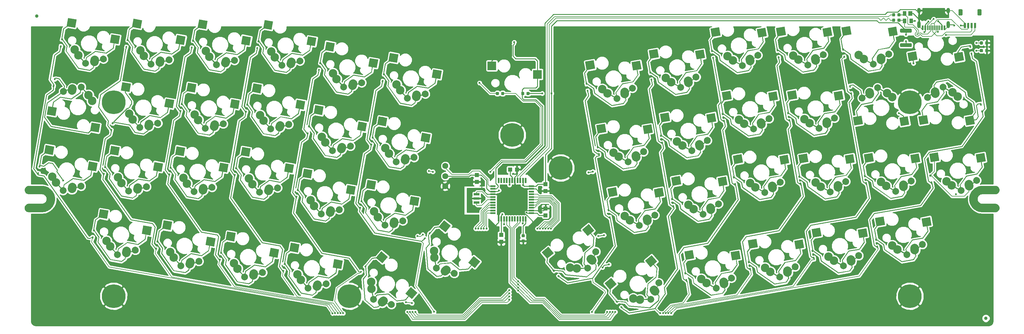
<source format=gbr>
G04 #@! TF.GenerationSoftware,KiCad,Pcbnew,(6.0.0-rc1-dev-1469-g932b9a334)*
G04 #@! TF.CreationDate,2019-09-07T17:34:54-07:00
G04 #@! TF.ProjectId,Laptreus-v2,4c617074-7265-4757-932d-76322e6b6963,rev?*
G04 #@! TF.SameCoordinates,Original*
G04 #@! TF.FileFunction,Copper,L1,Top*
G04 #@! TF.FilePolarity,Positive*
%FSLAX46Y46*%
G04 Gerber Fmt 4.6, Leading zero omitted, Abs format (unit mm)*
G04 Created by KiCad (PCBNEW (6.0.0-rc1-dev-1469-g932b9a334)) date Saturday, September 07, 2019 at 05:34:54 PM*
%MOMM*%
%LPD*%
G04 APERTURE LIST*
G04 #@! TA.AperFunction,Conductor*
%ADD10C,0.100000*%
G04 #@! TD*
G04 #@! TA.AperFunction,SMDPad,CuDef*
%ADD11C,0.875000*%
G04 #@! TD*
G04 #@! TA.AperFunction,SMDPad,CuDef*
%ADD12C,0.450000*%
G04 #@! TD*
G04 #@! TA.AperFunction,SMDPad,CuDef*
%ADD13R,1.200000X1.400000*%
G04 #@! TD*
G04 #@! TA.AperFunction,SMDPad,CuDef*
%ADD14R,1.000000X1.400000*%
G04 #@! TD*
G04 #@! TA.AperFunction,ComponentPad*
%ADD15C,2.500000*%
G04 #@! TD*
G04 #@! TA.AperFunction,Conductor*
%ADD16C,2.500000*%
G04 #@! TD*
G04 #@! TA.AperFunction,ComponentPad*
%ADD17C,2.000000*%
G04 #@! TD*
G04 #@! TA.AperFunction,SMDPad,CuDef*
%ADD18C,2.500000*%
G04 #@! TD*
G04 #@! TA.AperFunction,Conductor*
%ADD19C,2.000000*%
G04 #@! TD*
G04 #@! TA.AperFunction,SMDPad,CuDef*
%ADD20R,2.550000X2.500000*%
G04 #@! TD*
G04 #@! TA.AperFunction,ComponentPad*
%ADD21C,1.000000*%
G04 #@! TD*
G04 #@! TA.AperFunction,ComponentPad*
%ADD22C,7.000000*%
G04 #@! TD*
G04 #@! TA.AperFunction,SMDPad,CuDef*
%ADD23C,1.200000*%
G04 #@! TD*
G04 #@! TA.AperFunction,SMDPad,CuDef*
%ADD24C,0.600000*%
G04 #@! TD*
G04 #@! TA.AperFunction,SMDPad,CuDef*
%ADD25C,1.125000*%
G04 #@! TD*
G04 #@! TA.AperFunction,SMDPad,CuDef*
%ADD26R,1.500000X0.550000*%
G04 #@! TD*
G04 #@! TA.AperFunction,SMDPad,CuDef*
%ADD27R,0.550000X1.500000*%
G04 #@! TD*
G04 #@! TA.AperFunction,SMDPad,CuDef*
%ADD28R,1.300000X1.200000*%
G04 #@! TD*
G04 #@! TA.AperFunction,SMDPad,CuDef*
%ADD29R,0.600000X1.450000*%
G04 #@! TD*
G04 #@! TA.AperFunction,SMDPad,CuDef*
%ADD30R,0.300000X1.450000*%
G04 #@! TD*
G04 #@! TA.AperFunction,ComponentPad*
%ADD31O,1.000000X2.100000*%
G04 #@! TD*
G04 #@! TA.AperFunction,ComponentPad*
%ADD32O,1.000000X1.600000*%
G04 #@! TD*
G04 #@! TA.AperFunction,ConnectorPad*
%ADD33C,1.000000*%
G04 #@! TD*
G04 #@! TA.AperFunction,SMDPad,CuDef*
%ADD34R,1.200000X1.300000*%
G04 #@! TD*
G04 #@! TA.AperFunction,SMDPad,CuDef*
%ADD35R,1.700000X0.700000*%
G04 #@! TD*
G04 #@! TA.AperFunction,ComponentPad*
%ADD36C,1.778000*%
G04 #@! TD*
G04 #@! TA.AperFunction,ViaPad*
%ADD37C,0.600000*%
G04 #@! TD*
G04 #@! TA.AperFunction,Conductor*
%ADD38C,0.250000*%
G04 #@! TD*
G04 #@! TA.AperFunction,Conductor*
%ADD39C,0.200000*%
G04 #@! TD*
G04 #@! TA.AperFunction,Conductor*
%ADD40C,0.160000*%
G04 #@! TD*
G04 #@! TA.AperFunction,Conductor*
%ADD41C,0.254000*%
G04 #@! TD*
G04 APERTURE END LIST*
D10*
G04 #@! TO.N,/C7-13*
G04 #@! TO.C,R13*
G36*
X230451861Y-96421156D02*
G01*
X230473096Y-96424306D01*
X230493920Y-96429522D01*
X230514132Y-96436754D01*
X230533538Y-96445933D01*
X230551951Y-96456969D01*
X230569194Y-96469757D01*
X230585100Y-96484173D01*
X230599516Y-96500079D01*
X230612304Y-96517322D01*
X230623340Y-96535735D01*
X230632519Y-96555141D01*
X230639751Y-96575353D01*
X230644967Y-96596177D01*
X230648117Y-96617412D01*
X230649170Y-96638853D01*
X230649170Y-97151353D01*
X230648117Y-97172794D01*
X230644967Y-97194029D01*
X230639751Y-97214853D01*
X230632519Y-97235065D01*
X230623340Y-97254471D01*
X230612304Y-97272884D01*
X230599516Y-97290127D01*
X230585100Y-97306033D01*
X230569194Y-97320449D01*
X230551951Y-97333237D01*
X230533538Y-97344273D01*
X230514132Y-97353452D01*
X230493920Y-97360684D01*
X230473096Y-97365900D01*
X230451861Y-97369050D01*
X230430420Y-97370103D01*
X229992920Y-97370103D01*
X229971479Y-97369050D01*
X229950244Y-97365900D01*
X229929420Y-97360684D01*
X229909208Y-97353452D01*
X229889802Y-97344273D01*
X229871389Y-97333237D01*
X229854146Y-97320449D01*
X229838240Y-97306033D01*
X229823824Y-97290127D01*
X229811036Y-97272884D01*
X229800000Y-97254471D01*
X229790821Y-97235065D01*
X229783589Y-97214853D01*
X229778373Y-97194029D01*
X229775223Y-97172794D01*
X229774170Y-97151353D01*
X229774170Y-96638853D01*
X229775223Y-96617412D01*
X229778373Y-96596177D01*
X229783589Y-96575353D01*
X229790821Y-96555141D01*
X229800000Y-96535735D01*
X229811036Y-96517322D01*
X229823824Y-96500079D01*
X229838240Y-96484173D01*
X229854146Y-96469757D01*
X229871389Y-96456969D01*
X229889802Y-96445933D01*
X229909208Y-96436754D01*
X229929420Y-96429522D01*
X229950244Y-96424306D01*
X229971479Y-96421156D01*
X229992920Y-96420103D01*
X230430420Y-96420103D01*
X230451861Y-96421156D01*
X230451861Y-96421156D01*
G37*
D11*
G04 #@! TD*
G04 #@! TO.P,R13,2*
G04 #@! TO.N,/C7-13*
X230211670Y-96895103D03*
D10*
G04 #@! TO.N,Net-(L1-Pad2)*
G04 #@! TO.C,R13*
G36*
X228876861Y-96421156D02*
G01*
X228898096Y-96424306D01*
X228918920Y-96429522D01*
X228939132Y-96436754D01*
X228958538Y-96445933D01*
X228976951Y-96456969D01*
X228994194Y-96469757D01*
X229010100Y-96484173D01*
X229024516Y-96500079D01*
X229037304Y-96517322D01*
X229048340Y-96535735D01*
X229057519Y-96555141D01*
X229064751Y-96575353D01*
X229069967Y-96596177D01*
X229073117Y-96617412D01*
X229074170Y-96638853D01*
X229074170Y-97151353D01*
X229073117Y-97172794D01*
X229069967Y-97194029D01*
X229064751Y-97214853D01*
X229057519Y-97235065D01*
X229048340Y-97254471D01*
X229037304Y-97272884D01*
X229024516Y-97290127D01*
X229010100Y-97306033D01*
X228994194Y-97320449D01*
X228976951Y-97333237D01*
X228958538Y-97344273D01*
X228939132Y-97353452D01*
X228918920Y-97360684D01*
X228898096Y-97365900D01*
X228876861Y-97369050D01*
X228855420Y-97370103D01*
X228417920Y-97370103D01*
X228396479Y-97369050D01*
X228375244Y-97365900D01*
X228354420Y-97360684D01*
X228334208Y-97353452D01*
X228314802Y-97344273D01*
X228296389Y-97333237D01*
X228279146Y-97320449D01*
X228263240Y-97306033D01*
X228248824Y-97290127D01*
X228236036Y-97272884D01*
X228225000Y-97254471D01*
X228215821Y-97235065D01*
X228208589Y-97214853D01*
X228203373Y-97194029D01*
X228200223Y-97172794D01*
X228199170Y-97151353D01*
X228199170Y-96638853D01*
X228200223Y-96617412D01*
X228203373Y-96596177D01*
X228208589Y-96575353D01*
X228215821Y-96555141D01*
X228225000Y-96535735D01*
X228236036Y-96517322D01*
X228248824Y-96500079D01*
X228263240Y-96484173D01*
X228279146Y-96469757D01*
X228296389Y-96456969D01*
X228314802Y-96445933D01*
X228334208Y-96436754D01*
X228354420Y-96429522D01*
X228375244Y-96424306D01*
X228396479Y-96421156D01*
X228417920Y-96420103D01*
X228855420Y-96420103D01*
X228876861Y-96421156D01*
X228876861Y-96421156D01*
G37*
D11*
G04 #@! TD*
G04 #@! TO.P,R13,1*
G04 #@! TO.N,Net-(L1-Pad2)*
X228636670Y-96895103D03*
D10*
G04 #@! TO.N,Net-(J1-Pad4)*
G04 #@! TO.C,R12*
G36*
X371626861Y-83746156D02*
G01*
X371648096Y-83749306D01*
X371668920Y-83754522D01*
X371689132Y-83761754D01*
X371708538Y-83770933D01*
X371726951Y-83781969D01*
X371744194Y-83794757D01*
X371760100Y-83809173D01*
X371774516Y-83825079D01*
X371787304Y-83842322D01*
X371798340Y-83860735D01*
X371807519Y-83880141D01*
X371814751Y-83900353D01*
X371819967Y-83921177D01*
X371823117Y-83942412D01*
X371824170Y-83963853D01*
X371824170Y-84476353D01*
X371823117Y-84497794D01*
X371819967Y-84519029D01*
X371814751Y-84539853D01*
X371807519Y-84560065D01*
X371798340Y-84579471D01*
X371787304Y-84597884D01*
X371774516Y-84615127D01*
X371760100Y-84631033D01*
X371744194Y-84645449D01*
X371726951Y-84658237D01*
X371708538Y-84669273D01*
X371689132Y-84678452D01*
X371668920Y-84685684D01*
X371648096Y-84690900D01*
X371626861Y-84694050D01*
X371605420Y-84695103D01*
X371167920Y-84695103D01*
X371146479Y-84694050D01*
X371125244Y-84690900D01*
X371104420Y-84685684D01*
X371084208Y-84678452D01*
X371064802Y-84669273D01*
X371046389Y-84658237D01*
X371029146Y-84645449D01*
X371013240Y-84631033D01*
X370998824Y-84615127D01*
X370986036Y-84597884D01*
X370975000Y-84579471D01*
X370965821Y-84560065D01*
X370958589Y-84539853D01*
X370953373Y-84519029D01*
X370950223Y-84497794D01*
X370949170Y-84476353D01*
X370949170Y-83963853D01*
X370950223Y-83942412D01*
X370953373Y-83921177D01*
X370958589Y-83900353D01*
X370965821Y-83880141D01*
X370975000Y-83860735D01*
X370986036Y-83842322D01*
X370998824Y-83825079D01*
X371013240Y-83809173D01*
X371029146Y-83794757D01*
X371046389Y-83781969D01*
X371064802Y-83770933D01*
X371084208Y-83761754D01*
X371104420Y-83754522D01*
X371125244Y-83749306D01*
X371146479Y-83746156D01*
X371167920Y-83745103D01*
X371605420Y-83745103D01*
X371626861Y-83746156D01*
X371626861Y-83746156D01*
G37*
D11*
G04 #@! TD*
G04 #@! TO.P,R12,2*
G04 #@! TO.N,Net-(J1-Pad4)*
X371386670Y-84220103D03*
D10*
G04 #@! TO.N,GND*
G04 #@! TO.C,R12*
G36*
X373201861Y-83746156D02*
G01*
X373223096Y-83749306D01*
X373243920Y-83754522D01*
X373264132Y-83761754D01*
X373283538Y-83770933D01*
X373301951Y-83781969D01*
X373319194Y-83794757D01*
X373335100Y-83809173D01*
X373349516Y-83825079D01*
X373362304Y-83842322D01*
X373373340Y-83860735D01*
X373382519Y-83880141D01*
X373389751Y-83900353D01*
X373394967Y-83921177D01*
X373398117Y-83942412D01*
X373399170Y-83963853D01*
X373399170Y-84476353D01*
X373398117Y-84497794D01*
X373394967Y-84519029D01*
X373389751Y-84539853D01*
X373382519Y-84560065D01*
X373373340Y-84579471D01*
X373362304Y-84597884D01*
X373349516Y-84615127D01*
X373335100Y-84631033D01*
X373319194Y-84645449D01*
X373301951Y-84658237D01*
X373283538Y-84669273D01*
X373264132Y-84678452D01*
X373243920Y-84685684D01*
X373223096Y-84690900D01*
X373201861Y-84694050D01*
X373180420Y-84695103D01*
X372742920Y-84695103D01*
X372721479Y-84694050D01*
X372700244Y-84690900D01*
X372679420Y-84685684D01*
X372659208Y-84678452D01*
X372639802Y-84669273D01*
X372621389Y-84658237D01*
X372604146Y-84645449D01*
X372588240Y-84631033D01*
X372573824Y-84615127D01*
X372561036Y-84597884D01*
X372550000Y-84579471D01*
X372540821Y-84560065D01*
X372533589Y-84539853D01*
X372528373Y-84519029D01*
X372525223Y-84497794D01*
X372524170Y-84476353D01*
X372524170Y-83963853D01*
X372525223Y-83942412D01*
X372528373Y-83921177D01*
X372533589Y-83900353D01*
X372540821Y-83880141D01*
X372550000Y-83860735D01*
X372561036Y-83842322D01*
X372573824Y-83825079D01*
X372588240Y-83809173D01*
X372604146Y-83794757D01*
X372621389Y-83781969D01*
X372639802Y-83770933D01*
X372659208Y-83761754D01*
X372679420Y-83754522D01*
X372700244Y-83749306D01*
X372721479Y-83746156D01*
X372742920Y-83745103D01*
X373180420Y-83745103D01*
X373201861Y-83746156D01*
X373201861Y-83746156D01*
G37*
D11*
G04 #@! TD*
G04 #@! TO.P,R12,1*
G04 #@! TO.N,GND*
X372961670Y-84220103D03*
D10*
G04 #@! TO.N,GND*
G04 #@! TO.C,R11*
G36*
X373201861Y-81496156D02*
G01*
X373223096Y-81499306D01*
X373243920Y-81504522D01*
X373264132Y-81511754D01*
X373283538Y-81520933D01*
X373301951Y-81531969D01*
X373319194Y-81544757D01*
X373335100Y-81559173D01*
X373349516Y-81575079D01*
X373362304Y-81592322D01*
X373373340Y-81610735D01*
X373382519Y-81630141D01*
X373389751Y-81650353D01*
X373394967Y-81671177D01*
X373398117Y-81692412D01*
X373399170Y-81713853D01*
X373399170Y-82226353D01*
X373398117Y-82247794D01*
X373394967Y-82269029D01*
X373389751Y-82289853D01*
X373382519Y-82310065D01*
X373373340Y-82329471D01*
X373362304Y-82347884D01*
X373349516Y-82365127D01*
X373335100Y-82381033D01*
X373319194Y-82395449D01*
X373301951Y-82408237D01*
X373283538Y-82419273D01*
X373264132Y-82428452D01*
X373243920Y-82435684D01*
X373223096Y-82440900D01*
X373201861Y-82444050D01*
X373180420Y-82445103D01*
X372742920Y-82445103D01*
X372721479Y-82444050D01*
X372700244Y-82440900D01*
X372679420Y-82435684D01*
X372659208Y-82428452D01*
X372639802Y-82419273D01*
X372621389Y-82408237D01*
X372604146Y-82395449D01*
X372588240Y-82381033D01*
X372573824Y-82365127D01*
X372561036Y-82347884D01*
X372550000Y-82329471D01*
X372540821Y-82310065D01*
X372533589Y-82289853D01*
X372528373Y-82269029D01*
X372525223Y-82247794D01*
X372524170Y-82226353D01*
X372524170Y-81713853D01*
X372525223Y-81692412D01*
X372528373Y-81671177D01*
X372533589Y-81650353D01*
X372540821Y-81630141D01*
X372550000Y-81610735D01*
X372561036Y-81592322D01*
X372573824Y-81575079D01*
X372588240Y-81559173D01*
X372604146Y-81544757D01*
X372621389Y-81531969D01*
X372639802Y-81520933D01*
X372659208Y-81511754D01*
X372679420Y-81504522D01*
X372700244Y-81499306D01*
X372721479Y-81496156D01*
X372742920Y-81495103D01*
X373180420Y-81495103D01*
X373201861Y-81496156D01*
X373201861Y-81496156D01*
G37*
D11*
G04 #@! TD*
G04 #@! TO.P,R11,2*
G04 #@! TO.N,GND*
X372961670Y-81970103D03*
D10*
G04 #@! TO.N,Net-(J1-Pad10)*
G04 #@! TO.C,R11*
G36*
X371626861Y-81496156D02*
G01*
X371648096Y-81499306D01*
X371668920Y-81504522D01*
X371689132Y-81511754D01*
X371708538Y-81520933D01*
X371726951Y-81531969D01*
X371744194Y-81544757D01*
X371760100Y-81559173D01*
X371774516Y-81575079D01*
X371787304Y-81592322D01*
X371798340Y-81610735D01*
X371807519Y-81630141D01*
X371814751Y-81650353D01*
X371819967Y-81671177D01*
X371823117Y-81692412D01*
X371824170Y-81713853D01*
X371824170Y-82226353D01*
X371823117Y-82247794D01*
X371819967Y-82269029D01*
X371814751Y-82289853D01*
X371807519Y-82310065D01*
X371798340Y-82329471D01*
X371787304Y-82347884D01*
X371774516Y-82365127D01*
X371760100Y-82381033D01*
X371744194Y-82395449D01*
X371726951Y-82408237D01*
X371708538Y-82419273D01*
X371689132Y-82428452D01*
X371668920Y-82435684D01*
X371648096Y-82440900D01*
X371626861Y-82444050D01*
X371605420Y-82445103D01*
X371167920Y-82445103D01*
X371146479Y-82444050D01*
X371125244Y-82440900D01*
X371104420Y-82435684D01*
X371084208Y-82428452D01*
X371064802Y-82419273D01*
X371046389Y-82408237D01*
X371029146Y-82395449D01*
X371013240Y-82381033D01*
X370998824Y-82365127D01*
X370986036Y-82347884D01*
X370975000Y-82329471D01*
X370965821Y-82310065D01*
X370958589Y-82289853D01*
X370953373Y-82269029D01*
X370950223Y-82247794D01*
X370949170Y-82226353D01*
X370949170Y-81713853D01*
X370950223Y-81692412D01*
X370953373Y-81671177D01*
X370958589Y-81650353D01*
X370965821Y-81630141D01*
X370975000Y-81610735D01*
X370986036Y-81592322D01*
X370998824Y-81575079D01*
X371013240Y-81559173D01*
X371029146Y-81544757D01*
X371046389Y-81531969D01*
X371064802Y-81520933D01*
X371084208Y-81511754D01*
X371104420Y-81504522D01*
X371125244Y-81499306D01*
X371146479Y-81496156D01*
X371167920Y-81495103D01*
X371605420Y-81495103D01*
X371626861Y-81496156D01*
X371626861Y-81496156D01*
G37*
D11*
G04 #@! TD*
G04 #@! TO.P,R11,1*
G04 #@! TO.N,Net-(J1-Pad10)*
X371386670Y-81970103D03*
D10*
G04 #@! TO.N,/HWB*
G04 #@! TO.C,R10*
G36*
X236526861Y-138496156D02*
G01*
X236548096Y-138499306D01*
X236568920Y-138504522D01*
X236589132Y-138511754D01*
X236608538Y-138520933D01*
X236626951Y-138531969D01*
X236644194Y-138544757D01*
X236660100Y-138559173D01*
X236674516Y-138575079D01*
X236687304Y-138592322D01*
X236698340Y-138610735D01*
X236707519Y-138630141D01*
X236714751Y-138650353D01*
X236719967Y-138671177D01*
X236723117Y-138692412D01*
X236724170Y-138713853D01*
X236724170Y-139151353D01*
X236723117Y-139172794D01*
X236719967Y-139194029D01*
X236714751Y-139214853D01*
X236707519Y-139235065D01*
X236698340Y-139254471D01*
X236687304Y-139272884D01*
X236674516Y-139290127D01*
X236660100Y-139306033D01*
X236644194Y-139320449D01*
X236626951Y-139333237D01*
X236608538Y-139344273D01*
X236589132Y-139353452D01*
X236568920Y-139360684D01*
X236548096Y-139365900D01*
X236526861Y-139369050D01*
X236505420Y-139370103D01*
X235992920Y-139370103D01*
X235971479Y-139369050D01*
X235950244Y-139365900D01*
X235929420Y-139360684D01*
X235909208Y-139353452D01*
X235889802Y-139344273D01*
X235871389Y-139333237D01*
X235854146Y-139320449D01*
X235838240Y-139306033D01*
X235823824Y-139290127D01*
X235811036Y-139272884D01*
X235800000Y-139254471D01*
X235790821Y-139235065D01*
X235783589Y-139214853D01*
X235778373Y-139194029D01*
X235775223Y-139172794D01*
X235774170Y-139151353D01*
X235774170Y-138713853D01*
X235775223Y-138692412D01*
X235778373Y-138671177D01*
X235783589Y-138650353D01*
X235790821Y-138630141D01*
X235800000Y-138610735D01*
X235811036Y-138592322D01*
X235823824Y-138575079D01*
X235838240Y-138559173D01*
X235854146Y-138544757D01*
X235871389Y-138531969D01*
X235889802Y-138520933D01*
X235909208Y-138511754D01*
X235929420Y-138504522D01*
X235950244Y-138499306D01*
X235971479Y-138496156D01*
X235992920Y-138495103D01*
X236505420Y-138495103D01*
X236526861Y-138496156D01*
X236526861Y-138496156D01*
G37*
D11*
G04 #@! TD*
G04 #@! TO.P,R10,2*
G04 #@! TO.N,/HWB*
X236249170Y-138932603D03*
D10*
G04 #@! TO.N,GND*
G04 #@! TO.C,R10*
G36*
X236526861Y-140071156D02*
G01*
X236548096Y-140074306D01*
X236568920Y-140079522D01*
X236589132Y-140086754D01*
X236608538Y-140095933D01*
X236626951Y-140106969D01*
X236644194Y-140119757D01*
X236660100Y-140134173D01*
X236674516Y-140150079D01*
X236687304Y-140167322D01*
X236698340Y-140185735D01*
X236707519Y-140205141D01*
X236714751Y-140225353D01*
X236719967Y-140246177D01*
X236723117Y-140267412D01*
X236724170Y-140288853D01*
X236724170Y-140726353D01*
X236723117Y-140747794D01*
X236719967Y-140769029D01*
X236714751Y-140789853D01*
X236707519Y-140810065D01*
X236698340Y-140829471D01*
X236687304Y-140847884D01*
X236674516Y-140865127D01*
X236660100Y-140881033D01*
X236644194Y-140895449D01*
X236626951Y-140908237D01*
X236608538Y-140919273D01*
X236589132Y-140928452D01*
X236568920Y-140935684D01*
X236548096Y-140940900D01*
X236526861Y-140944050D01*
X236505420Y-140945103D01*
X235992920Y-140945103D01*
X235971479Y-140944050D01*
X235950244Y-140940900D01*
X235929420Y-140935684D01*
X235909208Y-140928452D01*
X235889802Y-140919273D01*
X235871389Y-140908237D01*
X235854146Y-140895449D01*
X235838240Y-140881033D01*
X235823824Y-140865127D01*
X235811036Y-140847884D01*
X235800000Y-140829471D01*
X235790821Y-140810065D01*
X235783589Y-140789853D01*
X235778373Y-140769029D01*
X235775223Y-140747794D01*
X235774170Y-140726353D01*
X235774170Y-140288853D01*
X235775223Y-140267412D01*
X235778373Y-140246177D01*
X235783589Y-140225353D01*
X235790821Y-140205141D01*
X235800000Y-140185735D01*
X235811036Y-140167322D01*
X235823824Y-140150079D01*
X235838240Y-140134173D01*
X235854146Y-140119757D01*
X235871389Y-140106969D01*
X235889802Y-140095933D01*
X235909208Y-140086754D01*
X235929420Y-140079522D01*
X235950244Y-140074306D01*
X235971479Y-140071156D01*
X235992920Y-140070103D01*
X236505420Y-140070103D01*
X236526861Y-140071156D01*
X236526861Y-140071156D01*
G37*
D11*
G04 #@! TD*
G04 #@! TO.P,R10,1*
G04 #@! TO.N,GND*
X236249170Y-140507603D03*
D10*
G04 #@! TO.N,/DR-*
G04 #@! TO.C,R9*
G36*
X345751861Y-74771156D02*
G01*
X345773096Y-74774306D01*
X345793920Y-74779522D01*
X345814132Y-74786754D01*
X345833538Y-74795933D01*
X345851951Y-74806969D01*
X345869194Y-74819757D01*
X345885100Y-74834173D01*
X345899516Y-74850079D01*
X345912304Y-74867322D01*
X345923340Y-74885735D01*
X345932519Y-74905141D01*
X345939751Y-74925353D01*
X345944967Y-74946177D01*
X345948117Y-74967412D01*
X345949170Y-74988853D01*
X345949170Y-75501353D01*
X345948117Y-75522794D01*
X345944967Y-75544029D01*
X345939751Y-75564853D01*
X345932519Y-75585065D01*
X345923340Y-75604471D01*
X345912304Y-75622884D01*
X345899516Y-75640127D01*
X345885100Y-75656033D01*
X345869194Y-75670449D01*
X345851951Y-75683237D01*
X345833538Y-75694273D01*
X345814132Y-75703452D01*
X345793920Y-75710684D01*
X345773096Y-75715900D01*
X345751861Y-75719050D01*
X345730420Y-75720103D01*
X345292920Y-75720103D01*
X345271479Y-75719050D01*
X345250244Y-75715900D01*
X345229420Y-75710684D01*
X345209208Y-75703452D01*
X345189802Y-75694273D01*
X345171389Y-75683237D01*
X345154146Y-75670449D01*
X345138240Y-75656033D01*
X345123824Y-75640127D01*
X345111036Y-75622884D01*
X345100000Y-75604471D01*
X345090821Y-75585065D01*
X345083589Y-75564853D01*
X345078373Y-75544029D01*
X345075223Y-75522794D01*
X345074170Y-75501353D01*
X345074170Y-74988853D01*
X345075223Y-74967412D01*
X345078373Y-74946177D01*
X345083589Y-74925353D01*
X345090821Y-74905141D01*
X345100000Y-74885735D01*
X345111036Y-74867322D01*
X345123824Y-74850079D01*
X345138240Y-74834173D01*
X345154146Y-74819757D01*
X345171389Y-74806969D01*
X345189802Y-74795933D01*
X345209208Y-74786754D01*
X345229420Y-74779522D01*
X345250244Y-74774306D01*
X345271479Y-74771156D01*
X345292920Y-74770103D01*
X345730420Y-74770103D01*
X345751861Y-74771156D01*
X345751861Y-74771156D01*
G37*
D11*
G04 #@! TD*
G04 #@! TO.P,R9,2*
G04 #@! TO.N,/DR-*
X345511670Y-75245103D03*
D10*
G04 #@! TO.N,D-*
G04 #@! TO.C,R9*
G36*
X347326861Y-74771156D02*
G01*
X347348096Y-74774306D01*
X347368920Y-74779522D01*
X347389132Y-74786754D01*
X347408538Y-74795933D01*
X347426951Y-74806969D01*
X347444194Y-74819757D01*
X347460100Y-74834173D01*
X347474516Y-74850079D01*
X347487304Y-74867322D01*
X347498340Y-74885735D01*
X347507519Y-74905141D01*
X347514751Y-74925353D01*
X347519967Y-74946177D01*
X347523117Y-74967412D01*
X347524170Y-74988853D01*
X347524170Y-75501353D01*
X347523117Y-75522794D01*
X347519967Y-75544029D01*
X347514751Y-75564853D01*
X347507519Y-75585065D01*
X347498340Y-75604471D01*
X347487304Y-75622884D01*
X347474516Y-75640127D01*
X347460100Y-75656033D01*
X347444194Y-75670449D01*
X347426951Y-75683237D01*
X347408538Y-75694273D01*
X347389132Y-75703452D01*
X347368920Y-75710684D01*
X347348096Y-75715900D01*
X347326861Y-75719050D01*
X347305420Y-75720103D01*
X346867920Y-75720103D01*
X346846479Y-75719050D01*
X346825244Y-75715900D01*
X346804420Y-75710684D01*
X346784208Y-75703452D01*
X346764802Y-75694273D01*
X346746389Y-75683237D01*
X346729146Y-75670449D01*
X346713240Y-75656033D01*
X346698824Y-75640127D01*
X346686036Y-75622884D01*
X346675000Y-75604471D01*
X346665821Y-75585065D01*
X346658589Y-75564853D01*
X346653373Y-75544029D01*
X346650223Y-75522794D01*
X346649170Y-75501353D01*
X346649170Y-74988853D01*
X346650223Y-74967412D01*
X346653373Y-74946177D01*
X346658589Y-74925353D01*
X346665821Y-74905141D01*
X346675000Y-74885735D01*
X346686036Y-74867322D01*
X346698824Y-74850079D01*
X346713240Y-74834173D01*
X346729146Y-74819757D01*
X346746389Y-74806969D01*
X346764802Y-74795933D01*
X346784208Y-74786754D01*
X346804420Y-74779522D01*
X346825244Y-74774306D01*
X346846479Y-74771156D01*
X346867920Y-74770103D01*
X347305420Y-74770103D01*
X347326861Y-74771156D01*
X347326861Y-74771156D01*
G37*
D11*
G04 #@! TD*
G04 #@! TO.P,R9,1*
G04 #@! TO.N,D-*
X347086670Y-75245103D03*
D10*
G04 #@! TO.N,D+*
G04 #@! TO.C,R8*
G36*
X347326861Y-73171156D02*
G01*
X347348096Y-73174306D01*
X347368920Y-73179522D01*
X347389132Y-73186754D01*
X347408538Y-73195933D01*
X347426951Y-73206969D01*
X347444194Y-73219757D01*
X347460100Y-73234173D01*
X347474516Y-73250079D01*
X347487304Y-73267322D01*
X347498340Y-73285735D01*
X347507519Y-73305141D01*
X347514751Y-73325353D01*
X347519967Y-73346177D01*
X347523117Y-73367412D01*
X347524170Y-73388853D01*
X347524170Y-73901353D01*
X347523117Y-73922794D01*
X347519967Y-73944029D01*
X347514751Y-73964853D01*
X347507519Y-73985065D01*
X347498340Y-74004471D01*
X347487304Y-74022884D01*
X347474516Y-74040127D01*
X347460100Y-74056033D01*
X347444194Y-74070449D01*
X347426951Y-74083237D01*
X347408538Y-74094273D01*
X347389132Y-74103452D01*
X347368920Y-74110684D01*
X347348096Y-74115900D01*
X347326861Y-74119050D01*
X347305420Y-74120103D01*
X346867920Y-74120103D01*
X346846479Y-74119050D01*
X346825244Y-74115900D01*
X346804420Y-74110684D01*
X346784208Y-74103452D01*
X346764802Y-74094273D01*
X346746389Y-74083237D01*
X346729146Y-74070449D01*
X346713240Y-74056033D01*
X346698824Y-74040127D01*
X346686036Y-74022884D01*
X346675000Y-74004471D01*
X346665821Y-73985065D01*
X346658589Y-73964853D01*
X346653373Y-73944029D01*
X346650223Y-73922794D01*
X346649170Y-73901353D01*
X346649170Y-73388853D01*
X346650223Y-73367412D01*
X346653373Y-73346177D01*
X346658589Y-73325353D01*
X346665821Y-73305141D01*
X346675000Y-73285735D01*
X346686036Y-73267322D01*
X346698824Y-73250079D01*
X346713240Y-73234173D01*
X346729146Y-73219757D01*
X346746389Y-73206969D01*
X346764802Y-73195933D01*
X346784208Y-73186754D01*
X346804420Y-73179522D01*
X346825244Y-73174306D01*
X346846479Y-73171156D01*
X346867920Y-73170103D01*
X347305420Y-73170103D01*
X347326861Y-73171156D01*
X347326861Y-73171156D01*
G37*
D11*
G04 #@! TD*
G04 #@! TO.P,R8,2*
G04 #@! TO.N,D+*
X347086670Y-73645103D03*
D10*
G04 #@! TO.N,/DR+*
G04 #@! TO.C,R8*
G36*
X345751861Y-73171156D02*
G01*
X345773096Y-73174306D01*
X345793920Y-73179522D01*
X345814132Y-73186754D01*
X345833538Y-73195933D01*
X345851951Y-73206969D01*
X345869194Y-73219757D01*
X345885100Y-73234173D01*
X345899516Y-73250079D01*
X345912304Y-73267322D01*
X345923340Y-73285735D01*
X345932519Y-73305141D01*
X345939751Y-73325353D01*
X345944967Y-73346177D01*
X345948117Y-73367412D01*
X345949170Y-73388853D01*
X345949170Y-73901353D01*
X345948117Y-73922794D01*
X345944967Y-73944029D01*
X345939751Y-73964853D01*
X345932519Y-73985065D01*
X345923340Y-74004471D01*
X345912304Y-74022884D01*
X345899516Y-74040127D01*
X345885100Y-74056033D01*
X345869194Y-74070449D01*
X345851951Y-74083237D01*
X345833538Y-74094273D01*
X345814132Y-74103452D01*
X345793920Y-74110684D01*
X345773096Y-74115900D01*
X345751861Y-74119050D01*
X345730420Y-74120103D01*
X345292920Y-74120103D01*
X345271479Y-74119050D01*
X345250244Y-74115900D01*
X345229420Y-74110684D01*
X345209208Y-74103452D01*
X345189802Y-74094273D01*
X345171389Y-74083237D01*
X345154146Y-74070449D01*
X345138240Y-74056033D01*
X345123824Y-74040127D01*
X345111036Y-74022884D01*
X345100000Y-74004471D01*
X345090821Y-73985065D01*
X345083589Y-73964853D01*
X345078373Y-73944029D01*
X345075223Y-73922794D01*
X345074170Y-73901353D01*
X345074170Y-73388853D01*
X345075223Y-73367412D01*
X345078373Y-73346177D01*
X345083589Y-73325353D01*
X345090821Y-73305141D01*
X345100000Y-73285735D01*
X345111036Y-73267322D01*
X345123824Y-73250079D01*
X345138240Y-73234173D01*
X345154146Y-73219757D01*
X345171389Y-73206969D01*
X345189802Y-73195933D01*
X345209208Y-73186754D01*
X345229420Y-73179522D01*
X345250244Y-73174306D01*
X345271479Y-73171156D01*
X345292920Y-73170103D01*
X345730420Y-73170103D01*
X345751861Y-73171156D01*
X345751861Y-73171156D01*
G37*
D11*
G04 #@! TD*
G04 #@! TO.P,R8,1*
G04 #@! TO.N,/DR+*
X345511670Y-73645103D03*
D10*
G04 #@! TO.N,+5V*
G04 #@! TO.C,R1*
G36*
X237927351Y-96420834D02*
G01*
X237948586Y-96423984D01*
X237969410Y-96429200D01*
X237989622Y-96436432D01*
X238009028Y-96445611D01*
X238027441Y-96456647D01*
X238044684Y-96469435D01*
X238060590Y-96483851D01*
X238075006Y-96499757D01*
X238087794Y-96517000D01*
X238098830Y-96535413D01*
X238108009Y-96554819D01*
X238115241Y-96575031D01*
X238120457Y-96595855D01*
X238123607Y-96617090D01*
X238124660Y-96638531D01*
X238124660Y-97151031D01*
X238123607Y-97172472D01*
X238120457Y-97193707D01*
X238115241Y-97214531D01*
X238108009Y-97234743D01*
X238098830Y-97254149D01*
X238087794Y-97272562D01*
X238075006Y-97289805D01*
X238060590Y-97305711D01*
X238044684Y-97320127D01*
X238027441Y-97332915D01*
X238009028Y-97343951D01*
X237989622Y-97353130D01*
X237969410Y-97360362D01*
X237948586Y-97365578D01*
X237927351Y-97368728D01*
X237905910Y-97369781D01*
X237468410Y-97369781D01*
X237446969Y-97368728D01*
X237425734Y-97365578D01*
X237404910Y-97360362D01*
X237384698Y-97353130D01*
X237365292Y-97343951D01*
X237346879Y-97332915D01*
X237329636Y-97320127D01*
X237313730Y-97305711D01*
X237299314Y-97289805D01*
X237286526Y-97272562D01*
X237275490Y-97254149D01*
X237266311Y-97234743D01*
X237259079Y-97214531D01*
X237253863Y-97193707D01*
X237250713Y-97172472D01*
X237249660Y-97151031D01*
X237249660Y-96638531D01*
X237250713Y-96617090D01*
X237253863Y-96595855D01*
X237259079Y-96575031D01*
X237266311Y-96554819D01*
X237275490Y-96535413D01*
X237286526Y-96517000D01*
X237299314Y-96499757D01*
X237313730Y-96483851D01*
X237329636Y-96469435D01*
X237346879Y-96456647D01*
X237365292Y-96445611D01*
X237384698Y-96436432D01*
X237404910Y-96429200D01*
X237425734Y-96423984D01*
X237446969Y-96420834D01*
X237468410Y-96419781D01*
X237905910Y-96419781D01*
X237927351Y-96420834D01*
X237927351Y-96420834D01*
G37*
D11*
G04 #@! TD*
G04 #@! TO.P,R1,2*
G04 #@! TO.N,+5V*
X237687160Y-96894781D03*
D10*
G04 #@! TO.N,/RESET*
G04 #@! TO.C,R1*
G36*
X236352351Y-96420834D02*
G01*
X236373586Y-96423984D01*
X236394410Y-96429200D01*
X236414622Y-96436432D01*
X236434028Y-96445611D01*
X236452441Y-96456647D01*
X236469684Y-96469435D01*
X236485590Y-96483851D01*
X236500006Y-96499757D01*
X236512794Y-96517000D01*
X236523830Y-96535413D01*
X236533009Y-96554819D01*
X236540241Y-96575031D01*
X236545457Y-96595855D01*
X236548607Y-96617090D01*
X236549660Y-96638531D01*
X236549660Y-97151031D01*
X236548607Y-97172472D01*
X236545457Y-97193707D01*
X236540241Y-97214531D01*
X236533009Y-97234743D01*
X236523830Y-97254149D01*
X236512794Y-97272562D01*
X236500006Y-97289805D01*
X236485590Y-97305711D01*
X236469684Y-97320127D01*
X236452441Y-97332915D01*
X236434028Y-97343951D01*
X236414622Y-97353130D01*
X236394410Y-97360362D01*
X236373586Y-97365578D01*
X236352351Y-97368728D01*
X236330910Y-97369781D01*
X235893410Y-97369781D01*
X235871969Y-97368728D01*
X235850734Y-97365578D01*
X235829910Y-97360362D01*
X235809698Y-97353130D01*
X235790292Y-97343951D01*
X235771879Y-97332915D01*
X235754636Y-97320127D01*
X235738730Y-97305711D01*
X235724314Y-97289805D01*
X235711526Y-97272562D01*
X235700490Y-97254149D01*
X235691311Y-97234743D01*
X235684079Y-97214531D01*
X235678863Y-97193707D01*
X235675713Y-97172472D01*
X235674660Y-97151031D01*
X235674660Y-96638531D01*
X235675713Y-96617090D01*
X235678863Y-96595855D01*
X235684079Y-96575031D01*
X235691311Y-96554819D01*
X235700490Y-96535413D01*
X235711526Y-96517000D01*
X235724314Y-96499757D01*
X235738730Y-96483851D01*
X235754636Y-96469435D01*
X235771879Y-96456647D01*
X235790292Y-96445611D01*
X235809698Y-96436432D01*
X235829910Y-96429200D01*
X235850734Y-96423984D01*
X235871969Y-96420834D01*
X235893410Y-96419781D01*
X236330910Y-96419781D01*
X236352351Y-96420834D01*
X236352351Y-96420834D01*
G37*
D11*
G04 #@! TD*
G04 #@! TO.P,R1,1*
G04 #@! TO.N,/RESET*
X236112160Y-96894781D03*
D12*
G04 #@! TO.P,D1,2*
G04 #@! TO.N,/COL11*
X368489895Y-85116195D03*
D10*
G04 #@! TD*
G04 #@! TO.N,/COL11*
G04 #@! TO.C,D1*
G36*
X368216219Y-84859824D02*
G01*
X368659382Y-84781682D01*
X368763571Y-85372566D01*
X368320408Y-85450708D01*
X368216219Y-84859824D01*
X368216219Y-84859824D01*
G37*
D12*
G04 #@! TO.P,D1,1*
G04 #@! TO.N,Net-(D1-Pad1)*
X368125233Y-83048099D03*
D10*
G04 #@! TD*
G04 #@! TO.N,Net-(D1-Pad1)*
G04 #@! TO.C,D1*
G36*
X367851557Y-82791728D02*
G01*
X368294720Y-82713586D01*
X368398909Y-83304470D01*
X367955746Y-83382612D01*
X367851557Y-82791728D01*
X367851557Y-82791728D01*
G37*
D12*
G04 #@! TO.P,D48,2*
G04 #@! TO.N,/COL0*
X109267330Y-139428829D03*
D10*
G04 #@! TD*
G04 #@! TO.N,/COL0*
G04 #@! TO.C,D48*
G36*
X109097843Y-139094316D02*
G01*
X109541006Y-139172458D01*
X109436817Y-139763342D01*
X108993654Y-139685200D01*
X109097843Y-139094316D01*
X109097843Y-139094316D01*
G37*
D12*
G04 #@! TO.P,D48,1*
G04 #@! TO.N,Net-(D48-Pad1)*
X109631992Y-137360733D03*
D10*
G04 #@! TD*
G04 #@! TO.N,Net-(D48-Pad1)*
G04 #@! TO.C,D48*
G36*
X109462505Y-137026220D02*
G01*
X109905668Y-137104362D01*
X109801479Y-137695246D01*
X109358316Y-137617104D01*
X109462505Y-137026220D01*
X109462505Y-137026220D01*
G37*
D12*
G04 #@! TO.P,D47,2*
G04 #@! TO.N,/COL1*
X128017329Y-142753829D03*
D10*
G04 #@! TD*
G04 #@! TO.N,/COL1*
G04 #@! TO.C,D47*
G36*
X127847842Y-142419316D02*
G01*
X128291005Y-142497458D01*
X128186816Y-143088342D01*
X127743653Y-143010200D01*
X127847842Y-142419316D01*
X127847842Y-142419316D01*
G37*
D12*
G04 #@! TO.P,D47,1*
G04 #@! TO.N,Net-(D47-Pad1)*
X128381991Y-140685733D03*
D10*
G04 #@! TD*
G04 #@! TO.N,Net-(D47-Pad1)*
G04 #@! TO.C,D47*
G36*
X128212504Y-140351220D02*
G01*
X128655667Y-140429362D01*
X128551478Y-141020246D01*
X128108315Y-140942104D01*
X128212504Y-140351220D01*
X128212504Y-140351220D01*
G37*
D12*
G04 #@! TO.P,D46,2*
G04 #@! TO.N,/COL2*
X146792330Y-146053829D03*
D10*
G04 #@! TD*
G04 #@! TO.N,/COL2*
G04 #@! TO.C,D46*
G36*
X146622843Y-145719316D02*
G01*
X147066006Y-145797458D01*
X146961817Y-146388342D01*
X146518654Y-146310200D01*
X146622843Y-145719316D01*
X146622843Y-145719316D01*
G37*
D12*
G04 #@! TO.P,D46,1*
G04 #@! TO.N,Net-(D46-Pad1)*
X147156992Y-143985733D03*
D10*
G04 #@! TD*
G04 #@! TO.N,Net-(D46-Pad1)*
G04 #@! TO.C,D46*
G36*
X146987505Y-143651220D02*
G01*
X147430668Y-143729362D01*
X147326479Y-144320246D01*
X146883316Y-144242104D01*
X146987505Y-143651220D01*
X146987505Y-143651220D01*
G37*
D12*
G04 #@! TO.P,D45,2*
G04 #@! TO.N,/COL3*
X165542329Y-149353829D03*
D10*
G04 #@! TD*
G04 #@! TO.N,/COL3*
G04 #@! TO.C,D45*
G36*
X165372842Y-149019316D02*
G01*
X165816005Y-149097458D01*
X165711816Y-149688342D01*
X165268653Y-149610200D01*
X165372842Y-149019316D01*
X165372842Y-149019316D01*
G37*
D12*
G04 #@! TO.P,D45,1*
G04 #@! TO.N,Net-(D45-Pad1)*
X165906991Y-147285733D03*
D10*
G04 #@! TD*
G04 #@! TO.N,Net-(D45-Pad1)*
G04 #@! TO.C,D45*
G36*
X165737504Y-146951220D02*
G01*
X166180667Y-147029362D01*
X166076478Y-147620246D01*
X165633315Y-147542104D01*
X165737504Y-146951220D01*
X165737504Y-146951220D01*
G37*
D12*
G04 #@! TO.P,D44,2*
G04 #@! TO.N,/COL4*
X188374243Y-149624450D03*
D10*
G04 #@! TD*
G04 #@! TO.N,/COL4*
G04 #@! TO.C,D44*
G36*
X188394719Y-149250009D02*
G01*
X188739439Y-149539264D01*
X188353767Y-149998891D01*
X188009047Y-149709636D01*
X188394719Y-149250009D01*
X188394719Y-149250009D01*
G37*
D12*
G04 #@! TO.P,D44,1*
G04 #@! TO.N,Net-(D44-Pad1)*
X189724097Y-148015756D03*
D10*
G04 #@! TD*
G04 #@! TO.N,Net-(D44-Pad1)*
G04 #@! TO.C,D44*
G36*
X189744573Y-147641315D02*
G01*
X190089293Y-147930570D01*
X189703621Y-148390197D01*
X189358901Y-148100942D01*
X189744573Y-147641315D01*
X189744573Y-147641315D01*
G37*
D12*
G04 #@! TO.P,D43,2*
G04 #@! TO.N,/COL5*
X207240289Y-139743922D03*
D10*
G04 #@! TD*
G04 #@! TO.N,/COL5*
G04 #@! TO.C,D43*
G36*
X207277079Y-139370731D02*
G01*
X207608853Y-139674747D01*
X207203499Y-140117113D01*
X206871725Y-139813097D01*
X207277079Y-139370731D01*
X207277079Y-139370731D01*
G37*
D12*
G04 #@! TO.P,D43,1*
G04 #@! TO.N,Net-(D43-Pad1)*
X208659029Y-138195640D03*
D10*
G04 #@! TD*
G04 #@! TO.N,Net-(D43-Pad1)*
G04 #@! TO.C,D43*
G36*
X208695819Y-137822449D02*
G01*
X209027593Y-138126465D01*
X208622239Y-138568831D01*
X208290465Y-138264815D01*
X208695819Y-137822449D01*
X208695819Y-137822449D01*
G37*
D12*
G04 #@! TO.P,D42,2*
G04 #@! TO.N,/COL6*
X246683540Y-150844244D03*
D10*
G04 #@! TD*
G04 #@! TO.N,/COL6*
G04 #@! TO.C,D42*
G36*
X246314976Y-150775069D02*
G01*
X246646750Y-150471053D01*
X247052104Y-150913419D01*
X246720330Y-151217435D01*
X246314976Y-150775069D01*
X246314976Y-150775069D01*
G37*
D12*
G04 #@! TO.P,D42,1*
G04 #@! TO.N,Net-(D42-Pad1)*
X245264800Y-149295962D03*
D10*
G04 #@! TD*
G04 #@! TO.N,Net-(D42-Pad1)*
G04 #@! TO.C,D42*
G36*
X244896236Y-149226787D02*
G01*
X245228010Y-148922771D01*
X245633364Y-149365137D01*
X245301590Y-149669153D01*
X244896236Y-149226787D01*
X244896236Y-149226787D01*
G37*
D12*
G04 #@! TO.P,D41,2*
G04 #@! TO.N,/COL7*
X265224097Y-160074450D03*
D10*
G04 #@! TD*
G04 #@! TO.N,/COL7*
G04 #@! TO.C,D41*
G36*
X264858901Y-159989264D02*
G01*
X265203621Y-159700009D01*
X265589293Y-160159636D01*
X265244573Y-160448891D01*
X264858901Y-159989264D01*
X264858901Y-159989264D01*
G37*
D12*
G04 #@! TO.P,D41,1*
G04 #@! TO.N,Net-(D41-Pad1)*
X263874243Y-158465756D03*
D10*
G04 #@! TD*
G04 #@! TO.N,Net-(D41-Pad1)*
G04 #@! TO.C,D41*
G36*
X263509047Y-158380570D02*
G01*
X263853767Y-158091315D01*
X264239439Y-158550942D01*
X263894719Y-158840197D01*
X263509047Y-158380570D01*
X263509047Y-158380570D01*
G37*
D12*
G04 #@! TO.P,D40,2*
G04 #@! TO.N,/COL8*
X284406992Y-152078829D03*
D10*
G04 #@! TD*
G04 #@! TO.N,/COL8*
G04 #@! TO.C,D40*
G36*
X284133316Y-151822458D02*
G01*
X284576479Y-151744316D01*
X284680668Y-152335200D01*
X284237505Y-152413342D01*
X284133316Y-151822458D01*
X284133316Y-151822458D01*
G37*
D12*
G04 #@! TO.P,D40,1*
G04 #@! TO.N,Net-(D40-Pad1)*
X284042330Y-150010733D03*
D10*
G04 #@! TD*
G04 #@! TO.N,Net-(D40-Pad1)*
G04 #@! TO.C,D40*
G36*
X283768654Y-149754362D02*
G01*
X284211817Y-149676220D01*
X284316006Y-150267104D01*
X283872843Y-150345246D01*
X283768654Y-149754362D01*
X283768654Y-149754362D01*
G37*
D12*
G04 #@! TO.P,D39,2*
G04 #@! TO.N,/COL9*
X303156991Y-148778829D03*
D10*
G04 #@! TD*
G04 #@! TO.N,/COL9*
G04 #@! TO.C,D39*
G36*
X302883315Y-148522458D02*
G01*
X303326478Y-148444316D01*
X303430667Y-149035200D01*
X302987504Y-149113342D01*
X302883315Y-148522458D01*
X302883315Y-148522458D01*
G37*
D12*
G04 #@! TO.P,D39,1*
G04 #@! TO.N,Net-(D39-Pad1)*
X302792329Y-146710733D03*
D10*
G04 #@! TD*
G04 #@! TO.N,Net-(D39-Pad1)*
G04 #@! TO.C,D39*
G36*
X302518653Y-146454362D02*
G01*
X302961816Y-146376220D01*
X303066005Y-146967104D01*
X302622842Y-147045246D01*
X302518653Y-146454362D01*
X302518653Y-146454362D01*
G37*
D12*
G04 #@! TO.P,D38,2*
G04 #@! TO.N,/COL10*
X321938884Y-145475099D03*
D10*
G04 #@! TD*
G04 #@! TO.N,/COL10*
G04 #@! TO.C,D38*
G36*
X321665208Y-145218728D02*
G01*
X322108371Y-145140586D01*
X322212560Y-145731470D01*
X321769397Y-145809612D01*
X321665208Y-145218728D01*
X321665208Y-145218728D01*
G37*
D12*
G04 #@! TO.P,D38,1*
G04 #@! TO.N,Net-(D38-Pad1)*
X321574222Y-143407003D03*
D10*
G04 #@! TD*
G04 #@! TO.N,Net-(D38-Pad1)*
G04 #@! TO.C,D38*
G36*
X321300546Y-143150632D02*
G01*
X321743709Y-143072490D01*
X321847898Y-143663374D01*
X321404735Y-143741516D01*
X321300546Y-143150632D01*
X321300546Y-143150632D01*
G37*
D12*
G04 #@! TO.P,D37,2*
G04 #@! TO.N,/COL11*
X340681991Y-142178829D03*
D10*
G04 #@! TD*
G04 #@! TO.N,/COL11*
G04 #@! TO.C,D37*
G36*
X340408315Y-141922458D02*
G01*
X340851478Y-141844316D01*
X340955667Y-142435200D01*
X340512504Y-142513342D01*
X340408315Y-141922458D01*
X340408315Y-141922458D01*
G37*
D12*
G04 #@! TO.P,D37,1*
G04 #@! TO.N,Net-(D37-Pad1)*
X340317329Y-140110733D03*
D10*
G04 #@! TD*
G04 #@! TO.N,Net-(D37-Pad1)*
G04 #@! TO.C,D37*
G36*
X340043653Y-139854362D02*
G01*
X340486816Y-139776220D01*
X340591005Y-140367104D01*
X340147842Y-140445246D01*
X340043653Y-139854362D01*
X340043653Y-139854362D01*
G37*
D12*
G04 #@! TO.P,D36,2*
G04 #@! TO.N,/COL0*
X93235776Y-120498267D03*
D10*
G04 #@! TD*
G04 #@! TO.N,/COL0*
G04 #@! TO.C,D36*
G36*
X93066289Y-120163754D02*
G01*
X93509452Y-120241896D01*
X93405263Y-120832780D01*
X92962100Y-120754638D01*
X93066289Y-120163754D01*
X93066289Y-120163754D01*
G37*
D12*
G04 #@! TO.P,D36,1*
G04 #@! TO.N,Net-(D36-Pad1)*
X93600438Y-118430171D03*
D10*
G04 #@! TD*
G04 #@! TO.N,Net-(D36-Pad1)*
G04 #@! TO.C,D36*
G36*
X93430951Y-118095658D02*
G01*
X93874114Y-118173800D01*
X93769925Y-118764684D01*
X93326762Y-118686542D01*
X93430951Y-118095658D01*
X93430951Y-118095658D01*
G37*
D12*
G04 #@! TO.P,D35,2*
G04 #@! TO.N,/COL1*
X112567328Y-120678829D03*
D10*
G04 #@! TD*
G04 #@! TO.N,/COL1*
G04 #@! TO.C,D35*
G36*
X112397841Y-120344316D02*
G01*
X112841004Y-120422458D01*
X112736815Y-121013342D01*
X112293652Y-120935200D01*
X112397841Y-120344316D01*
X112397841Y-120344316D01*
G37*
D12*
G04 #@! TO.P,D35,1*
G04 #@! TO.N,Net-(D35-Pad1)*
X112931990Y-118610733D03*
D10*
G04 #@! TD*
G04 #@! TO.N,Net-(D35-Pad1)*
G04 #@! TO.C,D35*
G36*
X112762503Y-118276220D02*
G01*
X113205666Y-118354362D01*
X113101477Y-118945246D01*
X112658314Y-118867104D01*
X112762503Y-118276220D01*
X112762503Y-118276220D01*
G37*
D12*
G04 #@! TO.P,D34,2*
G04 #@! TO.N,/COL2*
X131892329Y-120853829D03*
D10*
G04 #@! TD*
G04 #@! TO.N,/COL2*
G04 #@! TO.C,D34*
G36*
X131722842Y-120519316D02*
G01*
X132166005Y-120597458D01*
X132061816Y-121188342D01*
X131618653Y-121110200D01*
X131722842Y-120519316D01*
X131722842Y-120519316D01*
G37*
D12*
G04 #@! TO.P,D34,1*
G04 #@! TO.N,Net-(D34-Pad1)*
X132256991Y-118785733D03*
D10*
G04 #@! TD*
G04 #@! TO.N,Net-(D34-Pad1)*
G04 #@! TO.C,D34*
G36*
X132087504Y-118451220D02*
G01*
X132530667Y-118529362D01*
X132426478Y-119120246D01*
X131983315Y-119042104D01*
X132087504Y-118451220D01*
X132087504Y-118451220D01*
G37*
D12*
G04 #@! TO.P,D33,2*
G04 #@! TO.N,/COL3*
X151192329Y-121028829D03*
D10*
G04 #@! TD*
G04 #@! TO.N,/COL3*
G04 #@! TO.C,D33*
G36*
X151022842Y-120694316D02*
G01*
X151466005Y-120772458D01*
X151361816Y-121363342D01*
X150918653Y-121285200D01*
X151022842Y-120694316D01*
X151022842Y-120694316D01*
G37*
D12*
G04 #@! TO.P,D33,1*
G04 #@! TO.N,Net-(D33-Pad1)*
X151556991Y-118960733D03*
D10*
G04 #@! TD*
G04 #@! TO.N,Net-(D33-Pad1)*
G04 #@! TO.C,D33*
G36*
X151387504Y-118626220D02*
G01*
X151830667Y-118704362D01*
X151726478Y-119295246D01*
X151283315Y-119217104D01*
X151387504Y-118626220D01*
X151387504Y-118626220D01*
G37*
D12*
G04 #@! TO.P,D32,2*
G04 #@! TO.N,/COL4*
X169392328Y-127478830D03*
D10*
G04 #@! TD*
G04 #@! TO.N,/COL4*
G04 #@! TO.C,D32*
G36*
X169222841Y-127144317D02*
G01*
X169666004Y-127222459D01*
X169561815Y-127813343D01*
X169118652Y-127735201D01*
X169222841Y-127144317D01*
X169222841Y-127144317D01*
G37*
D12*
G04 #@! TO.P,D32,1*
G04 #@! TO.N,Net-(D32-Pad1)*
X169756990Y-125410734D03*
D10*
G04 #@! TD*
G04 #@! TO.N,Net-(D32-Pad1)*
G04 #@! TO.C,D32*
G36*
X169587503Y-125076221D02*
G01*
X170030666Y-125154363D01*
X169926477Y-125745247D01*
X169483314Y-125667105D01*
X169587503Y-125076221D01*
X169587503Y-125076221D01*
G37*
D12*
G04 #@! TO.P,D31,2*
G04 #@! TO.N,/COL5*
X188167330Y-130778829D03*
D10*
G04 #@! TD*
G04 #@! TO.N,/COL5*
G04 #@! TO.C,D31*
G36*
X187997843Y-130444316D02*
G01*
X188441006Y-130522458D01*
X188336817Y-131113342D01*
X187893654Y-131035200D01*
X187997843Y-130444316D01*
X187997843Y-130444316D01*
G37*
D12*
G04 #@! TO.P,D31,1*
G04 #@! TO.N,Net-(D31-Pad1)*
X188531992Y-128710733D03*
D10*
G04 #@! TD*
G04 #@! TO.N,Net-(D31-Pad1)*
G04 #@! TO.C,D31*
G36*
X188362505Y-128376220D02*
G01*
X188805668Y-128454362D01*
X188701479Y-129045246D01*
X188258316Y-128967104D01*
X188362505Y-128376220D01*
X188362505Y-128376220D01*
G37*
D12*
G04 #@! TO.P,D30,2*
G04 #@! TO.N,/COL6*
X261781991Y-133503830D03*
D10*
G04 #@! TD*
G04 #@! TO.N,/COL6*
G04 #@! TO.C,D30*
G36*
X261508315Y-133247459D02*
G01*
X261951478Y-133169317D01*
X262055667Y-133760201D01*
X261612504Y-133838343D01*
X261508315Y-133247459D01*
X261508315Y-133247459D01*
G37*
D12*
G04 #@! TO.P,D30,1*
G04 #@! TO.N,Net-(D30-Pad1)*
X261417329Y-131435734D03*
D10*
G04 #@! TD*
G04 #@! TO.N,Net-(D30-Pad1)*
G04 #@! TO.C,D30*
G36*
X261143653Y-131179363D02*
G01*
X261586816Y-131101221D01*
X261691005Y-131692105D01*
X261247842Y-131770247D01*
X261143653Y-131179363D01*
X261143653Y-131179363D01*
G37*
D12*
G04 #@! TO.P,D29,2*
G04 #@! TO.N,/COL7*
X280531991Y-130203830D03*
D10*
G04 #@! TD*
G04 #@! TO.N,/COL7*
G04 #@! TO.C,D29*
G36*
X280258315Y-129947459D02*
G01*
X280701478Y-129869317D01*
X280805667Y-130460201D01*
X280362504Y-130538343D01*
X280258315Y-129947459D01*
X280258315Y-129947459D01*
G37*
D12*
G04 #@! TO.P,D29,1*
G04 #@! TO.N,Net-(D29-Pad1)*
X280167329Y-128135734D03*
D10*
G04 #@! TD*
G04 #@! TO.N,Net-(D29-Pad1)*
G04 #@! TO.C,D29*
G36*
X279893653Y-127879363D02*
G01*
X280336816Y-127801221D01*
X280441005Y-128392105D01*
X279997842Y-128470247D01*
X279893653Y-127879363D01*
X279893653Y-127879363D01*
G37*
D12*
G04 #@! TO.P,D28,2*
G04 #@! TO.N,/COL8*
X298756991Y-123753829D03*
D10*
G04 #@! TD*
G04 #@! TO.N,/COL8*
G04 #@! TO.C,D28*
G36*
X298483315Y-123497458D02*
G01*
X298926478Y-123419316D01*
X299030667Y-124010200D01*
X298587504Y-124088342D01*
X298483315Y-123497458D01*
X298483315Y-123497458D01*
G37*
D12*
G04 #@! TO.P,D28,1*
G04 #@! TO.N,Net-(D28-Pad1)*
X298392329Y-121685733D03*
D10*
G04 #@! TD*
G04 #@! TO.N,Net-(D28-Pad1)*
G04 #@! TO.C,D28*
G36*
X298118653Y-121429362D02*
G01*
X298561816Y-121351220D01*
X298666005Y-121942104D01*
X298222842Y-122020246D01*
X298118653Y-121429362D01*
X298118653Y-121429362D01*
G37*
D12*
G04 #@! TO.P,D27,2*
G04 #@! TO.N,/COL9*
X318056991Y-123578829D03*
D10*
G04 #@! TD*
G04 #@! TO.N,/COL9*
G04 #@! TO.C,D27*
G36*
X317783315Y-123322458D02*
G01*
X318226478Y-123244316D01*
X318330667Y-123835200D01*
X317887504Y-123913342D01*
X317783315Y-123322458D01*
X317783315Y-123322458D01*
G37*
D12*
G04 #@! TO.P,D27,1*
G04 #@! TO.N,Net-(D27-Pad1)*
X317692329Y-121510733D03*
D10*
G04 #@! TD*
G04 #@! TO.N,Net-(D27-Pad1)*
G04 #@! TO.C,D27*
G36*
X317418653Y-121254362D02*
G01*
X317861816Y-121176220D01*
X317966005Y-121767104D01*
X317522842Y-121845246D01*
X317418653Y-121254362D01*
X317418653Y-121254362D01*
G37*
D12*
G04 #@! TO.P,D26,2*
G04 #@! TO.N,/COL10*
X337381991Y-123403830D03*
D10*
G04 #@! TD*
G04 #@! TO.N,/COL10*
G04 #@! TO.C,D26*
G36*
X337108315Y-123147459D02*
G01*
X337551478Y-123069317D01*
X337655667Y-123660201D01*
X337212504Y-123738343D01*
X337108315Y-123147459D01*
X337108315Y-123147459D01*
G37*
D12*
G04 #@! TO.P,D26,1*
G04 #@! TO.N,Net-(D26-Pad1)*
X337017329Y-121335734D03*
D10*
G04 #@! TD*
G04 #@! TO.N,Net-(D26-Pad1)*
G04 #@! TO.C,D26*
G36*
X336743653Y-121079363D02*
G01*
X337186816Y-121001221D01*
X337291005Y-121592105D01*
X336847842Y-121670247D01*
X336743653Y-121079363D01*
X336743653Y-121079363D01*
G37*
D12*
G04 #@! TO.P,D25,2*
G04 #@! TO.N,/COL11*
X356681991Y-123228829D03*
D10*
G04 #@! TD*
G04 #@! TO.N,/COL11*
G04 #@! TO.C,D25*
G36*
X356408315Y-122972458D02*
G01*
X356851478Y-122894316D01*
X356955667Y-123485200D01*
X356512504Y-123563342D01*
X356408315Y-122972458D01*
X356408315Y-122972458D01*
G37*
D12*
G04 #@! TO.P,D25,1*
G04 #@! TO.N,Net-(D25-Pad1)*
X356317329Y-121160733D03*
D10*
G04 #@! TD*
G04 #@! TO.N,Net-(D25-Pad1)*
G04 #@! TO.C,D25*
G36*
X356043653Y-120904362D02*
G01*
X356486816Y-120826220D01*
X356591005Y-121417104D01*
X356147842Y-121495246D01*
X356043653Y-120904362D01*
X356043653Y-120904362D01*
G37*
D12*
G04 #@! TO.P,D24,2*
G04 #@! TO.N,/COL0*
X97747362Y-94703227D03*
D10*
G04 #@! TD*
G04 #@! TO.N,/COL0*
G04 #@! TO.C,D24*
G36*
X97577875Y-94368714D02*
G01*
X98021038Y-94446856D01*
X97916849Y-95037740D01*
X97473686Y-94959598D01*
X97577875Y-94368714D01*
X97577875Y-94368714D01*
G37*
D12*
G04 #@! TO.P,D24,1*
G04 #@! TO.N,Net-(D24-Pad1)*
X98112024Y-92635131D03*
D10*
G04 #@! TD*
G04 #@! TO.N,Net-(D24-Pad1)*
G04 #@! TO.C,D24*
G36*
X97942537Y-92300618D02*
G01*
X98385700Y-92378760D01*
X98281511Y-92969644D01*
X97838348Y-92891502D01*
X97942537Y-92300618D01*
X97942537Y-92300618D01*
G37*
D12*
G04 #@! TO.P,D23,2*
G04 #@! TO.N,/COL1*
X114793174Y-107736200D03*
D10*
G04 #@! TD*
G04 #@! TO.N,/COL1*
G04 #@! TO.C,D23*
G36*
X114623687Y-107401687D02*
G01*
X115066850Y-107479829D01*
X114962661Y-108070713D01*
X114519498Y-107992571D01*
X114623687Y-107401687D01*
X114623687Y-107401687D01*
G37*
D12*
G04 #@! TO.P,D23,1*
G04 #@! TO.N,Net-(D23-Pad1)*
X115157836Y-105668104D03*
D10*
G04 #@! TD*
G04 #@! TO.N,Net-(D23-Pad1)*
G04 #@! TO.C,D23*
G36*
X114988349Y-105333591D02*
G01*
X115431512Y-105411733D01*
X115327323Y-106002617D01*
X114884160Y-105924475D01*
X114988349Y-105333591D01*
X114988349Y-105333591D01*
G37*
D12*
G04 #@! TO.P,D22,2*
G04 #@! TO.N,/COL2*
X135192329Y-102103829D03*
D10*
G04 #@! TD*
G04 #@! TO.N,/COL2*
G04 #@! TO.C,D22*
G36*
X135022842Y-101769316D02*
G01*
X135466005Y-101847458D01*
X135361816Y-102438342D01*
X134918653Y-102360200D01*
X135022842Y-101769316D01*
X135022842Y-101769316D01*
G37*
D12*
G04 #@! TO.P,D22,1*
G04 #@! TO.N,Net-(D22-Pad1)*
X135556991Y-100035733D03*
D10*
G04 #@! TD*
G04 #@! TO.N,Net-(D22-Pad1)*
G04 #@! TO.C,D22*
G36*
X135387504Y-99701220D02*
G01*
X135830667Y-99779362D01*
X135726478Y-100370246D01*
X135283315Y-100292104D01*
X135387504Y-99701220D01*
X135387504Y-99701220D01*
G37*
D12*
G04 #@! TO.P,D21,2*
G04 #@! TO.N,/COL3*
X154492329Y-102278830D03*
D10*
G04 #@! TD*
G04 #@! TO.N,/COL3*
G04 #@! TO.C,D21*
G36*
X154322842Y-101944317D02*
G01*
X154766005Y-102022459D01*
X154661816Y-102613343D01*
X154218653Y-102535201D01*
X154322842Y-101944317D01*
X154322842Y-101944317D01*
G37*
D12*
G04 #@! TO.P,D21,1*
G04 #@! TO.N,Net-(D21-Pad1)*
X154856991Y-100210734D03*
D10*
G04 #@! TD*
G04 #@! TO.N,Net-(D21-Pad1)*
G04 #@! TO.C,D21*
G36*
X154687504Y-99876221D02*
G01*
X155130667Y-99954363D01*
X155026478Y-100545247D01*
X154583315Y-100467105D01*
X154687504Y-99876221D01*
X154687504Y-99876221D01*
G37*
D12*
G04 #@! TO.P,D20,2*
G04 #@! TO.N,/COL4*
X172717329Y-108703829D03*
D10*
G04 #@! TD*
G04 #@! TO.N,/COL4*
G04 #@! TO.C,D20*
G36*
X172547842Y-108369316D02*
G01*
X172991005Y-108447458D01*
X172886816Y-109038342D01*
X172443653Y-108960200D01*
X172547842Y-108369316D01*
X172547842Y-108369316D01*
G37*
D12*
G04 #@! TO.P,D20,1*
G04 #@! TO.N,Net-(D20-Pad1)*
X173081991Y-106635733D03*
D10*
G04 #@! TD*
G04 #@! TO.N,Net-(D20-Pad1)*
G04 #@! TO.C,D20*
G36*
X172912504Y-106301220D02*
G01*
X173355667Y-106379362D01*
X173251478Y-106970246D01*
X172808315Y-106892104D01*
X172912504Y-106301220D01*
X172912504Y-106301220D01*
G37*
D12*
G04 #@! TO.P,D19,2*
G04 #@! TO.N,/COL5*
X191467330Y-112003829D03*
D10*
G04 #@! TD*
G04 #@! TO.N,/COL5*
G04 #@! TO.C,D19*
G36*
X191297843Y-111669316D02*
G01*
X191741006Y-111747458D01*
X191636817Y-112338342D01*
X191193654Y-112260200D01*
X191297843Y-111669316D01*
X191297843Y-111669316D01*
G37*
D12*
G04 #@! TO.P,D19,1*
G04 #@! TO.N,Net-(D19-Pad1)*
X191831992Y-109935733D03*
D10*
G04 #@! TD*
G04 #@! TO.N,Net-(D19-Pad1)*
G04 #@! TO.C,D19*
G36*
X191662505Y-109601220D02*
G01*
X192105668Y-109679362D01*
X192001479Y-110270246D01*
X191558316Y-110192104D01*
X191662505Y-109601220D01*
X191662505Y-109601220D01*
G37*
D12*
G04 #@! TO.P,D18,2*
G04 #@! TO.N,/COL6*
X258606501Y-114854151D03*
D10*
G04 #@! TD*
G04 #@! TO.N,/COL6*
G04 #@! TO.C,D18*
G36*
X258332825Y-114597780D02*
G01*
X258775988Y-114519638D01*
X258880177Y-115110522D01*
X258437014Y-115188664D01*
X258332825Y-114597780D01*
X258332825Y-114597780D01*
G37*
D12*
G04 #@! TO.P,D18,1*
G04 #@! TO.N,Net-(D18-Pad1)*
X258241839Y-112786055D03*
D10*
G04 #@! TD*
G04 #@! TO.N,Net-(D18-Pad1)*
G04 #@! TO.C,D18*
G36*
X257968163Y-112529684D02*
G01*
X258411326Y-112451542D01*
X258515515Y-113042426D01*
X258072352Y-113120568D01*
X257968163Y-112529684D01*
X257968163Y-112529684D01*
G37*
D12*
G04 #@! TO.P,D17,2*
G04 #@! TO.N,/COL7*
X277231991Y-111453830D03*
D10*
G04 #@! TD*
G04 #@! TO.N,/COL7*
G04 #@! TO.C,D17*
G36*
X276958315Y-111197459D02*
G01*
X277401478Y-111119317D01*
X277505667Y-111710201D01*
X277062504Y-111788343D01*
X276958315Y-111197459D01*
X276958315Y-111197459D01*
G37*
D12*
G04 #@! TO.P,D17,1*
G04 #@! TO.N,Net-(D17-Pad1)*
X276867329Y-109385734D03*
D10*
G04 #@! TD*
G04 #@! TO.N,Net-(D17-Pad1)*
G04 #@! TO.C,D17*
G36*
X276593653Y-109129363D02*
G01*
X277036816Y-109051221D01*
X277141005Y-109642105D01*
X276697842Y-109720247D01*
X276593653Y-109129363D01*
X276593653Y-109129363D01*
G37*
D12*
G04 #@! TO.P,D16,2*
G04 #@! TO.N,/COL8*
X295456991Y-105003830D03*
D10*
G04 #@! TD*
G04 #@! TO.N,/COL8*
G04 #@! TO.C,D16*
G36*
X295183315Y-104747459D02*
G01*
X295626478Y-104669317D01*
X295730667Y-105260201D01*
X295287504Y-105338343D01*
X295183315Y-104747459D01*
X295183315Y-104747459D01*
G37*
D12*
G04 #@! TO.P,D16,1*
G04 #@! TO.N,Net-(D16-Pad1)*
X295092329Y-102935734D03*
D10*
G04 #@! TD*
G04 #@! TO.N,Net-(D16-Pad1)*
G04 #@! TO.C,D16*
G36*
X294818653Y-102679363D02*
G01*
X295261816Y-102601221D01*
X295366005Y-103192105D01*
X294922842Y-103270247D01*
X294818653Y-102679363D01*
X294818653Y-102679363D01*
G37*
D12*
G04 #@! TO.P,D15,2*
G04 #@! TO.N,/COL9*
X314756992Y-104825098D03*
D10*
G04 #@! TD*
G04 #@! TO.N,/COL9*
G04 #@! TO.C,D15*
G36*
X314483316Y-104568727D02*
G01*
X314926479Y-104490585D01*
X315030668Y-105081469D01*
X314587505Y-105159611D01*
X314483316Y-104568727D01*
X314483316Y-104568727D01*
G37*
D12*
G04 #@! TO.P,D15,1*
G04 #@! TO.N,Net-(D15-Pad1)*
X314392330Y-102757002D03*
D10*
G04 #@! TD*
G04 #@! TO.N,Net-(D15-Pad1)*
G04 #@! TO.C,D15*
G36*
X314118654Y-102500631D02*
G01*
X314561817Y-102422489D01*
X314666006Y-103013373D01*
X314222843Y-103091515D01*
X314118654Y-102500631D01*
X314118654Y-102500631D01*
G37*
D12*
G04 #@! TO.P,D14,2*
G04 #@! TO.N,/COL10*
X332998390Y-96908380D03*
D10*
G04 #@! TD*
G04 #@! TO.N,/COL10*
G04 #@! TO.C,D14*
G36*
X332724714Y-96652009D02*
G01*
X333167877Y-96573867D01*
X333272066Y-97164751D01*
X332828903Y-97242893D01*
X332724714Y-96652009D01*
X332724714Y-96652009D01*
G37*
D12*
G04 #@! TO.P,D14,1*
G04 #@! TO.N,Net-(D14-Pad1)*
X332633728Y-94840284D03*
D10*
G04 #@! TD*
G04 #@! TO.N,Net-(D14-Pad1)*
G04 #@! TO.C,D14*
G36*
X332360052Y-94583913D02*
G01*
X332803215Y-94505771D01*
X332907404Y-95096655D01*
X332464241Y-95174797D01*
X332360052Y-94583913D01*
X332360052Y-94583913D01*
G37*
D12*
G04 #@! TO.P,D13,2*
G04 #@! TO.N,/COL11*
X371600098Y-102232560D03*
D10*
G04 #@! TD*
G04 #@! TO.N,/COL11*
G04 #@! TO.C,D13*
G36*
X371326422Y-101976189D02*
G01*
X371769585Y-101898047D01*
X371873774Y-102488931D01*
X371430611Y-102567073D01*
X371326422Y-101976189D01*
X371326422Y-101976189D01*
G37*
D12*
G04 #@! TO.P,D13,1*
G04 #@! TO.N,Net-(D13-Pad1)*
X371235436Y-100164464D03*
D10*
G04 #@! TD*
G04 #@! TO.N,Net-(D13-Pad1)*
G04 #@! TO.C,D13*
G36*
X370961760Y-99908093D02*
G01*
X371404923Y-99829951D01*
X371509112Y-100420835D01*
X371065949Y-100498977D01*
X370961760Y-99908093D01*
X370961760Y-99908093D01*
G37*
D12*
G04 #@! TO.P,D12,2*
G04 #@! TO.N,/COL0*
X99866839Y-82954151D03*
D10*
G04 #@! TD*
G04 #@! TO.N,/COL0*
G04 #@! TO.C,D12*
G36*
X99697352Y-82619638D02*
G01*
X100140515Y-82697780D01*
X100036326Y-83288664D01*
X99593163Y-83210522D01*
X99697352Y-82619638D01*
X99697352Y-82619638D01*
G37*
D12*
G04 #@! TO.P,D12,1*
G04 #@! TO.N,Net-(D12-Pad1)*
X100231501Y-80886055D03*
D10*
G04 #@! TD*
G04 #@! TO.N,Net-(D12-Pad1)*
G04 #@! TO.C,D12*
G36*
X100062014Y-80551542D02*
G01*
X100505177Y-80629684D01*
X100400988Y-81220568D01*
X99957825Y-81142426D01*
X100062014Y-80551542D01*
X100062014Y-80551542D01*
G37*
D12*
G04 #@! TO.P,D11,2*
G04 #@! TO.N,/COL1*
X119192329Y-83153830D03*
D10*
G04 #@! TD*
G04 #@! TO.N,/COL1*
G04 #@! TO.C,D11*
G36*
X119022842Y-82819317D02*
G01*
X119466005Y-82897459D01*
X119361816Y-83488343D01*
X118918653Y-83410201D01*
X119022842Y-82819317D01*
X119022842Y-82819317D01*
G37*
D12*
G04 #@! TO.P,D11,1*
G04 #@! TO.N,Net-(D11-Pad1)*
X119556991Y-81085734D03*
D10*
G04 #@! TD*
G04 #@! TO.N,Net-(D11-Pad1)*
G04 #@! TO.C,D11*
G36*
X119387504Y-80751221D02*
G01*
X119830667Y-80829363D01*
X119726478Y-81420247D01*
X119283315Y-81342105D01*
X119387504Y-80751221D01*
X119387504Y-80751221D01*
G37*
D12*
G04 #@! TO.P,D10,2*
G04 #@! TO.N,/COL2*
X138492329Y-83328829D03*
D10*
G04 #@! TD*
G04 #@! TO.N,/COL2*
G04 #@! TO.C,D10*
G36*
X138322842Y-82994316D02*
G01*
X138766005Y-83072458D01*
X138661816Y-83663342D01*
X138218653Y-83585200D01*
X138322842Y-82994316D01*
X138322842Y-82994316D01*
G37*
D12*
G04 #@! TO.P,D10,1*
G04 #@! TO.N,Net-(D10-Pad1)*
X138856991Y-81260733D03*
D10*
G04 #@! TD*
G04 #@! TO.N,Net-(D10-Pad1)*
G04 #@! TO.C,D10*
G36*
X138687504Y-80926220D02*
G01*
X139130667Y-81004362D01*
X139026478Y-81595246D01*
X138583315Y-81517104D01*
X138687504Y-80926220D01*
X138687504Y-80926220D01*
G37*
D12*
G04 #@! TO.P,D9,2*
G04 #@! TO.N,/COL3*
X157817330Y-83503829D03*
D10*
G04 #@! TD*
G04 #@! TO.N,/COL3*
G04 #@! TO.C,D9*
G36*
X157647843Y-83169316D02*
G01*
X158091006Y-83247458D01*
X157986817Y-83838342D01*
X157543654Y-83760200D01*
X157647843Y-83169316D01*
X157647843Y-83169316D01*
G37*
D12*
G04 #@! TO.P,D9,1*
G04 #@! TO.N,Net-(D9-Pad1)*
X158181992Y-81435733D03*
D10*
G04 #@! TD*
G04 #@! TO.N,Net-(D9-Pad1)*
G04 #@! TO.C,D9*
G36*
X158012505Y-81101220D02*
G01*
X158455668Y-81179362D01*
X158351479Y-81770246D01*
X157908316Y-81692104D01*
X158012505Y-81101220D01*
X158012505Y-81101220D01*
G37*
D12*
G04 #@! TO.P,D8,2*
G04 #@! TO.N,/COL4*
X176017330Y-89953829D03*
D10*
G04 #@! TD*
G04 #@! TO.N,/COL4*
G04 #@! TO.C,D8*
G36*
X175847843Y-89619316D02*
G01*
X176291006Y-89697458D01*
X176186817Y-90288342D01*
X175743654Y-90210200D01*
X175847843Y-89619316D01*
X175847843Y-89619316D01*
G37*
D12*
G04 #@! TO.P,D8,1*
G04 #@! TO.N,Net-(D8-Pad1)*
X176381992Y-87885733D03*
D10*
G04 #@! TD*
G04 #@! TO.N,Net-(D8-Pad1)*
G04 #@! TO.C,D8*
G36*
X176212505Y-87551220D02*
G01*
X176655668Y-87629362D01*
X176551479Y-88220246D01*
X176108316Y-88142104D01*
X176212505Y-87551220D01*
X176212505Y-87551220D01*
G37*
D12*
G04 #@! TO.P,D7,2*
G04 #@! TO.N,/COL5*
X194792329Y-93253829D03*
D10*
G04 #@! TD*
G04 #@! TO.N,/COL5*
G04 #@! TO.C,D7*
G36*
X194622842Y-92919316D02*
G01*
X195066005Y-92997458D01*
X194961816Y-93588342D01*
X194518653Y-93510200D01*
X194622842Y-92919316D01*
X194622842Y-92919316D01*
G37*
D12*
G04 #@! TO.P,D7,1*
G04 #@! TO.N,Net-(D7-Pad1)*
X195156991Y-91185733D03*
D10*
G04 #@! TD*
G04 #@! TO.N,Net-(D7-Pad1)*
G04 #@! TO.C,D7*
G36*
X194987504Y-90851220D02*
G01*
X195430667Y-90929362D01*
X195326478Y-91520246D01*
X194883315Y-91442104D01*
X194987504Y-90851220D01*
X194987504Y-90851220D01*
G37*
D12*
G04 #@! TO.P,D6,2*
G04 #@! TO.N,/COL6*
X255281501Y-96104151D03*
D10*
G04 #@! TD*
G04 #@! TO.N,/COL6*
G04 #@! TO.C,D6*
G36*
X255007825Y-95847780D02*
G01*
X255450988Y-95769638D01*
X255555177Y-96360522D01*
X255112014Y-96438664D01*
X255007825Y-95847780D01*
X255007825Y-95847780D01*
G37*
D12*
G04 #@! TO.P,D6,1*
G04 #@! TO.N,Net-(D6-Pad1)*
X254916839Y-94036055D03*
D10*
G04 #@! TD*
G04 #@! TO.N,Net-(D6-Pad1)*
G04 #@! TO.C,D6*
G36*
X254643163Y-93779684D02*
G01*
X255086326Y-93701542D01*
X255190515Y-94292426D01*
X254747352Y-94370568D01*
X254643163Y-93779684D01*
X254643163Y-93779684D01*
G37*
D12*
G04 #@! TO.P,D5,2*
G04 #@! TO.N,/COL7*
X274081501Y-92804151D03*
D10*
G04 #@! TD*
G04 #@! TO.N,/COL7*
G04 #@! TO.C,D5*
G36*
X273807825Y-92547780D02*
G01*
X274250988Y-92469638D01*
X274355177Y-93060522D01*
X273912014Y-93138664D01*
X273807825Y-92547780D01*
X273807825Y-92547780D01*
G37*
D12*
G04 #@! TO.P,D5,1*
G04 #@! TO.N,Net-(D5-Pad1)*
X273716839Y-90736055D03*
D10*
G04 #@! TD*
G04 #@! TO.N,Net-(D5-Pad1)*
G04 #@! TO.C,D5*
G36*
X273443163Y-90479684D02*
G01*
X273886326Y-90401542D01*
X273990515Y-90992426D01*
X273547352Y-91070568D01*
X273443163Y-90479684D01*
X273443163Y-90479684D01*
G37*
D12*
G04 #@! TO.P,D4,2*
G04 #@! TO.N,/COL8*
X292281501Y-86379151D03*
D10*
G04 #@! TD*
G04 #@! TO.N,/COL8*
G04 #@! TO.C,D4*
G36*
X292007825Y-86122780D02*
G01*
X292450988Y-86044638D01*
X292555177Y-86635522D01*
X292112014Y-86713664D01*
X292007825Y-86122780D01*
X292007825Y-86122780D01*
G37*
D12*
G04 #@! TO.P,D4,1*
G04 #@! TO.N,Net-(D4-Pad1)*
X291916839Y-84311055D03*
D10*
G04 #@! TD*
G04 #@! TO.N,Net-(D4-Pad1)*
G04 #@! TO.C,D4*
G36*
X291643163Y-84054684D02*
G01*
X292086326Y-83976542D01*
X292190515Y-84567426D01*
X291747352Y-84645568D01*
X291643163Y-84054684D01*
X291643163Y-84054684D01*
G37*
D12*
G04 #@! TO.P,D3,2*
G04 #@! TO.N,/COL9*
X311606501Y-86204151D03*
D10*
G04 #@! TD*
G04 #@! TO.N,/COL9*
G04 #@! TO.C,D3*
G36*
X311332825Y-85947780D02*
G01*
X311775988Y-85869638D01*
X311880177Y-86460522D01*
X311437014Y-86538664D01*
X311332825Y-85947780D01*
X311332825Y-85947780D01*
G37*
D12*
G04 #@! TO.P,D3,1*
G04 #@! TO.N,Net-(D3-Pad1)*
X311241839Y-84136055D03*
D10*
G04 #@! TD*
G04 #@! TO.N,Net-(D3-Pad1)*
G04 #@! TO.C,D3*
G36*
X310968163Y-83879684D02*
G01*
X311411326Y-83801542D01*
X311515515Y-84392426D01*
X311072352Y-84470568D01*
X310968163Y-83879684D01*
X310968163Y-83879684D01*
G37*
D12*
G04 #@! TO.P,D2,2*
G04 #@! TO.N,/COL10*
X330956501Y-86029151D03*
D10*
G04 #@! TD*
G04 #@! TO.N,/COL10*
G04 #@! TO.C,D2*
G36*
X330682825Y-85772780D02*
G01*
X331125988Y-85694638D01*
X331230177Y-86285522D01*
X330787014Y-86363664D01*
X330682825Y-85772780D01*
X330682825Y-85772780D01*
G37*
D12*
G04 #@! TO.P,D2,1*
G04 #@! TO.N,Net-(D2-Pad1)*
X330591839Y-83961055D03*
D10*
G04 #@! TD*
G04 #@! TO.N,Net-(D2-Pad1)*
G04 #@! TO.C,D2*
G36*
X330318163Y-83704684D02*
G01*
X330761326Y-83626542D01*
X330865515Y-84217426D01*
X330422352Y-84295568D01*
X330318163Y-83704684D01*
X330318163Y-83704684D01*
G37*
D13*
G04 #@! TO.P,U6,1*
G04 #@! TO.N,GND*
X350469170Y-73295103D03*
D14*
G04 #@! TO.P,U6,2*
G04 #@! TO.N,D+*
X348749170Y-73295103D03*
G04 #@! TO.P,U6,3*
G04 #@! TO.N,D-*
X348749170Y-75495103D03*
G04 #@! TO.P,U6,4*
G04 #@! TO.N,+5V*
X350649170Y-75495103D03*
G04 #@! TD*
D15*
G04 #@! TO.P,SW2,1*
G04 #@! TO.N,/ROW0*
X336709932Y-86738309D03*
X335166308Y-85527970D03*
G04 #@! TO.P,SW2,2*
G04 #@! TO.N,Net-(D2-Pad1)*
X341790849Y-86644595D03*
D16*
G04 #@! TD*
G04 #@! TO.N,Net-(D2-Pad1)*
G04 #@! TO.C,SW2*
X341760032Y-86356237D02*
X341821666Y-86932953D01*
D17*
G04 #@! TO.P,SW2,1*
G04 #@! TO.N,/ROW0*
X339519248Y-88273806D03*
D18*
X345274630Y-78587233D03*
D10*
G04 #@! TD*
G04 #@! TO.N,/ROW0*
G04 #@! TO.C,SW2*
G36*
X344236060Y-80039644D02*
G01*
X343801940Y-77577625D01*
X346313200Y-77134822D01*
X346747320Y-79596841D01*
X344236060Y-80039644D01*
X344236060Y-80039644D01*
G37*
D17*
G04 #@! TO.P,SW2,2*
G04 #@! TO.N,Net-(D2-Pad1)*
X344061261Y-85238989D03*
D18*
X331597747Y-78419653D03*
D10*
G04 #@! TD*
G04 #@! TO.N,Net-(D2-Pad1)*
G04 #@! TO.C,SW2*
G36*
X330559177Y-79872064D02*
G01*
X330125057Y-77410045D01*
X332636317Y-76967242D01*
X333070437Y-79429261D01*
X330559177Y-79872064D01*
X330559177Y-79872064D01*
G37*
D19*
G04 #@! TO.N,/ROW0*
G04 #@! TO.C,SW2*
X345274630Y-78587233D03*
D10*
G36*
X346044586Y-77426864D02*
G01*
X346054317Y-77428037D01*
X346063633Y-77431087D01*
X346065794Y-77432303D01*
X346085790Y-77428777D01*
X346433086Y-79398393D01*
X345522139Y-79559017D01*
X345824287Y-81272583D01*
X345824353Y-81272976D01*
X345824361Y-81273013D01*
X345824367Y-81273057D01*
X345824578Y-81274303D01*
X345825188Y-81279746D01*
X345825850Y-81285134D01*
X345825866Y-81285787D01*
X345825939Y-81286440D01*
X345826014Y-81291877D01*
X345826148Y-81297342D01*
X345826100Y-81298001D01*
X345826109Y-81298651D01*
X345825654Y-81304075D01*
X345825254Y-81309522D01*
X345825143Y-81310164D01*
X345825088Y-81310820D01*
X345824098Y-81316217D01*
X345823175Y-81321557D01*
X345823002Y-81322184D01*
X345822883Y-81322833D01*
X345821382Y-81328069D01*
X345819932Y-81333331D01*
X345819696Y-81333947D01*
X345819516Y-81334572D01*
X345817504Y-81339656D01*
X345815555Y-81344732D01*
X345815266Y-81345310D01*
X345815021Y-81345927D01*
X345812495Y-81350842D01*
X345810087Y-81355651D01*
X345809742Y-81356199D01*
X345809439Y-81356788D01*
X345806473Y-81361391D01*
X345803579Y-81365986D01*
X344343492Y-83451206D01*
X344343264Y-83451529D01*
X344343241Y-83451563D01*
X344343213Y-83451600D01*
X344342482Y-83452629D01*
X344339063Y-83456912D01*
X344335723Y-83461187D01*
X344335270Y-83461663D01*
X344334862Y-83462173D01*
X344331056Y-83466087D01*
X344327301Y-83470031D01*
X344326807Y-83470457D01*
X344326348Y-83470929D01*
X344322154Y-83474473D01*
X344318056Y-83478010D01*
X344317525Y-83478385D01*
X344317020Y-83478811D01*
X344312500Y-83481930D01*
X344308077Y-83485050D01*
X344307511Y-83485371D01*
X344306968Y-83485746D01*
X344302207Y-83488385D01*
X344297458Y-83491083D01*
X344296853Y-83491352D01*
X344296287Y-83491666D01*
X344291291Y-83493828D01*
X344286301Y-83496049D01*
X344285685Y-83496255D01*
X344285079Y-83496517D01*
X344279855Y-83498193D01*
X344274713Y-83499904D01*
X344274076Y-83500049D01*
X344273451Y-83500250D01*
X344268126Y-83501401D01*
X344262804Y-83502610D01*
X341162409Y-84049294D01*
X339356138Y-86628916D01*
X339514039Y-87524417D01*
X339572382Y-87525690D01*
X339645454Y-87534500D01*
X339717311Y-87550430D01*
X339787260Y-87573328D01*
X339854628Y-87602970D01*
X339918767Y-87639074D01*
X339979058Y-87681290D01*
X340034921Y-87729212D01*
X340085817Y-87782379D01*
X340131257Y-87840279D01*
X340170803Y-87902354D01*
X340204074Y-87968006D01*
X340230750Y-88036603D01*
X340250575Y-88107484D01*
X340263355Y-88179968D01*
X340268969Y-88253355D01*
X340267364Y-88326939D01*
X340258553Y-88400011D01*
X340242623Y-88471868D01*
X340219726Y-88541817D01*
X340190084Y-88609185D01*
X340153980Y-88673324D01*
X340111764Y-88733615D01*
X340063842Y-88789478D01*
X340010675Y-88840373D01*
X339952775Y-88885814D01*
X339890700Y-88925360D01*
X339825048Y-88958631D01*
X339756451Y-88985307D01*
X339685570Y-89005131D01*
X339613086Y-89017912D01*
X339539699Y-89023526D01*
X339466115Y-89021920D01*
X339393043Y-89013110D01*
X339321186Y-88997180D01*
X339251236Y-88974283D01*
X339183869Y-88944641D01*
X339119730Y-88908537D01*
X339059439Y-88866321D01*
X339003576Y-88818399D01*
X338952680Y-88765232D01*
X338907240Y-88707332D01*
X338867694Y-88645257D01*
X338834423Y-88579605D01*
X338807747Y-88511008D01*
X338787922Y-88440127D01*
X338775141Y-88367643D01*
X338769528Y-88294256D01*
X338771133Y-88220672D01*
X338779943Y-88147600D01*
X338795874Y-88075743D01*
X338803195Y-88053374D01*
X337394002Y-87283147D01*
X337345292Y-87339928D01*
X337283264Y-87399307D01*
X337215714Y-87452321D01*
X337143294Y-87498457D01*
X337066699Y-87537273D01*
X336986669Y-87568395D01*
X336903974Y-87591524D01*
X336819410Y-87606434D01*
X336733792Y-87612984D01*
X336647943Y-87611111D01*
X336562692Y-87600833D01*
X336478859Y-87582248D01*
X336397252Y-87555535D01*
X336318656Y-87520952D01*
X336243828Y-87478831D01*
X336173488Y-87429579D01*
X336108315Y-87373670D01*
X336048936Y-87311641D01*
X335995922Y-87244092D01*
X335949786Y-87171671D01*
X335910970Y-87095077D01*
X335879848Y-87015046D01*
X335856719Y-86932351D01*
X335841809Y-86847788D01*
X335835259Y-86762169D01*
X335837132Y-86676321D01*
X335847410Y-86591070D01*
X335865995Y-86507237D01*
X335892708Y-86425630D01*
X335927291Y-86347033D01*
X335952106Y-86302949D01*
X335817491Y-86197399D01*
X335778953Y-86234292D01*
X335706772Y-86290941D01*
X335629385Y-86340242D01*
X335547538Y-86381720D01*
X335462021Y-86414976D01*
X335373655Y-86439690D01*
X335283293Y-86455623D01*
X335191803Y-86462622D01*
X335100069Y-86460620D01*
X335008972Y-86449637D01*
X334919390Y-86429777D01*
X334832187Y-86401232D01*
X334748201Y-86364278D01*
X334668241Y-86319269D01*
X334593079Y-86266640D01*
X334523437Y-86206897D01*
X334459986Y-86140615D01*
X334403337Y-86068433D01*
X334354036Y-85991047D01*
X334312559Y-85909200D01*
X334279303Y-85823683D01*
X334254588Y-85735317D01*
X334238655Y-85644955D01*
X334231656Y-85553465D01*
X334233658Y-85461731D01*
X334244641Y-85370634D01*
X334264501Y-85281052D01*
X334293046Y-85193848D01*
X334330000Y-85109862D01*
X334375009Y-85029903D01*
X334427638Y-84954741D01*
X334487381Y-84885099D01*
X334553663Y-84821648D01*
X334625845Y-84764999D01*
X334703232Y-84715698D01*
X334785078Y-84674221D01*
X334870596Y-84640964D01*
X334958962Y-84616250D01*
X335049324Y-84600317D01*
X335140813Y-84593318D01*
X335232548Y-84595320D01*
X335323645Y-84606303D01*
X335413226Y-84626163D01*
X335500430Y-84654708D01*
X335584416Y-84691662D01*
X335664375Y-84736671D01*
X335739537Y-84789300D01*
X335809179Y-84849043D01*
X335872630Y-84915325D01*
X335929279Y-84987507D01*
X335978580Y-85064893D01*
X336020058Y-85146740D01*
X336053314Y-85232258D01*
X336078028Y-85320624D01*
X336093961Y-85410986D01*
X336100961Y-85502475D01*
X336098959Y-85594209D01*
X336087976Y-85685306D01*
X336068116Y-85774888D01*
X336039571Y-85862092D01*
X336002616Y-85946078D01*
X335971846Y-86000741D01*
X336106390Y-86106235D01*
X336136602Y-86077313D01*
X336204151Y-86024300D01*
X336276572Y-85978163D01*
X336353166Y-85939347D01*
X336433197Y-85908225D01*
X336515892Y-85885097D01*
X336600455Y-85870186D01*
X336686074Y-85863636D01*
X336771922Y-85865509D01*
X336857173Y-85875788D01*
X336941006Y-85894372D01*
X337022613Y-85921085D01*
X337101210Y-85955669D01*
X337176038Y-85997790D01*
X337246377Y-86047042D01*
X337311551Y-86102951D01*
X337370930Y-86164979D01*
X337423943Y-86232529D01*
X337470080Y-86304949D01*
X337508896Y-86381544D01*
X337540018Y-86461574D01*
X337563146Y-86544269D01*
X337578057Y-86628833D01*
X337584607Y-86714451D01*
X337582734Y-86800300D01*
X337572455Y-86885551D01*
X337553870Y-86969384D01*
X337537418Y-87019647D01*
X338947165Y-87790177D01*
X338974655Y-87758133D01*
X339027822Y-87707237D01*
X339085722Y-87661797D01*
X339147797Y-87622251D01*
X339213449Y-87588980D01*
X339267837Y-87567829D01*
X339100946Y-86621338D01*
X339100879Y-86620946D01*
X339100871Y-86620909D01*
X339100865Y-86620865D01*
X339100654Y-86619618D01*
X339100044Y-86614173D01*
X339099382Y-86608787D01*
X339099367Y-86608134D01*
X339099293Y-86607481D01*
X339099218Y-86602044D01*
X339099084Y-86596578D01*
X339099132Y-86595920D01*
X339099123Y-86595270D01*
X339099578Y-86589846D01*
X339099978Y-86584399D01*
X339100090Y-86583757D01*
X339100144Y-86583100D01*
X339101134Y-86577703D01*
X339102057Y-86572364D01*
X339102230Y-86571737D01*
X339102349Y-86571088D01*
X339103851Y-86565852D01*
X339105300Y-86560590D01*
X339105536Y-86559974D01*
X339105716Y-86559349D01*
X339107712Y-86554307D01*
X339109677Y-86549189D01*
X339109970Y-86548603D01*
X339110211Y-86547994D01*
X339112722Y-86543109D01*
X339115146Y-86538269D01*
X339115490Y-86537723D01*
X339115793Y-86537133D01*
X339118778Y-86532500D01*
X339121653Y-86527935D01*
X340987320Y-83863487D01*
X340988330Y-83862064D01*
X340995950Y-83852520D01*
X341004464Y-83843765D01*
X341013792Y-83835882D01*
X341023844Y-83828947D01*
X341034525Y-83823027D01*
X341045733Y-83818176D01*
X341057361Y-83814443D01*
X341069298Y-83811862D01*
X341080286Y-83810592D01*
X341080719Y-83810447D01*
X341092628Y-83807741D01*
X344168403Y-83265399D01*
X345569094Y-81265004D01*
X345275937Y-79602429D01*
X344463470Y-79745689D01*
X344116174Y-77776073D01*
X344136170Y-77772548D01*
X344137784Y-77770666D01*
X344145496Y-77764614D01*
X344154238Y-77760183D01*
X344163678Y-77757543D01*
X346034813Y-77427611D01*
X346044586Y-77426864D01*
X346044586Y-77426864D01*
G37*
D19*
G04 #@! TO.N,Net-(D2-Pad1)*
X344061261Y-85238989D03*
D10*
G36*
X331593507Y-78375450D02*
G01*
X331605718Y-78375236D01*
X331617890Y-78376216D01*
X331629909Y-78378378D01*
X331641660Y-78381703D01*
X331653031Y-78386160D01*
X331663913Y-78391703D01*
X331674201Y-78398284D01*
X331683798Y-78405836D01*
X331692613Y-78414289D01*
X331700561Y-78423561D01*
X331707564Y-78433565D01*
X331713560Y-78444205D01*
X331718488Y-78455379D01*
X331722303Y-78466981D01*
X331724966Y-78478898D01*
X331726455Y-78491020D01*
X331726754Y-78503228D01*
X331725859Y-78515408D01*
X331723780Y-78527443D01*
X331720537Y-78539217D01*
X331716160Y-78550618D01*
X331710692Y-78561537D01*
X331704184Y-78571871D01*
X330111563Y-80846370D01*
X330614526Y-83698814D01*
X332773180Y-85210319D01*
X332773511Y-85210554D01*
X332773536Y-85210570D01*
X332773563Y-85210592D01*
X332774602Y-85211330D01*
X332778911Y-85214769D01*
X332783160Y-85218088D01*
X332783630Y-85218535D01*
X332784147Y-85218949D01*
X332788073Y-85222767D01*
X332792004Y-85226510D01*
X332792434Y-85227008D01*
X332792902Y-85227464D01*
X332796428Y-85231637D01*
X332799983Y-85235755D01*
X332800358Y-85236287D01*
X332800784Y-85236791D01*
X332803903Y-85241311D01*
X332807023Y-85245734D01*
X332807344Y-85246300D01*
X332807719Y-85246843D01*
X332810358Y-85251604D01*
X332813056Y-85256353D01*
X332813325Y-85256959D01*
X332813639Y-85257525D01*
X332815801Y-85262520D01*
X332818023Y-85267510D01*
X332818228Y-85268126D01*
X332818490Y-85268733D01*
X332820166Y-85273956D01*
X332821877Y-85279098D01*
X332822022Y-85279735D01*
X332822223Y-85280360D01*
X332823374Y-85285685D01*
X332824583Y-85291007D01*
X333076065Y-86717229D01*
X338088445Y-90226935D01*
X341334812Y-89654513D01*
X342005459Y-88696729D01*
X341863420Y-87891186D01*
X341824933Y-87894131D01*
X341702293Y-87891454D01*
X341580506Y-87876770D01*
X341460744Y-87850221D01*
X341344162Y-87812059D01*
X341231881Y-87762654D01*
X341124983Y-87702482D01*
X341024499Y-87632122D01*
X340931395Y-87552251D01*
X340846567Y-87463639D01*
X340770834Y-87367140D01*
X340704924Y-87263681D01*
X340649472Y-87154261D01*
X340605011Y-87039933D01*
X340571972Y-86921797D01*
X340550671Y-86800991D01*
X340541313Y-86678680D01*
X340543989Y-86556040D01*
X340558673Y-86434253D01*
X340585223Y-86314491D01*
X340623385Y-86197909D01*
X340672790Y-86085628D01*
X340732961Y-85978730D01*
X340803321Y-85878246D01*
X340883192Y-85785142D01*
X340971804Y-85700314D01*
X341068304Y-85624581D01*
X341171762Y-85558671D01*
X341281182Y-85503219D01*
X341395511Y-85458758D01*
X341513646Y-85425719D01*
X341634453Y-85404418D01*
X341756764Y-85395060D01*
X341879404Y-85397736D01*
X342001191Y-85412420D01*
X342120953Y-85438970D01*
X342237535Y-85477132D01*
X342349815Y-85526537D01*
X342456713Y-85586708D01*
X342557198Y-85657068D01*
X342650302Y-85736940D01*
X342735130Y-85825552D01*
X342810863Y-85922051D01*
X342876773Y-86025509D01*
X342895883Y-86063219D01*
X343217544Y-85773538D01*
X343192520Y-85734257D01*
X343148159Y-85646721D01*
X343112590Y-85555258D01*
X343086159Y-85460750D01*
X343069118Y-85364105D01*
X343061631Y-85266256D01*
X343063773Y-85168144D01*
X343075520Y-85070714D01*
X343096760Y-84974905D01*
X343127289Y-84881639D01*
X343166812Y-84791815D01*
X343214951Y-84706296D01*
X343271239Y-84625909D01*
X343335135Y-84551425D01*
X343406024Y-84483563D01*
X343483224Y-84422977D01*
X343565991Y-84370249D01*
X343653527Y-84325887D01*
X343744990Y-84290318D01*
X343839498Y-84263888D01*
X343936143Y-84246847D01*
X344033992Y-84239360D01*
X344132104Y-84241501D01*
X344229534Y-84253248D01*
X344325343Y-84274489D01*
X344418609Y-84305017D01*
X344418611Y-84305018D01*
X344508434Y-84344541D01*
X344593953Y-84392680D01*
X344674340Y-84448968D01*
X344748824Y-84512864D01*
X344816686Y-84583753D01*
X344877272Y-84660953D01*
X344930000Y-84743720D01*
X344974362Y-84831256D01*
X345009931Y-84922719D01*
X345036361Y-85017228D01*
X345053403Y-85113873D01*
X345060890Y-85211721D01*
X345058748Y-85309833D01*
X345047001Y-85407263D01*
X345025761Y-85503072D01*
X344995232Y-85596339D01*
X344955709Y-85686162D01*
X344907570Y-85771681D01*
X344851282Y-85852068D01*
X344787386Y-85926552D01*
X344716497Y-85994414D01*
X344639297Y-86055000D01*
X344556530Y-86107728D01*
X344468994Y-86152090D01*
X344377531Y-86187659D01*
X344283022Y-86214089D01*
X344186377Y-86231131D01*
X344088529Y-86238618D01*
X343990417Y-86236476D01*
X343892987Y-86224729D01*
X343797178Y-86203489D01*
X343703911Y-86172960D01*
X343614088Y-86133437D01*
X343528569Y-86085298D01*
X343448182Y-86029010D01*
X343376106Y-85967180D01*
X342994028Y-86311268D01*
X343009724Y-86367393D01*
X343031026Y-86488200D01*
X343040384Y-86610511D01*
X343037707Y-86733151D01*
X343023023Y-86854938D01*
X342996473Y-86974700D01*
X342958312Y-87091282D01*
X342908907Y-87203563D01*
X342848735Y-87310460D01*
X342778375Y-87410945D01*
X342698504Y-87504049D01*
X342609892Y-87588877D01*
X342513393Y-87664610D01*
X342409934Y-87730520D01*
X342300514Y-87785972D01*
X342186186Y-87830432D01*
X342110306Y-87851654D01*
X342260652Y-88704306D01*
X342260718Y-88704699D01*
X342260726Y-88704736D01*
X342260732Y-88704780D01*
X342260943Y-88706027D01*
X342261554Y-88711472D01*
X342262215Y-88716858D01*
X342262231Y-88717511D01*
X342262304Y-88718164D01*
X342262379Y-88723601D01*
X342262514Y-88729066D01*
X342262465Y-88729725D01*
X342262474Y-88730375D01*
X342262019Y-88735798D01*
X342261619Y-88741246D01*
X342261508Y-88741888D01*
X342261453Y-88742544D01*
X342260463Y-88747941D01*
X342259540Y-88753281D01*
X342259367Y-88753908D01*
X342259248Y-88754557D01*
X342257747Y-88759793D01*
X342256297Y-88765054D01*
X342256061Y-88765671D01*
X342255882Y-88766296D01*
X342253869Y-88771380D01*
X342251920Y-88776456D01*
X342251631Y-88777034D01*
X342251386Y-88777651D01*
X342248860Y-88782566D01*
X342246452Y-88787375D01*
X342246107Y-88787921D01*
X342245804Y-88788512D01*
X342242819Y-88793145D01*
X342239944Y-88797709D01*
X341509901Y-89840320D01*
X341509672Y-89840642D01*
X341509650Y-89840677D01*
X341509622Y-89840713D01*
X341508891Y-89841743D01*
X341505471Y-89846025D01*
X341502132Y-89850300D01*
X341501679Y-89850776D01*
X341501271Y-89851287D01*
X341497465Y-89855200D01*
X341493710Y-89859144D01*
X341493216Y-89859570D01*
X341492757Y-89860042D01*
X341488563Y-89863586D01*
X341484465Y-89867124D01*
X341483934Y-89867499D01*
X341483429Y-89867925D01*
X341478909Y-89871043D01*
X341474486Y-89874164D01*
X341473920Y-89874485D01*
X341473377Y-89874860D01*
X341468616Y-89877499D01*
X341463867Y-89880196D01*
X341463261Y-89880465D01*
X341462695Y-89880779D01*
X341457700Y-89882942D01*
X341452710Y-89885163D01*
X341452094Y-89885368D01*
X341451487Y-89885630D01*
X341446264Y-89887307D01*
X341441122Y-89889018D01*
X341440485Y-89889163D01*
X341439860Y-89889363D01*
X341434535Y-89890514D01*
X341429213Y-89891724D01*
X338080867Y-90482128D01*
X338080474Y-90482194D01*
X338080437Y-90482202D01*
X338080394Y-90482208D01*
X338079146Y-90482419D01*
X338073753Y-90483023D01*
X338068316Y-90483692D01*
X338067652Y-90483708D01*
X338067009Y-90483780D01*
X338061615Y-90483855D01*
X338056107Y-90483989D01*
X338055449Y-90483941D01*
X338054798Y-90483950D01*
X338049375Y-90483495D01*
X338043928Y-90483095D01*
X338043286Y-90482984D01*
X338042629Y-90482929D01*
X338037215Y-90481935D01*
X338031894Y-90481016D01*
X338031269Y-90480844D01*
X338030617Y-90480724D01*
X338025362Y-90479218D01*
X338020119Y-90477773D01*
X338019502Y-90477537D01*
X338018878Y-90477357D01*
X338013836Y-90475362D01*
X338008718Y-90473397D01*
X338008131Y-90473103D01*
X338007523Y-90472862D01*
X338002675Y-90470371D01*
X337997798Y-90467929D01*
X337997244Y-90467580D01*
X337996661Y-90467280D01*
X337992088Y-90464333D01*
X337987464Y-90461421D01*
X332890258Y-86892318D01*
X332889935Y-86892090D01*
X332889901Y-86892067D01*
X332889865Y-86892039D01*
X332888835Y-86891308D01*
X332884552Y-86887889D01*
X332880277Y-86884549D01*
X332879801Y-86884096D01*
X332879291Y-86883688D01*
X332875377Y-86879882D01*
X332871433Y-86876127D01*
X332871007Y-86875633D01*
X332870535Y-86875174D01*
X332866991Y-86870980D01*
X332863454Y-86866882D01*
X332863079Y-86866351D01*
X332862653Y-86865847D01*
X332859535Y-86861326D01*
X332856414Y-86856903D01*
X332856093Y-86856337D01*
X332855718Y-86855794D01*
X332853079Y-86851033D01*
X332850381Y-86846284D01*
X332850112Y-86845679D01*
X332849798Y-86845113D01*
X332847636Y-86840117D01*
X332845415Y-86835127D01*
X332845210Y-86834511D01*
X332844947Y-86833905D01*
X332843271Y-86828682D01*
X332841560Y-86823540D01*
X332841415Y-86822902D01*
X332841214Y-86822277D01*
X332840063Y-86816952D01*
X332838854Y-86811631D01*
X332587372Y-85385409D01*
X330428719Y-83873903D01*
X330428397Y-83873675D01*
X330428362Y-83873652D01*
X330428326Y-83873624D01*
X330427296Y-83872893D01*
X330423014Y-83869474D01*
X330418739Y-83866134D01*
X330418263Y-83865681D01*
X330417752Y-83865274D01*
X330413839Y-83861467D01*
X330409895Y-83857712D01*
X330409469Y-83857219D01*
X330408997Y-83856760D01*
X330405453Y-83852565D01*
X330401915Y-83848467D01*
X330401540Y-83847936D01*
X330401114Y-83847432D01*
X330397996Y-83842912D01*
X330394875Y-83838488D01*
X330394554Y-83837922D01*
X330394179Y-83837379D01*
X330391540Y-83832618D01*
X330388843Y-83827869D01*
X330388574Y-83827264D01*
X330388260Y-83826698D01*
X330386097Y-83821702D01*
X330383876Y-83816712D01*
X330383671Y-83816097D01*
X330383409Y-83815490D01*
X330381732Y-83810267D01*
X330380021Y-83805125D01*
X330379876Y-83804487D01*
X330379676Y-83803863D01*
X330378525Y-83798538D01*
X330377315Y-83793216D01*
X329856371Y-80838792D01*
X329856305Y-80838400D01*
X329856296Y-80838363D01*
X329856290Y-80838319D01*
X329856079Y-80837072D01*
X329855469Y-80831627D01*
X329854807Y-80826241D01*
X329854792Y-80825588D01*
X329854718Y-80824935D01*
X329854643Y-80819498D01*
X329854509Y-80814033D01*
X329854557Y-80813374D01*
X329854548Y-80812724D01*
X329855003Y-80807300D01*
X329855404Y-80801853D01*
X329855515Y-80801211D01*
X329855570Y-80800555D01*
X329856559Y-80795158D01*
X329857482Y-80789818D01*
X329857655Y-80789191D01*
X329857774Y-80788542D01*
X329859276Y-80783306D01*
X329860725Y-80778044D01*
X329860962Y-80777428D01*
X329861141Y-80776803D01*
X329863137Y-80771761D01*
X329865102Y-80766643D01*
X329865395Y-80766057D01*
X329865636Y-80765448D01*
X329868147Y-80760563D01*
X329870571Y-80755724D01*
X329870915Y-80755178D01*
X329871218Y-80754587D01*
X329874203Y-80749954D01*
X329877078Y-80745390D01*
X331499397Y-78428478D01*
X331500407Y-78427055D01*
X331508027Y-78417511D01*
X331516541Y-78408756D01*
X331525869Y-78400873D01*
X331535921Y-78393938D01*
X331546603Y-78388018D01*
X331557811Y-78383167D01*
X331569438Y-78379434D01*
X331581375Y-78376853D01*
X331593507Y-78375450D01*
X331593507Y-78375450D01*
G37*
G04 #@! TD*
D15*
G04 #@! TO.P,SW8,1*
G04 #@! TO.N,/ROW0*
X181198774Y-92624723D03*
X180162202Y-90959425D03*
G04 #@! TO.P,SW8,2*
G04 #@! TO.N,Net-(D8-Pad1)*
X186005327Y-94274436D03*
D16*
G04 #@! TD*
G04 #@! TO.N,Net-(D8-Pad1)*
G04 #@! TO.C,SW8*
X186074993Y-93992928D02*
X185935661Y-94555944D01*
D17*
G04 #@! TO.P,SW8,1*
G04 #@! TO.N,/ROW0*
X183313497Y-95028460D03*
D18*
X192034789Y-87894515D03*
D10*
G04 #@! TD*
G04 #@! TO.N,/ROW0*
G04 #@! TO.C,SW8*
G36*
X190562099Y-88904123D02*
G01*
X190996219Y-86442104D01*
X193507479Y-86884907D01*
X193073359Y-89346926D01*
X190562099Y-88904123D01*
X190562099Y-88904123D01*
G37*
D17*
G04 #@! TO.P,SW8,2*
G04 #@! TO.N,Net-(D8-Pad1)*
X188619562Y-93730124D03*
D18*
X179240040Y-83059272D03*
D10*
G04 #@! TD*
G04 #@! TO.N,Net-(D8-Pad1)*
G04 #@! TO.C,SW8*
G36*
X177767350Y-84068880D02*
G01*
X178201470Y-81606861D01*
X180712730Y-82049664D01*
X180278610Y-84511683D01*
X177767350Y-84068880D01*
X177767350Y-84068880D01*
G37*
D19*
G04 #@! TO.N,/ROW0*
G04 #@! TO.C,SW8*
X192034789Y-87894515D03*
D10*
G36*
X193155181Y-87067465D02*
G01*
X193163923Y-87071896D01*
X193171635Y-87077948D01*
X193173249Y-87079830D01*
X193193245Y-87083355D01*
X192845949Y-89052971D01*
X191935001Y-88892346D01*
X191632854Y-90605912D01*
X191632781Y-90606304D01*
X191632777Y-90606342D01*
X191632767Y-90606385D01*
X191632539Y-90607628D01*
X191631251Y-90612951D01*
X191630030Y-90618241D01*
X191629821Y-90618860D01*
X191629667Y-90619499D01*
X191627878Y-90624633D01*
X191626135Y-90629815D01*
X191625864Y-90630417D01*
X191625650Y-90631032D01*
X191623368Y-90635972D01*
X191621128Y-90640954D01*
X191620804Y-90641519D01*
X191620528Y-90642118D01*
X191617752Y-90646850D01*
X191615059Y-90651552D01*
X191614682Y-90652083D01*
X191614348Y-90652652D01*
X191611146Y-90657058D01*
X191607985Y-90661507D01*
X191607552Y-90662005D01*
X191607170Y-90662531D01*
X191603539Y-90666621D01*
X191599972Y-90670724D01*
X191599502Y-90671168D01*
X191599061Y-90671664D01*
X191595007Y-90675419D01*
X191591099Y-90679114D01*
X191590588Y-90679511D01*
X191590102Y-90679961D01*
X191585740Y-90683272D01*
X191581449Y-90686600D01*
X189496229Y-92146687D01*
X189495904Y-92146912D01*
X189495871Y-92146936D01*
X189495832Y-92146961D01*
X189494793Y-92147678D01*
X189490115Y-92150533D01*
X189485515Y-92153408D01*
X189484926Y-92153701D01*
X189484368Y-92154041D01*
X189479453Y-92156416D01*
X189474576Y-92158838D01*
X189473966Y-92159070D01*
X189473373Y-92159356D01*
X189468220Y-92161252D01*
X189463159Y-92163175D01*
X189462532Y-92163345D01*
X189461912Y-92163573D01*
X189456598Y-92164957D01*
X189451374Y-92166377D01*
X189450733Y-92166485D01*
X189450094Y-92166652D01*
X189444717Y-92167503D01*
X189439332Y-92168414D01*
X189438671Y-92168460D01*
X189438032Y-92168561D01*
X189432598Y-92168885D01*
X189427150Y-92169265D01*
X189426501Y-92169247D01*
X189425841Y-92169286D01*
X189420359Y-92169075D01*
X189414942Y-92168924D01*
X189414294Y-92168842D01*
X189413638Y-92168817D01*
X189408240Y-92168078D01*
X189402826Y-92167394D01*
X186302431Y-91620711D01*
X183722809Y-93426981D01*
X183564908Y-94322483D01*
X183619296Y-94343634D01*
X183684948Y-94376904D01*
X183747023Y-94416450D01*
X183804923Y-94461891D01*
X183858090Y-94512786D01*
X183906012Y-94568650D01*
X183948228Y-94628941D01*
X183984332Y-94693079D01*
X184013974Y-94760447D01*
X184036871Y-94830397D01*
X184052802Y-94902254D01*
X184061612Y-94975326D01*
X184063217Y-95048909D01*
X184057604Y-95122297D01*
X184044823Y-95194780D01*
X184024998Y-95265662D01*
X183998322Y-95334259D01*
X183965051Y-95399911D01*
X183925505Y-95461986D01*
X183880065Y-95519886D01*
X183829169Y-95573052D01*
X183773306Y-95620975D01*
X183713015Y-95663191D01*
X183648876Y-95699295D01*
X183581509Y-95728937D01*
X183511559Y-95751834D01*
X183439702Y-95767764D01*
X183366630Y-95776574D01*
X183293046Y-95778180D01*
X183219659Y-95772566D01*
X183147175Y-95759785D01*
X183076294Y-95739961D01*
X183007697Y-95713285D01*
X182942045Y-95680014D01*
X182879970Y-95640468D01*
X182822070Y-95595027D01*
X182768903Y-95544132D01*
X182720981Y-95488268D01*
X182678765Y-95427978D01*
X182642661Y-95363839D01*
X182613019Y-95296471D01*
X182590122Y-95226521D01*
X182574192Y-95154664D01*
X182565382Y-95081593D01*
X182563776Y-95008009D01*
X182569390Y-94934622D01*
X182582170Y-94862138D01*
X182601995Y-94791257D01*
X182628671Y-94722660D01*
X182661942Y-94657008D01*
X182701488Y-94594933D01*
X182716019Y-94576417D01*
X181655243Y-93370668D01*
X181590051Y-93407365D01*
X181511454Y-93441948D01*
X181429847Y-93468661D01*
X181346014Y-93487246D01*
X181260763Y-93497524D01*
X181174914Y-93499397D01*
X181089296Y-93492847D01*
X181004733Y-93477937D01*
X180922038Y-93454808D01*
X180842007Y-93423686D01*
X180765413Y-93384870D01*
X180692992Y-93338734D01*
X180625442Y-93285720D01*
X180563414Y-93226341D01*
X180507505Y-93161167D01*
X180458253Y-93090828D01*
X180416132Y-93016000D01*
X180381549Y-92937404D01*
X180354836Y-92855796D01*
X180336251Y-92771964D01*
X180325972Y-92686713D01*
X180324099Y-92600864D01*
X180330649Y-92515246D01*
X180345560Y-92430682D01*
X180368688Y-92347987D01*
X180399810Y-92267957D01*
X180438627Y-92191362D01*
X180484763Y-92118942D01*
X180537776Y-92051392D01*
X180597156Y-91989364D01*
X180635552Y-91956426D01*
X180545155Y-91811200D01*
X180496323Y-91832687D01*
X180409120Y-91861232D01*
X180319538Y-91881092D01*
X180228441Y-91892075D01*
X180136707Y-91894077D01*
X180045217Y-91887078D01*
X179954855Y-91871144D01*
X179866489Y-91846430D01*
X179780972Y-91813174D01*
X179699125Y-91771697D01*
X179621738Y-91722395D01*
X179549557Y-91665747D01*
X179483275Y-91602296D01*
X179423532Y-91532654D01*
X179370903Y-91457492D01*
X179325894Y-91377532D01*
X179288939Y-91293546D01*
X179260394Y-91206343D01*
X179240534Y-91116761D01*
X179229551Y-91025664D01*
X179227549Y-90933930D01*
X179234549Y-90842440D01*
X179250482Y-90752078D01*
X179275196Y-90663712D01*
X179308452Y-90578195D01*
X179349930Y-90496348D01*
X179399231Y-90418961D01*
X179455880Y-90346780D01*
X179519330Y-90280498D01*
X179588973Y-90220755D01*
X179664135Y-90168126D01*
X179744094Y-90123117D01*
X179828080Y-90086162D01*
X179915284Y-90057617D01*
X180004865Y-90037757D01*
X180095962Y-90026774D01*
X180187697Y-90024772D01*
X180279186Y-90031772D01*
X180369548Y-90047705D01*
X180457914Y-90072419D01*
X180543432Y-90105675D01*
X180625278Y-90147153D01*
X180702665Y-90196454D01*
X180774847Y-90253103D01*
X180841129Y-90316553D01*
X180900872Y-90386196D01*
X180953501Y-90461358D01*
X180998510Y-90541317D01*
X181035464Y-90625303D01*
X181064009Y-90712507D01*
X181083869Y-90802088D01*
X181094852Y-90893185D01*
X181096854Y-90984920D01*
X181089855Y-91076409D01*
X181073921Y-91166771D01*
X181049207Y-91255137D01*
X181015951Y-91340655D01*
X180974474Y-91422501D01*
X180925173Y-91499888D01*
X180868524Y-91572070D01*
X180805073Y-91638352D01*
X180757462Y-91679195D01*
X180847811Y-91824343D01*
X180886093Y-91807498D01*
X180967700Y-91780785D01*
X181051533Y-91762200D01*
X181136784Y-91751922D01*
X181222633Y-91750049D01*
X181308251Y-91756599D01*
X181392814Y-91771510D01*
X181475510Y-91794638D01*
X181555540Y-91825760D01*
X181632134Y-91864576D01*
X181704555Y-91910713D01*
X181772105Y-91963726D01*
X181834133Y-92023105D01*
X181890042Y-92088279D01*
X181939294Y-92158618D01*
X181981415Y-92233446D01*
X182015998Y-92312042D01*
X182042711Y-92393650D01*
X182061296Y-92477483D01*
X182071575Y-92562734D01*
X182073448Y-92648582D01*
X182066898Y-92734201D01*
X182051987Y-92818764D01*
X182028859Y-92901459D01*
X181997737Y-92981490D01*
X181958921Y-93058084D01*
X181912784Y-93130505D01*
X181880132Y-93172110D01*
X182941325Y-94378333D01*
X182978117Y-94357624D01*
X183045485Y-94327981D01*
X183115434Y-94305084D01*
X183187291Y-94289154D01*
X183260363Y-94280344D01*
X183318706Y-94279071D01*
X183485598Y-93332580D01*
X183485670Y-93332188D01*
X183485674Y-93332151D01*
X183485684Y-93332108D01*
X183485912Y-93330863D01*
X183487201Y-93325538D01*
X183488421Y-93320251D01*
X183488630Y-93319632D01*
X183488784Y-93318993D01*
X183490573Y-93313858D01*
X183492316Y-93308676D01*
X183492587Y-93308074D01*
X183492801Y-93307460D01*
X183495084Y-93302519D01*
X183497323Y-93297538D01*
X183497647Y-93296972D01*
X183497923Y-93296374D01*
X183500699Y-93291641D01*
X183503392Y-93286940D01*
X183503769Y-93286409D01*
X183504103Y-93285840D01*
X183507305Y-93281433D01*
X183510466Y-93276985D01*
X183510899Y-93276486D01*
X183511282Y-93275961D01*
X183514881Y-93271905D01*
X183518479Y-93267768D01*
X183518955Y-93267318D01*
X183519390Y-93266828D01*
X183523420Y-93263096D01*
X183527352Y-93259377D01*
X183527863Y-93258982D01*
X183528350Y-93258531D01*
X183532739Y-93255198D01*
X183537002Y-93251892D01*
X186201450Y-91386225D01*
X186202886Y-91385234D01*
X186213311Y-91378871D01*
X186224305Y-91373557D01*
X186235767Y-91369339D01*
X186247585Y-91366260D01*
X186259647Y-91364351D01*
X186271838Y-91363626D01*
X186284041Y-91364095D01*
X186296141Y-91365752D01*
X186306901Y-91368317D01*
X186307357Y-91368329D01*
X186319473Y-91369859D01*
X189395249Y-91912201D01*
X191395643Y-90511509D01*
X191688799Y-88848934D01*
X190876333Y-88705675D01*
X191223629Y-86736059D01*
X191243625Y-86739585D01*
X191245786Y-86738369D01*
X191255102Y-86735319D01*
X191264833Y-86734146D01*
X191274606Y-86734893D01*
X193145741Y-87064825D01*
X193155181Y-87067465D01*
X193155181Y-87067465D01*
G37*
D19*
G04 #@! TO.N,Net-(D8-Pad1)*
X188619562Y-93730124D03*
D10*
G36*
X179251174Y-83016284D02*
G01*
X179262722Y-83020260D01*
X179273825Y-83025343D01*
X179284380Y-83031486D01*
X179294285Y-83038630D01*
X179303445Y-83046706D01*
X179311775Y-83055637D01*
X179319192Y-83065340D01*
X179325627Y-83075719D01*
X179331019Y-83086677D01*
X179335317Y-83098108D01*
X179338476Y-83109904D01*
X179340471Y-83121953D01*
X179341281Y-83134139D01*
X179340897Y-83146345D01*
X179339324Y-83158455D01*
X179336577Y-83170355D01*
X179332682Y-83181929D01*
X179327676Y-83193068D01*
X179321606Y-83203666D01*
X179314532Y-83213621D01*
X179306519Y-83222838D01*
X179297646Y-83231228D01*
X179287997Y-83238714D01*
X177013498Y-84831335D01*
X176510535Y-87683779D01*
X178022041Y-89842432D01*
X178022272Y-89842766D01*
X178022290Y-89842790D01*
X178022308Y-89842819D01*
X178023032Y-89843868D01*
X178025905Y-89848573D01*
X178028762Y-89853146D01*
X178029051Y-89853727D01*
X178029396Y-89854292D01*
X178031779Y-89859223D01*
X178034192Y-89864085D01*
X178034426Y-89864700D01*
X178034710Y-89865288D01*
X178036596Y-89870416D01*
X178038529Y-89875501D01*
X178038699Y-89876130D01*
X178038927Y-89876749D01*
X178040311Y-89882063D01*
X178041731Y-89887287D01*
X178041839Y-89887928D01*
X178042006Y-89888567D01*
X178042857Y-89893943D01*
X178043768Y-89899328D01*
X178043814Y-89899989D01*
X178043915Y-89900629D01*
X178044238Y-89906062D01*
X178044619Y-89911511D01*
X178044601Y-89912160D01*
X178044640Y-89912820D01*
X178044429Y-89918301D01*
X178044278Y-89923718D01*
X178044196Y-89924367D01*
X178044171Y-89925023D01*
X178043431Y-89930420D01*
X178042748Y-89935835D01*
X177791266Y-91362057D01*
X181300973Y-96374436D01*
X184547340Y-96946858D01*
X185505123Y-96276211D01*
X185647162Y-95470668D01*
X185609989Y-95460272D01*
X185495660Y-95415812D01*
X185386240Y-95360359D01*
X185282781Y-95294450D01*
X185186282Y-95218716D01*
X185097670Y-95133888D01*
X185017799Y-95040784D01*
X184947439Y-94940300D01*
X184887268Y-94833402D01*
X184837863Y-94721121D01*
X184799701Y-94604539D01*
X184773151Y-94484778D01*
X184758467Y-94362991D01*
X184755791Y-94240351D01*
X184765149Y-94118040D01*
X184786450Y-93997233D01*
X184819489Y-93879098D01*
X184863950Y-93764769D01*
X184919402Y-93655349D01*
X184985312Y-93551890D01*
X185061045Y-93455391D01*
X185145873Y-93366779D01*
X185238977Y-93286908D01*
X185339461Y-93216548D01*
X185446359Y-93156377D01*
X185558640Y-93106971D01*
X185675222Y-93068810D01*
X185794984Y-93042260D01*
X185916771Y-93027576D01*
X186039411Y-93024899D01*
X186161722Y-93034258D01*
X186282528Y-93055559D01*
X186400664Y-93088598D01*
X186514992Y-93133059D01*
X186624412Y-93188511D01*
X186727871Y-93254420D01*
X186824370Y-93330154D01*
X186912982Y-93414982D01*
X186992853Y-93508086D01*
X187063213Y-93608570D01*
X187123385Y-93715468D01*
X187172790Y-93827749D01*
X187210951Y-93944331D01*
X187237501Y-94064092D01*
X187242562Y-94106064D01*
X187643901Y-93943868D01*
X187633821Y-93898397D01*
X187622074Y-93800967D01*
X187619933Y-93702855D01*
X187627420Y-93605006D01*
X187644461Y-93508361D01*
X187670891Y-93413853D01*
X187706460Y-93322390D01*
X187750822Y-93234854D01*
X187803550Y-93152087D01*
X187864136Y-93074887D01*
X187931998Y-93003998D01*
X188006482Y-92940102D01*
X188086869Y-92883814D01*
X188172388Y-92835675D01*
X188262212Y-92796152D01*
X188355478Y-92765623D01*
X188451287Y-92744383D01*
X188548717Y-92732636D01*
X188646829Y-92730494D01*
X188744678Y-92737981D01*
X188841323Y-92755022D01*
X188935831Y-92781453D01*
X189027294Y-92817022D01*
X189114830Y-92861383D01*
X189197597Y-92914112D01*
X189274797Y-92974698D01*
X189274798Y-92974699D01*
X189345687Y-93042561D01*
X189409583Y-93117045D01*
X189465871Y-93197432D01*
X189514010Y-93282951D01*
X189553533Y-93372774D01*
X189584062Y-93466041D01*
X189605302Y-93561850D01*
X189617049Y-93659280D01*
X189619191Y-93757392D01*
X189611704Y-93855240D01*
X189594662Y-93951885D01*
X189568232Y-94046394D01*
X189532663Y-94137857D01*
X189488301Y-94225393D01*
X189435573Y-94308160D01*
X189374987Y-94385360D01*
X189307125Y-94456249D01*
X189232641Y-94520145D01*
X189152254Y-94576433D01*
X189066735Y-94624572D01*
X188976912Y-94664095D01*
X188883645Y-94694624D01*
X188787836Y-94715864D01*
X188690406Y-94727611D01*
X188592294Y-94729753D01*
X188494446Y-94722266D01*
X188397801Y-94705224D01*
X188303292Y-94678794D01*
X188211829Y-94643225D01*
X188124293Y-94598863D01*
X188041526Y-94546135D01*
X187964326Y-94485549D01*
X187893437Y-94417687D01*
X187829541Y-94343203D01*
X187773253Y-94262816D01*
X187726671Y-94180063D01*
X187249950Y-94372722D01*
X187245504Y-94430831D01*
X187224202Y-94551637D01*
X187191163Y-94669773D01*
X187146703Y-94784101D01*
X187091251Y-94893521D01*
X187025341Y-94996980D01*
X186949608Y-95093479D01*
X186864780Y-95182091D01*
X186771676Y-95261962D01*
X186671191Y-95332322D01*
X186564293Y-95392493D01*
X186452012Y-95441899D01*
X186335431Y-95480060D01*
X186215669Y-95506610D01*
X186093882Y-95521294D01*
X185971242Y-95523971D01*
X185892680Y-95517960D01*
X185742334Y-96370613D01*
X185742262Y-96371004D01*
X185742258Y-96371042D01*
X185742248Y-96371085D01*
X185742020Y-96372329D01*
X185740731Y-96377654D01*
X185739511Y-96382942D01*
X185739302Y-96383561D01*
X185739148Y-96384200D01*
X185737359Y-96389334D01*
X185735616Y-96394516D01*
X185735345Y-96395118D01*
X185735131Y-96395732D01*
X185732848Y-96400673D01*
X185730609Y-96405655D01*
X185730285Y-96406220D01*
X185730009Y-96406818D01*
X185727233Y-96411551D01*
X185724540Y-96416253D01*
X185724163Y-96416784D01*
X185723829Y-96417352D01*
X185720627Y-96421759D01*
X185717466Y-96426208D01*
X185717032Y-96426706D01*
X185716650Y-96427232D01*
X185713020Y-96431322D01*
X185709452Y-96435424D01*
X185708983Y-96435869D01*
X185708542Y-96436365D01*
X185704488Y-96440120D01*
X185700580Y-96443815D01*
X185700069Y-96444210D01*
X185699582Y-96444662D01*
X185695193Y-96447994D01*
X185690930Y-96451300D01*
X184648320Y-97181344D01*
X184647995Y-97181569D01*
X184647962Y-97181593D01*
X184647923Y-97181618D01*
X184646884Y-97182336D01*
X184642206Y-97185191D01*
X184637606Y-97188065D01*
X184637017Y-97188358D01*
X184636460Y-97188698D01*
X184631544Y-97191074D01*
X184626667Y-97193495D01*
X184626057Y-97193727D01*
X184625465Y-97194014D01*
X184620311Y-97195909D01*
X184615250Y-97197832D01*
X184614623Y-97198003D01*
X184614003Y-97198230D01*
X184608689Y-97199615D01*
X184603465Y-97201034D01*
X184602824Y-97201142D01*
X184602185Y-97201309D01*
X184596809Y-97202160D01*
X184591424Y-97203071D01*
X184590763Y-97203117D01*
X184590123Y-97203218D01*
X184584690Y-97203542D01*
X184579241Y-97203922D01*
X184578592Y-97203904D01*
X184577932Y-97203943D01*
X184572451Y-97203732D01*
X184567033Y-97203581D01*
X184566385Y-97203500D01*
X184565729Y-97203474D01*
X184560332Y-97202735D01*
X184554917Y-97202051D01*
X181206571Y-96611647D01*
X181206179Y-96611575D01*
X181206142Y-96611571D01*
X181206099Y-96611561D01*
X181204854Y-96611333D01*
X181199580Y-96610056D01*
X181194242Y-96608825D01*
X181193612Y-96608613D01*
X181192984Y-96608461D01*
X181187889Y-96606686D01*
X181182667Y-96604929D01*
X181182065Y-96604658D01*
X181181451Y-96604444D01*
X181176510Y-96602161D01*
X181171528Y-96599922D01*
X181170963Y-96599598D01*
X181170365Y-96599322D01*
X181165618Y-96596536D01*
X181160931Y-96593853D01*
X181160404Y-96593477D01*
X181159831Y-96593142D01*
X181155409Y-96589929D01*
X181150976Y-96586779D01*
X181150477Y-96586345D01*
X181149952Y-96585963D01*
X181145896Y-96582363D01*
X181141759Y-96578766D01*
X181141308Y-96578290D01*
X181140819Y-96577855D01*
X181137116Y-96573857D01*
X181133368Y-96569894D01*
X181132967Y-96569376D01*
X181132522Y-96568895D01*
X181129232Y-96564561D01*
X181125883Y-96560244D01*
X177556781Y-91463037D01*
X177556556Y-91462712D01*
X177556531Y-91462679D01*
X177556507Y-91462640D01*
X177555789Y-91461601D01*
X177552934Y-91456923D01*
X177550059Y-91452323D01*
X177549767Y-91451734D01*
X177549427Y-91451177D01*
X177547051Y-91446262D01*
X177544629Y-91441384D01*
X177544398Y-91440775D01*
X177544111Y-91440182D01*
X177542215Y-91435028D01*
X177540293Y-91429968D01*
X177540122Y-91429340D01*
X177539894Y-91428720D01*
X177538510Y-91423406D01*
X177537091Y-91418182D01*
X177536983Y-91417541D01*
X177536816Y-91416902D01*
X177535965Y-91411526D01*
X177535054Y-91406141D01*
X177535008Y-91405480D01*
X177534906Y-91404840D01*
X177534583Y-91399407D01*
X177534202Y-91393958D01*
X177534220Y-91393309D01*
X177534181Y-91392649D01*
X177534392Y-91387168D01*
X177534543Y-91381751D01*
X177534625Y-91381102D01*
X177534651Y-91380446D01*
X177535390Y-91375049D01*
X177536074Y-91369634D01*
X177787555Y-89943413D01*
X176276050Y-87784759D01*
X176275825Y-87784434D01*
X176275800Y-87784401D01*
X176275776Y-87784363D01*
X176275058Y-87783323D01*
X176272203Y-87778645D01*
X176269328Y-87774045D01*
X176269036Y-87773457D01*
X176268696Y-87772899D01*
X176266320Y-87767984D01*
X176263898Y-87763106D01*
X176263667Y-87762497D01*
X176263380Y-87761904D01*
X176261484Y-87756750D01*
X176259562Y-87751690D01*
X176259391Y-87751063D01*
X176259164Y-87750443D01*
X176257779Y-87745128D01*
X176256360Y-87739905D01*
X176256252Y-87739263D01*
X176256085Y-87738624D01*
X176255234Y-87733248D01*
X176254323Y-87727863D01*
X176254277Y-87727202D01*
X176254175Y-87726563D01*
X176253852Y-87721129D01*
X176253472Y-87715680D01*
X176253489Y-87715031D01*
X176253450Y-87714371D01*
X176253662Y-87708890D01*
X176253812Y-87703473D01*
X176253894Y-87702824D01*
X176253920Y-87702169D01*
X176254659Y-87696771D01*
X176255343Y-87691356D01*
X176776287Y-84736933D01*
X176776359Y-84736542D01*
X176776364Y-84736504D01*
X176776374Y-84736461D01*
X176776602Y-84735217D01*
X176777890Y-84729892D01*
X176779111Y-84724604D01*
X176779320Y-84723985D01*
X176779474Y-84723346D01*
X176781263Y-84718212D01*
X176783006Y-84713030D01*
X176783277Y-84712428D01*
X176783491Y-84711813D01*
X176785773Y-84706873D01*
X176788012Y-84701891D01*
X176788337Y-84701326D01*
X176788613Y-84700727D01*
X176791389Y-84695995D01*
X176794082Y-84691293D01*
X176794459Y-84690762D01*
X176794793Y-84690193D01*
X176797995Y-84685787D01*
X176801156Y-84681338D01*
X176801589Y-84680840D01*
X176801971Y-84680314D01*
X176805571Y-84676258D01*
X176809168Y-84672121D01*
X176809645Y-84671671D01*
X176810079Y-84671181D01*
X176814110Y-84667449D01*
X176818042Y-84663731D01*
X176818552Y-84663335D01*
X176819039Y-84662884D01*
X176823429Y-84659552D01*
X176827691Y-84656246D01*
X179144603Y-83033926D01*
X179146039Y-83032935D01*
X179156464Y-83026572D01*
X179167458Y-83021258D01*
X179178920Y-83017040D01*
X179190738Y-83013961D01*
X179202800Y-83012052D01*
X179214991Y-83011327D01*
X179227194Y-83011796D01*
X179239294Y-83013453D01*
X179251174Y-83016284D01*
X179251174Y-83016284D01*
G37*
G04 #@! TD*
D15*
G04 #@! TO.P,SW3,1*
G04 #@! TO.N,/ROW0*
X317398011Y-86919544D03*
X315854387Y-85709205D03*
G04 #@! TO.P,SW3,2*
G04 #@! TO.N,Net-(D3-Pad1)*
X322478928Y-86825830D03*
D16*
G04 #@! TD*
G04 #@! TO.N,Net-(D3-Pad1)*
G04 #@! TO.C,SW3*
X322448111Y-86537472D02*
X322509745Y-87114188D01*
D17*
G04 #@! TO.P,SW3,1*
G04 #@! TO.N,/ROW0*
X320207327Y-88455041D03*
D18*
X325962709Y-78768468D03*
D10*
G04 #@! TD*
G04 #@! TO.N,/ROW0*
G04 #@! TO.C,SW3*
G36*
X324924139Y-80220879D02*
G01*
X324490019Y-77758860D01*
X327001279Y-77316057D01*
X327435399Y-79778076D01*
X324924139Y-80220879D01*
X324924139Y-80220879D01*
G37*
D17*
G04 #@! TO.P,SW3,2*
G04 #@! TO.N,Net-(D3-Pad1)*
X324749340Y-85420224D03*
D18*
X312285826Y-78600888D03*
D10*
G04 #@! TD*
G04 #@! TO.N,Net-(D3-Pad1)*
G04 #@! TO.C,SW3*
G36*
X311247256Y-80053299D02*
G01*
X310813136Y-77591280D01*
X313324396Y-77148477D01*
X313758516Y-79610496D01*
X311247256Y-80053299D01*
X311247256Y-80053299D01*
G37*
D19*
G04 #@! TO.N,/ROW0*
G04 #@! TO.C,SW3*
X325962709Y-78768468D03*
D10*
G36*
X326732665Y-77608099D02*
G01*
X326742396Y-77609272D01*
X326751712Y-77612322D01*
X326753873Y-77613538D01*
X326773869Y-77610012D01*
X327121165Y-79579628D01*
X326210218Y-79740252D01*
X326512366Y-81453818D01*
X326512432Y-81454211D01*
X326512440Y-81454248D01*
X326512446Y-81454292D01*
X326512657Y-81455538D01*
X326513267Y-81460981D01*
X326513929Y-81466369D01*
X326513945Y-81467022D01*
X326514018Y-81467675D01*
X326514093Y-81473112D01*
X326514227Y-81478577D01*
X326514179Y-81479236D01*
X326514188Y-81479886D01*
X326513733Y-81485310D01*
X326513333Y-81490757D01*
X326513222Y-81491399D01*
X326513167Y-81492055D01*
X326512177Y-81497452D01*
X326511254Y-81502792D01*
X326511081Y-81503419D01*
X326510962Y-81504068D01*
X326509461Y-81509304D01*
X326508011Y-81514566D01*
X326507775Y-81515182D01*
X326507595Y-81515807D01*
X326505583Y-81520891D01*
X326503634Y-81525967D01*
X326503345Y-81526545D01*
X326503100Y-81527162D01*
X326500574Y-81532077D01*
X326498166Y-81536886D01*
X326497821Y-81537434D01*
X326497518Y-81538023D01*
X326494552Y-81542626D01*
X326491658Y-81547221D01*
X325031571Y-83632441D01*
X325031343Y-83632764D01*
X325031320Y-83632798D01*
X325031292Y-83632835D01*
X325030561Y-83633864D01*
X325027142Y-83638147D01*
X325023802Y-83642422D01*
X325023349Y-83642898D01*
X325022941Y-83643408D01*
X325019135Y-83647322D01*
X325015380Y-83651266D01*
X325014886Y-83651692D01*
X325014427Y-83652164D01*
X325010233Y-83655708D01*
X325006135Y-83659245D01*
X325005604Y-83659620D01*
X325005099Y-83660046D01*
X325000579Y-83663165D01*
X324996156Y-83666285D01*
X324995590Y-83666606D01*
X324995047Y-83666981D01*
X324990286Y-83669620D01*
X324985537Y-83672318D01*
X324984932Y-83672587D01*
X324984366Y-83672901D01*
X324979370Y-83675063D01*
X324974380Y-83677284D01*
X324973764Y-83677490D01*
X324973158Y-83677752D01*
X324967934Y-83679428D01*
X324962792Y-83681139D01*
X324962155Y-83681284D01*
X324961530Y-83681485D01*
X324956205Y-83682636D01*
X324950883Y-83683845D01*
X321850488Y-84230529D01*
X320044217Y-86810151D01*
X320202118Y-87705652D01*
X320260461Y-87706925D01*
X320333533Y-87715735D01*
X320405390Y-87731665D01*
X320475339Y-87754563D01*
X320542707Y-87784205D01*
X320606846Y-87820309D01*
X320667137Y-87862525D01*
X320723000Y-87910447D01*
X320773896Y-87963614D01*
X320819336Y-88021514D01*
X320858882Y-88083589D01*
X320892153Y-88149241D01*
X320918829Y-88217838D01*
X320938654Y-88288719D01*
X320951434Y-88361203D01*
X320957048Y-88434590D01*
X320955443Y-88508174D01*
X320946632Y-88581246D01*
X320930702Y-88653103D01*
X320907805Y-88723052D01*
X320878163Y-88790420D01*
X320842059Y-88854559D01*
X320799843Y-88914850D01*
X320751921Y-88970713D01*
X320698754Y-89021608D01*
X320640854Y-89067049D01*
X320578779Y-89106595D01*
X320513127Y-89139866D01*
X320444530Y-89166542D01*
X320373649Y-89186366D01*
X320301165Y-89199147D01*
X320227778Y-89204761D01*
X320154194Y-89203155D01*
X320081122Y-89194345D01*
X320009265Y-89178415D01*
X319939315Y-89155518D01*
X319871948Y-89125876D01*
X319807809Y-89089772D01*
X319747518Y-89047556D01*
X319691655Y-88999634D01*
X319640759Y-88946467D01*
X319595319Y-88888567D01*
X319555773Y-88826492D01*
X319522502Y-88760840D01*
X319495826Y-88692243D01*
X319476001Y-88621362D01*
X319463220Y-88548878D01*
X319457607Y-88475491D01*
X319459212Y-88401907D01*
X319468022Y-88328835D01*
X319483953Y-88256978D01*
X319491274Y-88234609D01*
X318082081Y-87464382D01*
X318033371Y-87521163D01*
X317971343Y-87580542D01*
X317903793Y-87633556D01*
X317831373Y-87679692D01*
X317754778Y-87718508D01*
X317674748Y-87749630D01*
X317592053Y-87772759D01*
X317507489Y-87787669D01*
X317421871Y-87794219D01*
X317336022Y-87792346D01*
X317250771Y-87782068D01*
X317166938Y-87763483D01*
X317085331Y-87736770D01*
X317006735Y-87702187D01*
X316931907Y-87660066D01*
X316861567Y-87610814D01*
X316796394Y-87554905D01*
X316737015Y-87492876D01*
X316684001Y-87425327D01*
X316637865Y-87352906D01*
X316599049Y-87276312D01*
X316567927Y-87196281D01*
X316544798Y-87113586D01*
X316529888Y-87029023D01*
X316523338Y-86943404D01*
X316525211Y-86857556D01*
X316535489Y-86772305D01*
X316554074Y-86688472D01*
X316580787Y-86606865D01*
X316615370Y-86528268D01*
X316640185Y-86484184D01*
X316505570Y-86378634D01*
X316467032Y-86415527D01*
X316394851Y-86472176D01*
X316317464Y-86521477D01*
X316235617Y-86562955D01*
X316150100Y-86596211D01*
X316061734Y-86620925D01*
X315971372Y-86636858D01*
X315879882Y-86643857D01*
X315788148Y-86641855D01*
X315697051Y-86630872D01*
X315607469Y-86611012D01*
X315520266Y-86582467D01*
X315436280Y-86545513D01*
X315356320Y-86500504D01*
X315281158Y-86447875D01*
X315211516Y-86388132D01*
X315148065Y-86321850D01*
X315091416Y-86249668D01*
X315042115Y-86172282D01*
X315000638Y-86090435D01*
X314967382Y-86004918D01*
X314942667Y-85916552D01*
X314926734Y-85826190D01*
X314919735Y-85734700D01*
X314921737Y-85642966D01*
X314932720Y-85551869D01*
X314952580Y-85462287D01*
X314981125Y-85375083D01*
X315018079Y-85291097D01*
X315063088Y-85211138D01*
X315115717Y-85135976D01*
X315175460Y-85066334D01*
X315241742Y-85002883D01*
X315313924Y-84946234D01*
X315391311Y-84896933D01*
X315473157Y-84855456D01*
X315558675Y-84822199D01*
X315647041Y-84797485D01*
X315737403Y-84781552D01*
X315828892Y-84774553D01*
X315920627Y-84776555D01*
X316011724Y-84787538D01*
X316101305Y-84807398D01*
X316188509Y-84835943D01*
X316272495Y-84872897D01*
X316352454Y-84917906D01*
X316427616Y-84970535D01*
X316497258Y-85030278D01*
X316560709Y-85096560D01*
X316617358Y-85168742D01*
X316666659Y-85246128D01*
X316708137Y-85327975D01*
X316741393Y-85413493D01*
X316766107Y-85501859D01*
X316782040Y-85592221D01*
X316789040Y-85683710D01*
X316787038Y-85775444D01*
X316776055Y-85866541D01*
X316756195Y-85956123D01*
X316727650Y-86043327D01*
X316690695Y-86127313D01*
X316659925Y-86181976D01*
X316794469Y-86287470D01*
X316824681Y-86258548D01*
X316892230Y-86205535D01*
X316964651Y-86159398D01*
X317041245Y-86120582D01*
X317121276Y-86089460D01*
X317203971Y-86066332D01*
X317288534Y-86051421D01*
X317374153Y-86044871D01*
X317460001Y-86046744D01*
X317545252Y-86057023D01*
X317629085Y-86075607D01*
X317710692Y-86102320D01*
X317789289Y-86136904D01*
X317864117Y-86179025D01*
X317934456Y-86228277D01*
X317999630Y-86284186D01*
X318059009Y-86346214D01*
X318112022Y-86413764D01*
X318158159Y-86486184D01*
X318196975Y-86562779D01*
X318228097Y-86642809D01*
X318251225Y-86725504D01*
X318266136Y-86810068D01*
X318272686Y-86895686D01*
X318270813Y-86981535D01*
X318260534Y-87066786D01*
X318241949Y-87150619D01*
X318225497Y-87200882D01*
X319635244Y-87971412D01*
X319662734Y-87939368D01*
X319715901Y-87888472D01*
X319773801Y-87843032D01*
X319835876Y-87803486D01*
X319901528Y-87770215D01*
X319955916Y-87749064D01*
X319789025Y-86802573D01*
X319788958Y-86802181D01*
X319788950Y-86802144D01*
X319788944Y-86802100D01*
X319788733Y-86800853D01*
X319788123Y-86795408D01*
X319787461Y-86790022D01*
X319787446Y-86789369D01*
X319787372Y-86788716D01*
X319787297Y-86783279D01*
X319787163Y-86777813D01*
X319787211Y-86777155D01*
X319787202Y-86776505D01*
X319787657Y-86771081D01*
X319788057Y-86765634D01*
X319788169Y-86764992D01*
X319788223Y-86764335D01*
X319789213Y-86758938D01*
X319790136Y-86753599D01*
X319790309Y-86752972D01*
X319790428Y-86752323D01*
X319791930Y-86747087D01*
X319793379Y-86741825D01*
X319793615Y-86741209D01*
X319793795Y-86740584D01*
X319795791Y-86735542D01*
X319797756Y-86730424D01*
X319798049Y-86729838D01*
X319798290Y-86729229D01*
X319800801Y-86724344D01*
X319803225Y-86719504D01*
X319803569Y-86718958D01*
X319803872Y-86718368D01*
X319806857Y-86713735D01*
X319809732Y-86709170D01*
X321675399Y-84044722D01*
X321676409Y-84043299D01*
X321684029Y-84033755D01*
X321692543Y-84025000D01*
X321701871Y-84017117D01*
X321711923Y-84010182D01*
X321722604Y-84004262D01*
X321733812Y-83999411D01*
X321745440Y-83995678D01*
X321757377Y-83993097D01*
X321768365Y-83991827D01*
X321768798Y-83991682D01*
X321780707Y-83988976D01*
X324856482Y-83446634D01*
X326257173Y-81446239D01*
X325964016Y-79783664D01*
X325151549Y-79926924D01*
X324804253Y-77957308D01*
X324824249Y-77953783D01*
X324825863Y-77951901D01*
X324833575Y-77945849D01*
X324842317Y-77941418D01*
X324851757Y-77938778D01*
X326722892Y-77608846D01*
X326732665Y-77608099D01*
X326732665Y-77608099D01*
G37*
D19*
G04 #@! TO.N,Net-(D3-Pad1)*
X324749340Y-85420224D03*
D10*
G36*
X312281586Y-78556685D02*
G01*
X312293797Y-78556471D01*
X312305969Y-78557451D01*
X312317988Y-78559613D01*
X312329739Y-78562938D01*
X312341110Y-78567395D01*
X312351992Y-78572938D01*
X312362280Y-78579519D01*
X312371877Y-78587071D01*
X312380692Y-78595524D01*
X312388640Y-78604796D01*
X312395643Y-78614800D01*
X312401639Y-78625440D01*
X312406567Y-78636614D01*
X312410382Y-78648216D01*
X312413045Y-78660133D01*
X312414534Y-78672255D01*
X312414833Y-78684463D01*
X312413938Y-78696643D01*
X312411859Y-78708678D01*
X312408616Y-78720452D01*
X312404239Y-78731853D01*
X312398771Y-78742772D01*
X312392263Y-78753106D01*
X310799642Y-81027605D01*
X311302605Y-83880049D01*
X313461259Y-85391554D01*
X313461590Y-85391789D01*
X313461615Y-85391805D01*
X313461642Y-85391827D01*
X313462681Y-85392565D01*
X313466990Y-85396004D01*
X313471239Y-85399323D01*
X313471709Y-85399770D01*
X313472226Y-85400184D01*
X313476152Y-85404002D01*
X313480083Y-85407745D01*
X313480513Y-85408243D01*
X313480981Y-85408699D01*
X313484507Y-85412872D01*
X313488062Y-85416990D01*
X313488437Y-85417522D01*
X313488863Y-85418026D01*
X313491982Y-85422546D01*
X313495102Y-85426969D01*
X313495423Y-85427535D01*
X313495798Y-85428078D01*
X313498437Y-85432839D01*
X313501135Y-85437588D01*
X313501404Y-85438194D01*
X313501718Y-85438760D01*
X313503880Y-85443755D01*
X313506102Y-85448745D01*
X313506307Y-85449361D01*
X313506569Y-85449968D01*
X313508245Y-85455191D01*
X313509956Y-85460333D01*
X313510101Y-85460970D01*
X313510302Y-85461595D01*
X313511453Y-85466920D01*
X313512662Y-85472242D01*
X313764144Y-86898464D01*
X318776524Y-90408170D01*
X322022891Y-89835748D01*
X322693538Y-88877964D01*
X322551499Y-88072421D01*
X322513012Y-88075366D01*
X322390372Y-88072689D01*
X322268585Y-88058005D01*
X322148823Y-88031456D01*
X322032241Y-87993294D01*
X321919960Y-87943889D01*
X321813062Y-87883717D01*
X321712578Y-87813357D01*
X321619474Y-87733486D01*
X321534646Y-87644874D01*
X321458913Y-87548375D01*
X321393003Y-87444916D01*
X321337551Y-87335496D01*
X321293090Y-87221168D01*
X321260051Y-87103032D01*
X321238750Y-86982226D01*
X321229392Y-86859915D01*
X321232068Y-86737275D01*
X321246752Y-86615488D01*
X321273302Y-86495726D01*
X321311464Y-86379144D01*
X321360869Y-86266863D01*
X321421040Y-86159965D01*
X321491400Y-86059481D01*
X321571271Y-85966377D01*
X321659883Y-85881549D01*
X321756383Y-85805816D01*
X321859841Y-85739906D01*
X321969261Y-85684454D01*
X322083590Y-85639993D01*
X322201725Y-85606954D01*
X322322532Y-85585653D01*
X322444843Y-85576295D01*
X322567483Y-85578971D01*
X322689270Y-85593655D01*
X322809032Y-85620205D01*
X322925614Y-85658367D01*
X323037894Y-85707772D01*
X323144792Y-85767943D01*
X323245277Y-85838303D01*
X323338381Y-85918175D01*
X323423209Y-86006787D01*
X323498942Y-86103286D01*
X323564852Y-86206744D01*
X323583962Y-86244454D01*
X323905623Y-85954773D01*
X323880599Y-85915492D01*
X323836238Y-85827956D01*
X323800669Y-85736493D01*
X323774238Y-85641985D01*
X323757197Y-85545340D01*
X323749710Y-85447491D01*
X323751852Y-85349379D01*
X323763599Y-85251949D01*
X323784839Y-85156140D01*
X323815368Y-85062874D01*
X323854891Y-84973050D01*
X323903030Y-84887531D01*
X323959318Y-84807144D01*
X324023214Y-84732660D01*
X324094103Y-84664798D01*
X324171303Y-84604212D01*
X324254070Y-84551484D01*
X324341606Y-84507122D01*
X324433069Y-84471553D01*
X324527577Y-84445123D01*
X324624222Y-84428082D01*
X324722071Y-84420595D01*
X324820183Y-84422736D01*
X324917613Y-84434483D01*
X325013422Y-84455724D01*
X325106688Y-84486252D01*
X325106690Y-84486253D01*
X325196513Y-84525776D01*
X325282032Y-84573915D01*
X325362419Y-84630203D01*
X325436903Y-84694099D01*
X325504765Y-84764988D01*
X325565351Y-84842188D01*
X325618079Y-84924955D01*
X325662441Y-85012491D01*
X325698010Y-85103954D01*
X325724440Y-85198463D01*
X325741482Y-85295108D01*
X325748969Y-85392956D01*
X325746827Y-85491068D01*
X325735080Y-85588498D01*
X325713840Y-85684307D01*
X325683311Y-85777574D01*
X325643788Y-85867397D01*
X325595649Y-85952916D01*
X325539361Y-86033303D01*
X325475465Y-86107787D01*
X325404576Y-86175649D01*
X325327376Y-86236235D01*
X325244609Y-86288963D01*
X325157073Y-86333325D01*
X325065610Y-86368894D01*
X324971101Y-86395324D01*
X324874456Y-86412366D01*
X324776608Y-86419853D01*
X324678496Y-86417711D01*
X324581066Y-86405964D01*
X324485257Y-86384724D01*
X324391990Y-86354195D01*
X324302167Y-86314672D01*
X324216648Y-86266533D01*
X324136261Y-86210245D01*
X324064185Y-86148415D01*
X323682107Y-86492503D01*
X323697803Y-86548628D01*
X323719105Y-86669435D01*
X323728463Y-86791746D01*
X323725786Y-86914386D01*
X323711102Y-87036173D01*
X323684552Y-87155935D01*
X323646391Y-87272517D01*
X323596986Y-87384798D01*
X323536814Y-87491695D01*
X323466454Y-87592180D01*
X323386583Y-87685284D01*
X323297971Y-87770112D01*
X323201472Y-87845845D01*
X323098013Y-87911755D01*
X322988593Y-87967207D01*
X322874265Y-88011667D01*
X322798385Y-88032889D01*
X322948731Y-88885541D01*
X322948797Y-88885934D01*
X322948805Y-88885971D01*
X322948811Y-88886015D01*
X322949022Y-88887262D01*
X322949633Y-88892707D01*
X322950294Y-88898093D01*
X322950310Y-88898746D01*
X322950383Y-88899399D01*
X322950458Y-88904836D01*
X322950593Y-88910301D01*
X322950544Y-88910960D01*
X322950553Y-88911610D01*
X322950098Y-88917033D01*
X322949698Y-88922481D01*
X322949587Y-88923123D01*
X322949532Y-88923779D01*
X322948542Y-88929176D01*
X322947619Y-88934516D01*
X322947446Y-88935143D01*
X322947327Y-88935792D01*
X322945826Y-88941028D01*
X322944376Y-88946289D01*
X322944140Y-88946906D01*
X322943961Y-88947531D01*
X322941948Y-88952615D01*
X322939999Y-88957691D01*
X322939710Y-88958269D01*
X322939465Y-88958886D01*
X322936939Y-88963801D01*
X322934531Y-88968610D01*
X322934186Y-88969156D01*
X322933883Y-88969747D01*
X322930898Y-88974380D01*
X322928023Y-88978944D01*
X322197980Y-90021555D01*
X322197751Y-90021877D01*
X322197729Y-90021912D01*
X322197701Y-90021948D01*
X322196970Y-90022978D01*
X322193550Y-90027260D01*
X322190211Y-90031535D01*
X322189758Y-90032011D01*
X322189350Y-90032522D01*
X322185544Y-90036435D01*
X322181789Y-90040379D01*
X322181295Y-90040805D01*
X322180836Y-90041277D01*
X322176642Y-90044821D01*
X322172544Y-90048359D01*
X322172013Y-90048734D01*
X322171508Y-90049160D01*
X322166988Y-90052278D01*
X322162565Y-90055399D01*
X322161999Y-90055720D01*
X322161456Y-90056095D01*
X322156695Y-90058734D01*
X322151946Y-90061431D01*
X322151340Y-90061700D01*
X322150774Y-90062014D01*
X322145779Y-90064177D01*
X322140789Y-90066398D01*
X322140173Y-90066603D01*
X322139566Y-90066865D01*
X322134343Y-90068542D01*
X322129201Y-90070253D01*
X322128564Y-90070398D01*
X322127939Y-90070598D01*
X322122614Y-90071749D01*
X322117292Y-90072959D01*
X318768946Y-90663363D01*
X318768553Y-90663429D01*
X318768516Y-90663437D01*
X318768473Y-90663443D01*
X318767225Y-90663654D01*
X318761832Y-90664258D01*
X318756395Y-90664927D01*
X318755731Y-90664943D01*
X318755088Y-90665015D01*
X318749694Y-90665090D01*
X318744186Y-90665224D01*
X318743528Y-90665176D01*
X318742877Y-90665185D01*
X318737454Y-90664730D01*
X318732007Y-90664330D01*
X318731365Y-90664219D01*
X318730708Y-90664164D01*
X318725294Y-90663170D01*
X318719973Y-90662251D01*
X318719348Y-90662079D01*
X318718696Y-90661959D01*
X318713441Y-90660453D01*
X318708198Y-90659008D01*
X318707581Y-90658772D01*
X318706957Y-90658592D01*
X318701915Y-90656597D01*
X318696797Y-90654632D01*
X318696210Y-90654338D01*
X318695602Y-90654097D01*
X318690754Y-90651606D01*
X318685877Y-90649164D01*
X318685323Y-90648815D01*
X318684740Y-90648515D01*
X318680167Y-90645568D01*
X318675543Y-90642656D01*
X313578337Y-87073553D01*
X313578014Y-87073325D01*
X313577980Y-87073302D01*
X313577944Y-87073274D01*
X313576914Y-87072543D01*
X313572631Y-87069124D01*
X313568356Y-87065784D01*
X313567880Y-87065331D01*
X313567370Y-87064923D01*
X313563456Y-87061117D01*
X313559512Y-87057362D01*
X313559086Y-87056868D01*
X313558614Y-87056409D01*
X313555070Y-87052215D01*
X313551533Y-87048117D01*
X313551158Y-87047586D01*
X313550732Y-87047082D01*
X313547614Y-87042561D01*
X313544493Y-87038138D01*
X313544172Y-87037572D01*
X313543797Y-87037029D01*
X313541158Y-87032268D01*
X313538460Y-87027519D01*
X313538191Y-87026914D01*
X313537877Y-87026348D01*
X313535715Y-87021352D01*
X313533494Y-87016362D01*
X313533289Y-87015746D01*
X313533026Y-87015140D01*
X313531350Y-87009917D01*
X313529639Y-87004775D01*
X313529494Y-87004137D01*
X313529293Y-87003512D01*
X313528142Y-86998187D01*
X313526933Y-86992866D01*
X313275451Y-85566644D01*
X311116798Y-84055138D01*
X311116476Y-84054910D01*
X311116441Y-84054887D01*
X311116405Y-84054859D01*
X311115375Y-84054128D01*
X311111093Y-84050709D01*
X311106818Y-84047369D01*
X311106342Y-84046916D01*
X311105831Y-84046509D01*
X311101918Y-84042702D01*
X311097974Y-84038947D01*
X311097548Y-84038454D01*
X311097076Y-84037995D01*
X311093532Y-84033800D01*
X311089994Y-84029702D01*
X311089619Y-84029171D01*
X311089193Y-84028667D01*
X311086075Y-84024147D01*
X311082954Y-84019723D01*
X311082633Y-84019157D01*
X311082258Y-84018614D01*
X311079619Y-84013853D01*
X311076922Y-84009104D01*
X311076653Y-84008499D01*
X311076339Y-84007933D01*
X311074176Y-84002937D01*
X311071955Y-83997947D01*
X311071750Y-83997332D01*
X311071488Y-83996725D01*
X311069811Y-83991502D01*
X311068100Y-83986360D01*
X311067955Y-83985722D01*
X311067755Y-83985098D01*
X311066604Y-83979773D01*
X311065394Y-83974451D01*
X310544450Y-81020027D01*
X310544384Y-81019635D01*
X310544375Y-81019598D01*
X310544369Y-81019554D01*
X310544158Y-81018307D01*
X310543548Y-81012862D01*
X310542886Y-81007476D01*
X310542871Y-81006823D01*
X310542797Y-81006170D01*
X310542722Y-81000733D01*
X310542588Y-80995268D01*
X310542636Y-80994609D01*
X310542627Y-80993959D01*
X310543082Y-80988535D01*
X310543483Y-80983088D01*
X310543594Y-80982446D01*
X310543649Y-80981790D01*
X310544638Y-80976393D01*
X310545561Y-80971053D01*
X310545734Y-80970426D01*
X310545853Y-80969777D01*
X310547355Y-80964541D01*
X310548804Y-80959279D01*
X310549041Y-80958663D01*
X310549220Y-80958038D01*
X310551216Y-80952996D01*
X310553181Y-80947878D01*
X310553474Y-80947292D01*
X310553715Y-80946683D01*
X310556226Y-80941798D01*
X310558650Y-80936959D01*
X310558994Y-80936413D01*
X310559297Y-80935822D01*
X310562282Y-80931189D01*
X310565157Y-80926625D01*
X312187476Y-78609713D01*
X312188486Y-78608290D01*
X312196106Y-78598746D01*
X312204620Y-78589991D01*
X312213948Y-78582108D01*
X312224000Y-78575173D01*
X312234682Y-78569253D01*
X312245890Y-78564402D01*
X312257517Y-78560669D01*
X312269454Y-78558088D01*
X312281586Y-78556685D01*
X312281586Y-78556685D01*
G37*
G04 #@! TD*
D15*
G04 #@! TO.P,SW20,1*
G04 #@! TO.N,/ROW1*
X177890778Y-111385309D03*
X176854206Y-109720011D03*
G04 #@! TO.P,SW20,2*
G04 #@! TO.N,Net-(D20-Pad1)*
X182697331Y-113035022D03*
D16*
G04 #@! TD*
G04 #@! TO.N,Net-(D20-Pad1)*
G04 #@! TO.C,SW20*
X182766997Y-112753514D02*
X182627665Y-113316530D01*
D17*
G04 #@! TO.P,SW20,1*
G04 #@! TO.N,/ROW1*
X180005501Y-113789046D03*
D18*
X188726793Y-106655101D03*
D10*
G04 #@! TD*
G04 #@! TO.N,/ROW1*
G04 #@! TO.C,SW20*
G36*
X187254103Y-107664709D02*
G01*
X187688223Y-105202690D01*
X190199483Y-105645493D01*
X189765363Y-108107512D01*
X187254103Y-107664709D01*
X187254103Y-107664709D01*
G37*
D17*
G04 #@! TO.P,SW20,2*
G04 #@! TO.N,Net-(D20-Pad1)*
X185311566Y-112490710D03*
D18*
X175932044Y-101819858D03*
D10*
G04 #@! TD*
G04 #@! TO.N,Net-(D20-Pad1)*
G04 #@! TO.C,SW20*
G36*
X174459354Y-102829466D02*
G01*
X174893474Y-100367447D01*
X177404734Y-100810250D01*
X176970614Y-103272269D01*
X174459354Y-102829466D01*
X174459354Y-102829466D01*
G37*
D19*
G04 #@! TO.N,/ROW1*
G04 #@! TO.C,SW20*
X188726793Y-106655101D03*
D10*
G36*
X189847185Y-105828051D02*
G01*
X189855927Y-105832482D01*
X189863639Y-105838534D01*
X189865253Y-105840416D01*
X189885249Y-105843941D01*
X189537953Y-107813557D01*
X188627005Y-107652932D01*
X188324858Y-109366498D01*
X188324785Y-109366890D01*
X188324781Y-109366928D01*
X188324771Y-109366971D01*
X188324543Y-109368214D01*
X188323255Y-109373537D01*
X188322034Y-109378827D01*
X188321825Y-109379446D01*
X188321671Y-109380085D01*
X188319882Y-109385219D01*
X188318139Y-109390401D01*
X188317868Y-109391003D01*
X188317654Y-109391618D01*
X188315372Y-109396558D01*
X188313132Y-109401540D01*
X188312808Y-109402105D01*
X188312532Y-109402704D01*
X188309756Y-109407436D01*
X188307063Y-109412138D01*
X188306686Y-109412669D01*
X188306352Y-109413238D01*
X188303150Y-109417644D01*
X188299989Y-109422093D01*
X188299556Y-109422591D01*
X188299174Y-109423117D01*
X188295543Y-109427207D01*
X188291976Y-109431310D01*
X188291506Y-109431754D01*
X188291065Y-109432250D01*
X188287011Y-109436005D01*
X188283103Y-109439700D01*
X188282592Y-109440097D01*
X188282106Y-109440547D01*
X188277744Y-109443858D01*
X188273453Y-109447186D01*
X186188233Y-110907273D01*
X186187908Y-110907498D01*
X186187875Y-110907522D01*
X186187836Y-110907547D01*
X186186797Y-110908264D01*
X186182119Y-110911119D01*
X186177519Y-110913994D01*
X186176930Y-110914287D01*
X186176372Y-110914627D01*
X186171457Y-110917002D01*
X186166580Y-110919424D01*
X186165970Y-110919656D01*
X186165377Y-110919942D01*
X186160224Y-110921838D01*
X186155163Y-110923761D01*
X186154536Y-110923931D01*
X186153916Y-110924159D01*
X186148602Y-110925543D01*
X186143378Y-110926963D01*
X186142737Y-110927071D01*
X186142098Y-110927238D01*
X186136721Y-110928089D01*
X186131336Y-110929000D01*
X186130675Y-110929046D01*
X186130036Y-110929147D01*
X186124602Y-110929471D01*
X186119154Y-110929851D01*
X186118505Y-110929833D01*
X186117845Y-110929872D01*
X186112363Y-110929661D01*
X186106946Y-110929510D01*
X186106298Y-110929428D01*
X186105642Y-110929403D01*
X186100244Y-110928664D01*
X186094830Y-110927980D01*
X182994435Y-110381297D01*
X180414813Y-112187567D01*
X180256912Y-113083069D01*
X180311300Y-113104220D01*
X180376952Y-113137490D01*
X180439027Y-113177036D01*
X180496927Y-113222477D01*
X180550094Y-113273372D01*
X180598016Y-113329236D01*
X180640232Y-113389527D01*
X180676336Y-113453665D01*
X180705978Y-113521033D01*
X180728875Y-113590983D01*
X180744806Y-113662840D01*
X180753616Y-113735912D01*
X180755221Y-113809495D01*
X180749608Y-113882883D01*
X180736827Y-113955366D01*
X180717002Y-114026248D01*
X180690326Y-114094845D01*
X180657055Y-114160497D01*
X180617509Y-114222572D01*
X180572069Y-114280472D01*
X180521173Y-114333638D01*
X180465310Y-114381561D01*
X180405019Y-114423777D01*
X180340880Y-114459881D01*
X180273513Y-114489523D01*
X180203563Y-114512420D01*
X180131706Y-114528350D01*
X180058634Y-114537160D01*
X179985050Y-114538766D01*
X179911663Y-114533152D01*
X179839179Y-114520371D01*
X179768298Y-114500547D01*
X179699701Y-114473871D01*
X179634049Y-114440600D01*
X179571974Y-114401054D01*
X179514074Y-114355613D01*
X179460907Y-114304718D01*
X179412985Y-114248854D01*
X179370769Y-114188564D01*
X179334665Y-114124425D01*
X179305023Y-114057057D01*
X179282126Y-113987107D01*
X179266196Y-113915250D01*
X179257386Y-113842179D01*
X179255780Y-113768595D01*
X179261394Y-113695208D01*
X179274174Y-113622724D01*
X179293999Y-113551843D01*
X179320675Y-113483246D01*
X179353946Y-113417594D01*
X179393492Y-113355519D01*
X179408023Y-113337003D01*
X178347247Y-112131254D01*
X178282055Y-112167951D01*
X178203458Y-112202534D01*
X178121851Y-112229247D01*
X178038018Y-112247832D01*
X177952767Y-112258110D01*
X177866918Y-112259983D01*
X177781300Y-112253433D01*
X177696737Y-112238523D01*
X177614042Y-112215394D01*
X177534011Y-112184272D01*
X177457417Y-112145456D01*
X177384996Y-112099320D01*
X177317446Y-112046306D01*
X177255418Y-111986927D01*
X177199509Y-111921753D01*
X177150257Y-111851414D01*
X177108136Y-111776586D01*
X177073553Y-111697990D01*
X177046840Y-111616382D01*
X177028255Y-111532550D01*
X177017976Y-111447299D01*
X177016103Y-111361450D01*
X177022653Y-111275832D01*
X177037564Y-111191268D01*
X177060692Y-111108573D01*
X177091814Y-111028543D01*
X177130631Y-110951948D01*
X177176767Y-110879528D01*
X177229780Y-110811978D01*
X177289160Y-110749950D01*
X177327556Y-110717012D01*
X177237159Y-110571786D01*
X177188327Y-110593273D01*
X177101124Y-110621818D01*
X177011542Y-110641678D01*
X176920445Y-110652661D01*
X176828711Y-110654663D01*
X176737221Y-110647664D01*
X176646859Y-110631730D01*
X176558493Y-110607016D01*
X176472976Y-110573760D01*
X176391129Y-110532283D01*
X176313742Y-110482981D01*
X176241561Y-110426333D01*
X176175279Y-110362882D01*
X176115536Y-110293240D01*
X176062907Y-110218078D01*
X176017898Y-110138118D01*
X175980943Y-110054132D01*
X175952398Y-109966929D01*
X175932538Y-109877347D01*
X175921555Y-109786250D01*
X175919553Y-109694516D01*
X175926553Y-109603026D01*
X175942486Y-109512664D01*
X175967200Y-109424298D01*
X176000456Y-109338781D01*
X176041934Y-109256934D01*
X176091235Y-109179547D01*
X176147884Y-109107366D01*
X176211334Y-109041084D01*
X176280977Y-108981341D01*
X176356139Y-108928712D01*
X176436098Y-108883703D01*
X176520084Y-108846748D01*
X176607288Y-108818203D01*
X176696869Y-108798343D01*
X176787966Y-108787360D01*
X176879701Y-108785358D01*
X176971190Y-108792358D01*
X177061552Y-108808291D01*
X177149918Y-108833005D01*
X177235436Y-108866261D01*
X177317282Y-108907739D01*
X177394669Y-108957040D01*
X177466851Y-109013689D01*
X177533133Y-109077139D01*
X177592876Y-109146782D01*
X177645505Y-109221944D01*
X177690514Y-109301903D01*
X177727468Y-109385889D01*
X177756013Y-109473093D01*
X177775873Y-109562674D01*
X177786856Y-109653771D01*
X177788858Y-109745506D01*
X177781859Y-109836995D01*
X177765925Y-109927357D01*
X177741211Y-110015723D01*
X177707955Y-110101241D01*
X177666478Y-110183087D01*
X177617177Y-110260474D01*
X177560528Y-110332656D01*
X177497077Y-110398938D01*
X177449466Y-110439781D01*
X177539815Y-110584929D01*
X177578097Y-110568084D01*
X177659704Y-110541371D01*
X177743537Y-110522786D01*
X177828788Y-110512508D01*
X177914637Y-110510635D01*
X178000255Y-110517185D01*
X178084818Y-110532096D01*
X178167514Y-110555224D01*
X178247544Y-110586346D01*
X178324138Y-110625162D01*
X178396559Y-110671299D01*
X178464109Y-110724312D01*
X178526137Y-110783691D01*
X178582046Y-110848865D01*
X178631298Y-110919204D01*
X178673419Y-110994032D01*
X178708002Y-111072628D01*
X178734715Y-111154236D01*
X178753300Y-111238069D01*
X178763579Y-111323320D01*
X178765452Y-111409168D01*
X178758902Y-111494787D01*
X178743991Y-111579350D01*
X178720863Y-111662045D01*
X178689741Y-111742076D01*
X178650925Y-111818670D01*
X178604788Y-111891091D01*
X178572136Y-111932696D01*
X179633329Y-113138919D01*
X179670121Y-113118210D01*
X179737489Y-113088567D01*
X179807438Y-113065670D01*
X179879295Y-113049740D01*
X179952367Y-113040930D01*
X180010710Y-113039657D01*
X180177602Y-112093166D01*
X180177674Y-112092774D01*
X180177678Y-112092737D01*
X180177688Y-112092694D01*
X180177916Y-112091449D01*
X180179205Y-112086124D01*
X180180425Y-112080837D01*
X180180634Y-112080218D01*
X180180788Y-112079579D01*
X180182577Y-112074444D01*
X180184320Y-112069262D01*
X180184591Y-112068660D01*
X180184805Y-112068046D01*
X180187088Y-112063105D01*
X180189327Y-112058124D01*
X180189651Y-112057558D01*
X180189927Y-112056960D01*
X180192703Y-112052227D01*
X180195396Y-112047526D01*
X180195773Y-112046995D01*
X180196107Y-112046426D01*
X180199309Y-112042019D01*
X180202470Y-112037571D01*
X180202903Y-112037072D01*
X180203286Y-112036547D01*
X180206885Y-112032491D01*
X180210483Y-112028354D01*
X180210959Y-112027904D01*
X180211394Y-112027414D01*
X180215424Y-112023682D01*
X180219356Y-112019963D01*
X180219867Y-112019568D01*
X180220354Y-112019117D01*
X180224743Y-112015784D01*
X180229006Y-112012478D01*
X182893454Y-110146811D01*
X182894890Y-110145820D01*
X182905315Y-110139457D01*
X182916309Y-110134143D01*
X182927771Y-110129925D01*
X182939589Y-110126846D01*
X182951651Y-110124937D01*
X182963842Y-110124212D01*
X182976045Y-110124681D01*
X182988145Y-110126338D01*
X182998905Y-110128903D01*
X182999361Y-110128915D01*
X183011477Y-110130445D01*
X186087253Y-110672787D01*
X188087647Y-109272095D01*
X188380803Y-107609520D01*
X187568337Y-107466261D01*
X187915633Y-105496645D01*
X187935629Y-105500171D01*
X187937790Y-105498955D01*
X187947106Y-105495905D01*
X187956837Y-105494732D01*
X187966610Y-105495479D01*
X189837745Y-105825411D01*
X189847185Y-105828051D01*
X189847185Y-105828051D01*
G37*
D19*
G04 #@! TO.N,Net-(D20-Pad1)*
X185311566Y-112490710D03*
D10*
G36*
X175943178Y-101776870D02*
G01*
X175954726Y-101780846D01*
X175965829Y-101785929D01*
X175976384Y-101792072D01*
X175986289Y-101799216D01*
X175995449Y-101807292D01*
X176003779Y-101816223D01*
X176011196Y-101825926D01*
X176017631Y-101836305D01*
X176023023Y-101847263D01*
X176027321Y-101858694D01*
X176030480Y-101870490D01*
X176032475Y-101882539D01*
X176033285Y-101894725D01*
X176032901Y-101906931D01*
X176031328Y-101919041D01*
X176028581Y-101930941D01*
X176024686Y-101942515D01*
X176019680Y-101953654D01*
X176013610Y-101964252D01*
X176006536Y-101974207D01*
X175998523Y-101983424D01*
X175989650Y-101991814D01*
X175980001Y-101999300D01*
X173705502Y-103591921D01*
X173202539Y-106444365D01*
X174714045Y-108603018D01*
X174714276Y-108603352D01*
X174714294Y-108603376D01*
X174714312Y-108603405D01*
X174715036Y-108604454D01*
X174717909Y-108609159D01*
X174720766Y-108613732D01*
X174721055Y-108614313D01*
X174721400Y-108614878D01*
X174723783Y-108619809D01*
X174726196Y-108624671D01*
X174726430Y-108625286D01*
X174726714Y-108625874D01*
X174728600Y-108631002D01*
X174730533Y-108636087D01*
X174730703Y-108636716D01*
X174730931Y-108637335D01*
X174732315Y-108642649D01*
X174733735Y-108647873D01*
X174733843Y-108648514D01*
X174734010Y-108649153D01*
X174734861Y-108654529D01*
X174735772Y-108659914D01*
X174735818Y-108660575D01*
X174735919Y-108661215D01*
X174736242Y-108666648D01*
X174736623Y-108672097D01*
X174736605Y-108672746D01*
X174736644Y-108673406D01*
X174736433Y-108678887D01*
X174736282Y-108684304D01*
X174736200Y-108684953D01*
X174736175Y-108685609D01*
X174735435Y-108691006D01*
X174734752Y-108696421D01*
X174483270Y-110122643D01*
X177992977Y-115135022D01*
X181239344Y-115707444D01*
X182197127Y-115036797D01*
X182339166Y-114231254D01*
X182301993Y-114220858D01*
X182187664Y-114176398D01*
X182078244Y-114120945D01*
X181974785Y-114055036D01*
X181878286Y-113979302D01*
X181789674Y-113894474D01*
X181709803Y-113801370D01*
X181639443Y-113700886D01*
X181579272Y-113593988D01*
X181529867Y-113481707D01*
X181491705Y-113365125D01*
X181465155Y-113245364D01*
X181450471Y-113123577D01*
X181447795Y-113000937D01*
X181457153Y-112878626D01*
X181478454Y-112757819D01*
X181511493Y-112639684D01*
X181555954Y-112525355D01*
X181611406Y-112415935D01*
X181677316Y-112312476D01*
X181753049Y-112215977D01*
X181837877Y-112127365D01*
X181930981Y-112047494D01*
X182031465Y-111977134D01*
X182138363Y-111916963D01*
X182250644Y-111867557D01*
X182367226Y-111829396D01*
X182486988Y-111802846D01*
X182608775Y-111788162D01*
X182731415Y-111785485D01*
X182853726Y-111794844D01*
X182974532Y-111816145D01*
X183092668Y-111849184D01*
X183206996Y-111893645D01*
X183316416Y-111949097D01*
X183419875Y-112015006D01*
X183516374Y-112090740D01*
X183604986Y-112175568D01*
X183684857Y-112268672D01*
X183755217Y-112369156D01*
X183815389Y-112476054D01*
X183864794Y-112588335D01*
X183902955Y-112704917D01*
X183929505Y-112824678D01*
X183934566Y-112866650D01*
X184335905Y-112704454D01*
X184325825Y-112658983D01*
X184314078Y-112561553D01*
X184311937Y-112463441D01*
X184319424Y-112365592D01*
X184336465Y-112268947D01*
X184362895Y-112174439D01*
X184398464Y-112082976D01*
X184442826Y-111995440D01*
X184495554Y-111912673D01*
X184556140Y-111835473D01*
X184624002Y-111764584D01*
X184698486Y-111700688D01*
X184778873Y-111644400D01*
X184864392Y-111596261D01*
X184954216Y-111556738D01*
X185047482Y-111526209D01*
X185143291Y-111504969D01*
X185240721Y-111493222D01*
X185338833Y-111491080D01*
X185436682Y-111498567D01*
X185533327Y-111515608D01*
X185627835Y-111542039D01*
X185719298Y-111577608D01*
X185806834Y-111621969D01*
X185889601Y-111674698D01*
X185966801Y-111735284D01*
X185966802Y-111735285D01*
X186037691Y-111803147D01*
X186101587Y-111877631D01*
X186157875Y-111958018D01*
X186206014Y-112043537D01*
X186245537Y-112133360D01*
X186276066Y-112226627D01*
X186297306Y-112322436D01*
X186309053Y-112419866D01*
X186311195Y-112517978D01*
X186303708Y-112615826D01*
X186286666Y-112712471D01*
X186260236Y-112806980D01*
X186224667Y-112898443D01*
X186180305Y-112985979D01*
X186127577Y-113068746D01*
X186066991Y-113145946D01*
X185999129Y-113216835D01*
X185924645Y-113280731D01*
X185844258Y-113337019D01*
X185758739Y-113385158D01*
X185668916Y-113424681D01*
X185575649Y-113455210D01*
X185479840Y-113476450D01*
X185382410Y-113488197D01*
X185284298Y-113490339D01*
X185186450Y-113482852D01*
X185089805Y-113465810D01*
X184995296Y-113439380D01*
X184903833Y-113403811D01*
X184816297Y-113359449D01*
X184733530Y-113306721D01*
X184656330Y-113246135D01*
X184585441Y-113178273D01*
X184521545Y-113103789D01*
X184465257Y-113023402D01*
X184418675Y-112940649D01*
X183941954Y-113133308D01*
X183937508Y-113191417D01*
X183916206Y-113312223D01*
X183883167Y-113430359D01*
X183838707Y-113544687D01*
X183783255Y-113654107D01*
X183717345Y-113757566D01*
X183641612Y-113854065D01*
X183556784Y-113942677D01*
X183463680Y-114022548D01*
X183363195Y-114092908D01*
X183256297Y-114153079D01*
X183144016Y-114202485D01*
X183027435Y-114240646D01*
X182907673Y-114267196D01*
X182785886Y-114281880D01*
X182663246Y-114284557D01*
X182584684Y-114278546D01*
X182434338Y-115131199D01*
X182434266Y-115131590D01*
X182434262Y-115131628D01*
X182434252Y-115131671D01*
X182434024Y-115132915D01*
X182432735Y-115138240D01*
X182431515Y-115143528D01*
X182431306Y-115144147D01*
X182431152Y-115144786D01*
X182429363Y-115149920D01*
X182427620Y-115155102D01*
X182427349Y-115155704D01*
X182427135Y-115156318D01*
X182424852Y-115161259D01*
X182422613Y-115166241D01*
X182422289Y-115166806D01*
X182422013Y-115167404D01*
X182419237Y-115172137D01*
X182416544Y-115176839D01*
X182416167Y-115177370D01*
X182415833Y-115177938D01*
X182412631Y-115182345D01*
X182409470Y-115186794D01*
X182409036Y-115187292D01*
X182408654Y-115187818D01*
X182405024Y-115191908D01*
X182401456Y-115196010D01*
X182400987Y-115196455D01*
X182400546Y-115196951D01*
X182396492Y-115200706D01*
X182392584Y-115204401D01*
X182392073Y-115204796D01*
X182391586Y-115205248D01*
X182387197Y-115208580D01*
X182382934Y-115211886D01*
X181340324Y-115941930D01*
X181339999Y-115942155D01*
X181339966Y-115942179D01*
X181339927Y-115942204D01*
X181338888Y-115942922D01*
X181334210Y-115945777D01*
X181329610Y-115948651D01*
X181329021Y-115948944D01*
X181328464Y-115949284D01*
X181323548Y-115951660D01*
X181318671Y-115954081D01*
X181318061Y-115954313D01*
X181317469Y-115954600D01*
X181312315Y-115956495D01*
X181307254Y-115958418D01*
X181306627Y-115958589D01*
X181306007Y-115958816D01*
X181300693Y-115960201D01*
X181295469Y-115961620D01*
X181294828Y-115961728D01*
X181294189Y-115961895D01*
X181288813Y-115962746D01*
X181283428Y-115963657D01*
X181282767Y-115963703D01*
X181282127Y-115963804D01*
X181276694Y-115964128D01*
X181271245Y-115964508D01*
X181270596Y-115964490D01*
X181269936Y-115964529D01*
X181264455Y-115964318D01*
X181259037Y-115964167D01*
X181258389Y-115964086D01*
X181257733Y-115964060D01*
X181252336Y-115963321D01*
X181246921Y-115962637D01*
X177898575Y-115372233D01*
X177898183Y-115372161D01*
X177898146Y-115372157D01*
X177898103Y-115372147D01*
X177896858Y-115371919D01*
X177891584Y-115370642D01*
X177886246Y-115369411D01*
X177885616Y-115369199D01*
X177884988Y-115369047D01*
X177879893Y-115367272D01*
X177874671Y-115365515D01*
X177874069Y-115365244D01*
X177873455Y-115365030D01*
X177868514Y-115362747D01*
X177863532Y-115360508D01*
X177862967Y-115360184D01*
X177862369Y-115359908D01*
X177857622Y-115357122D01*
X177852935Y-115354439D01*
X177852408Y-115354063D01*
X177851835Y-115353728D01*
X177847413Y-115350515D01*
X177842980Y-115347365D01*
X177842481Y-115346931D01*
X177841956Y-115346549D01*
X177837900Y-115342949D01*
X177833763Y-115339352D01*
X177833312Y-115338876D01*
X177832823Y-115338441D01*
X177829120Y-115334443D01*
X177825372Y-115330480D01*
X177824971Y-115329962D01*
X177824526Y-115329481D01*
X177821236Y-115325147D01*
X177817887Y-115320830D01*
X174248785Y-110223623D01*
X174248560Y-110223298D01*
X174248535Y-110223265D01*
X174248511Y-110223226D01*
X174247793Y-110222187D01*
X174244938Y-110217509D01*
X174242063Y-110212909D01*
X174241771Y-110212320D01*
X174241431Y-110211763D01*
X174239055Y-110206848D01*
X174236633Y-110201970D01*
X174236402Y-110201361D01*
X174236115Y-110200768D01*
X174234219Y-110195614D01*
X174232297Y-110190554D01*
X174232126Y-110189926D01*
X174231898Y-110189306D01*
X174230514Y-110183992D01*
X174229095Y-110178768D01*
X174228987Y-110178127D01*
X174228820Y-110177488D01*
X174227969Y-110172112D01*
X174227058Y-110166727D01*
X174227012Y-110166066D01*
X174226910Y-110165426D01*
X174226587Y-110159993D01*
X174226206Y-110154544D01*
X174226224Y-110153895D01*
X174226185Y-110153235D01*
X174226396Y-110147754D01*
X174226547Y-110142337D01*
X174226629Y-110141688D01*
X174226655Y-110141032D01*
X174227394Y-110135635D01*
X174228078Y-110130220D01*
X174479559Y-108703999D01*
X172968054Y-106545345D01*
X172967829Y-106545020D01*
X172967804Y-106544987D01*
X172967780Y-106544949D01*
X172967062Y-106543909D01*
X172964207Y-106539231D01*
X172961332Y-106534631D01*
X172961040Y-106534043D01*
X172960700Y-106533485D01*
X172958324Y-106528570D01*
X172955902Y-106523692D01*
X172955671Y-106523083D01*
X172955384Y-106522490D01*
X172953488Y-106517336D01*
X172951566Y-106512276D01*
X172951395Y-106511649D01*
X172951168Y-106511029D01*
X172949783Y-106505714D01*
X172948364Y-106500491D01*
X172948256Y-106499849D01*
X172948089Y-106499210D01*
X172947238Y-106493834D01*
X172946327Y-106488449D01*
X172946281Y-106487788D01*
X172946179Y-106487149D01*
X172945856Y-106481715D01*
X172945476Y-106476266D01*
X172945493Y-106475617D01*
X172945454Y-106474957D01*
X172945666Y-106469476D01*
X172945816Y-106464059D01*
X172945898Y-106463410D01*
X172945924Y-106462755D01*
X172946663Y-106457357D01*
X172947347Y-106451942D01*
X173468291Y-103497519D01*
X173468363Y-103497128D01*
X173468368Y-103497090D01*
X173468378Y-103497047D01*
X173468606Y-103495803D01*
X173469894Y-103490478D01*
X173471115Y-103485190D01*
X173471324Y-103484571D01*
X173471478Y-103483932D01*
X173473267Y-103478798D01*
X173475010Y-103473616D01*
X173475281Y-103473014D01*
X173475495Y-103472399D01*
X173477777Y-103467459D01*
X173480016Y-103462477D01*
X173480341Y-103461912D01*
X173480617Y-103461313D01*
X173483393Y-103456581D01*
X173486086Y-103451879D01*
X173486463Y-103451348D01*
X173486797Y-103450779D01*
X173489999Y-103446373D01*
X173493160Y-103441924D01*
X173493593Y-103441426D01*
X173493975Y-103440900D01*
X173497575Y-103436844D01*
X173501172Y-103432707D01*
X173501649Y-103432257D01*
X173502083Y-103431767D01*
X173506114Y-103428035D01*
X173510046Y-103424317D01*
X173510556Y-103423921D01*
X173511043Y-103423470D01*
X173515433Y-103420138D01*
X173519695Y-103416832D01*
X175836607Y-101794512D01*
X175838043Y-101793521D01*
X175848468Y-101787158D01*
X175859462Y-101781844D01*
X175870924Y-101777626D01*
X175882742Y-101774547D01*
X175894804Y-101772638D01*
X175906995Y-101771913D01*
X175919198Y-101772382D01*
X175931298Y-101774039D01*
X175943178Y-101776870D01*
X175943178Y-101776870D01*
G37*
G04 #@! TD*
D15*
G04 #@! TO.P,SW31,1*
G04 #@! TO.N,/ROW2*
X193343367Y-133453896D03*
X192306795Y-131788598D03*
G04 #@! TO.P,SW31,2*
G04 #@! TO.N,Net-(D31-Pad1)*
X198149920Y-135103609D03*
D16*
G04 #@! TD*
G04 #@! TO.N,Net-(D31-Pad1)*
G04 #@! TO.C,SW31*
X198219586Y-134822101D02*
X198080254Y-135385117D01*
D17*
G04 #@! TO.P,SW31,1*
G04 #@! TO.N,/ROW2*
X195458090Y-135857633D03*
D18*
X204179382Y-128723688D03*
D10*
G04 #@! TD*
G04 #@! TO.N,/ROW2*
G04 #@! TO.C,SW31*
G36*
X202706692Y-129733296D02*
G01*
X203140812Y-127271277D01*
X205652072Y-127714080D01*
X205217952Y-130176099D01*
X202706692Y-129733296D01*
X202706692Y-129733296D01*
G37*
D17*
G04 #@! TO.P,SW31,2*
G04 #@! TO.N,Net-(D31-Pad1)*
X200764155Y-134559297D03*
D18*
X191384633Y-123888445D03*
D10*
G04 #@! TD*
G04 #@! TO.N,Net-(D31-Pad1)*
G04 #@! TO.C,SW31*
G36*
X189911943Y-124898053D02*
G01*
X190346063Y-122436034D01*
X192857323Y-122878837D01*
X192423203Y-125340856D01*
X189911943Y-124898053D01*
X189911943Y-124898053D01*
G37*
D19*
G04 #@! TO.N,/ROW2*
G04 #@! TO.C,SW31*
X204179382Y-128723688D03*
D10*
G36*
X205299774Y-127896638D02*
G01*
X205308516Y-127901069D01*
X205316228Y-127907121D01*
X205317842Y-127909003D01*
X205337838Y-127912528D01*
X204990542Y-129882144D01*
X204079594Y-129721519D01*
X203777447Y-131435085D01*
X203777374Y-131435477D01*
X203777370Y-131435515D01*
X203777360Y-131435558D01*
X203777132Y-131436801D01*
X203775844Y-131442124D01*
X203774623Y-131447414D01*
X203774414Y-131448033D01*
X203774260Y-131448672D01*
X203772471Y-131453806D01*
X203770728Y-131458988D01*
X203770457Y-131459590D01*
X203770243Y-131460205D01*
X203767961Y-131465145D01*
X203765721Y-131470127D01*
X203765397Y-131470692D01*
X203765121Y-131471291D01*
X203762345Y-131476023D01*
X203759652Y-131480725D01*
X203759275Y-131481256D01*
X203758941Y-131481825D01*
X203755739Y-131486231D01*
X203752578Y-131490680D01*
X203752145Y-131491178D01*
X203751763Y-131491704D01*
X203748132Y-131495794D01*
X203744565Y-131499897D01*
X203744095Y-131500341D01*
X203743654Y-131500837D01*
X203739600Y-131504592D01*
X203735692Y-131508287D01*
X203735181Y-131508684D01*
X203734695Y-131509134D01*
X203730333Y-131512445D01*
X203726042Y-131515773D01*
X201640822Y-132975860D01*
X201640497Y-132976085D01*
X201640464Y-132976109D01*
X201640425Y-132976134D01*
X201639386Y-132976851D01*
X201634708Y-132979706D01*
X201630108Y-132982581D01*
X201629519Y-132982874D01*
X201628961Y-132983214D01*
X201624046Y-132985589D01*
X201619169Y-132988011D01*
X201618559Y-132988243D01*
X201617966Y-132988529D01*
X201612813Y-132990425D01*
X201607752Y-132992348D01*
X201607125Y-132992518D01*
X201606505Y-132992746D01*
X201601191Y-132994130D01*
X201595967Y-132995550D01*
X201595326Y-132995658D01*
X201594687Y-132995825D01*
X201589310Y-132996676D01*
X201583925Y-132997587D01*
X201583264Y-132997633D01*
X201582625Y-132997734D01*
X201577191Y-132998058D01*
X201571743Y-132998438D01*
X201571094Y-132998420D01*
X201570434Y-132998459D01*
X201564952Y-132998248D01*
X201559535Y-132998097D01*
X201558887Y-132998015D01*
X201558231Y-132997990D01*
X201552833Y-132997251D01*
X201547419Y-132996567D01*
X198447024Y-132449884D01*
X195867402Y-134256154D01*
X195709501Y-135151656D01*
X195763889Y-135172807D01*
X195829541Y-135206077D01*
X195891616Y-135245623D01*
X195949516Y-135291064D01*
X196002683Y-135341959D01*
X196050605Y-135397823D01*
X196092821Y-135458114D01*
X196128925Y-135522252D01*
X196158567Y-135589620D01*
X196181464Y-135659570D01*
X196197395Y-135731427D01*
X196206205Y-135804499D01*
X196207810Y-135878082D01*
X196202197Y-135951470D01*
X196189416Y-136023953D01*
X196169591Y-136094835D01*
X196142915Y-136163432D01*
X196109644Y-136229084D01*
X196070098Y-136291159D01*
X196024658Y-136349059D01*
X195973762Y-136402225D01*
X195917899Y-136450148D01*
X195857608Y-136492364D01*
X195793469Y-136528468D01*
X195726102Y-136558110D01*
X195656152Y-136581007D01*
X195584295Y-136596937D01*
X195511223Y-136605747D01*
X195437639Y-136607353D01*
X195364252Y-136601739D01*
X195291768Y-136588958D01*
X195220887Y-136569134D01*
X195152290Y-136542458D01*
X195086638Y-136509187D01*
X195024563Y-136469641D01*
X194966663Y-136424200D01*
X194913496Y-136373305D01*
X194865574Y-136317441D01*
X194823358Y-136257151D01*
X194787254Y-136193012D01*
X194757612Y-136125644D01*
X194734715Y-136055694D01*
X194718785Y-135983837D01*
X194709975Y-135910766D01*
X194708369Y-135837182D01*
X194713983Y-135763795D01*
X194726763Y-135691311D01*
X194746588Y-135620430D01*
X194773264Y-135551833D01*
X194806535Y-135486181D01*
X194846081Y-135424106D01*
X194860612Y-135405590D01*
X193799836Y-134199841D01*
X193734644Y-134236538D01*
X193656047Y-134271121D01*
X193574440Y-134297834D01*
X193490607Y-134316419D01*
X193405356Y-134326697D01*
X193319507Y-134328570D01*
X193233889Y-134322020D01*
X193149326Y-134307110D01*
X193066631Y-134283981D01*
X192986600Y-134252859D01*
X192910006Y-134214043D01*
X192837585Y-134167907D01*
X192770035Y-134114893D01*
X192708007Y-134055514D01*
X192652098Y-133990340D01*
X192602846Y-133920001D01*
X192560725Y-133845173D01*
X192526142Y-133766577D01*
X192499429Y-133684969D01*
X192480844Y-133601137D01*
X192470565Y-133515886D01*
X192468692Y-133430037D01*
X192475242Y-133344419D01*
X192490153Y-133259855D01*
X192513281Y-133177160D01*
X192544403Y-133097130D01*
X192583220Y-133020535D01*
X192629356Y-132948115D01*
X192682369Y-132880565D01*
X192741749Y-132818537D01*
X192780145Y-132785599D01*
X192689748Y-132640373D01*
X192640916Y-132661860D01*
X192553713Y-132690405D01*
X192464131Y-132710265D01*
X192373034Y-132721248D01*
X192281300Y-132723250D01*
X192189810Y-132716251D01*
X192099448Y-132700317D01*
X192011082Y-132675603D01*
X191925565Y-132642347D01*
X191843718Y-132600870D01*
X191766331Y-132551568D01*
X191694150Y-132494920D01*
X191627868Y-132431469D01*
X191568125Y-132361827D01*
X191515496Y-132286665D01*
X191470487Y-132206705D01*
X191433532Y-132122719D01*
X191404987Y-132035516D01*
X191385127Y-131945934D01*
X191374144Y-131854837D01*
X191372142Y-131763103D01*
X191379142Y-131671613D01*
X191395075Y-131581251D01*
X191419789Y-131492885D01*
X191453045Y-131407368D01*
X191494523Y-131325521D01*
X191543824Y-131248134D01*
X191600473Y-131175953D01*
X191663923Y-131109671D01*
X191733566Y-131049928D01*
X191808728Y-130997299D01*
X191888687Y-130952290D01*
X191972673Y-130915335D01*
X192059877Y-130886790D01*
X192149458Y-130866930D01*
X192240555Y-130855947D01*
X192332290Y-130853945D01*
X192423779Y-130860945D01*
X192514141Y-130876878D01*
X192602507Y-130901592D01*
X192688025Y-130934848D01*
X192769871Y-130976326D01*
X192847258Y-131025627D01*
X192919440Y-131082276D01*
X192985722Y-131145726D01*
X193045465Y-131215369D01*
X193098094Y-131290531D01*
X193143103Y-131370490D01*
X193180057Y-131454476D01*
X193208602Y-131541680D01*
X193228462Y-131631261D01*
X193239445Y-131722358D01*
X193241447Y-131814093D01*
X193234448Y-131905582D01*
X193218514Y-131995944D01*
X193193800Y-132084310D01*
X193160544Y-132169828D01*
X193119067Y-132251674D01*
X193069766Y-132329061D01*
X193013117Y-132401243D01*
X192949666Y-132467525D01*
X192902055Y-132508368D01*
X192992404Y-132653516D01*
X193030686Y-132636671D01*
X193112293Y-132609958D01*
X193196126Y-132591373D01*
X193281377Y-132581095D01*
X193367226Y-132579222D01*
X193452844Y-132585772D01*
X193537407Y-132600683D01*
X193620103Y-132623811D01*
X193700133Y-132654933D01*
X193776727Y-132693749D01*
X193849148Y-132739886D01*
X193916698Y-132792899D01*
X193978726Y-132852278D01*
X194034635Y-132917452D01*
X194083887Y-132987791D01*
X194126008Y-133062619D01*
X194160591Y-133141215D01*
X194187304Y-133222823D01*
X194205889Y-133306656D01*
X194216168Y-133391907D01*
X194218041Y-133477755D01*
X194211491Y-133563374D01*
X194196580Y-133647937D01*
X194173452Y-133730632D01*
X194142330Y-133810663D01*
X194103514Y-133887257D01*
X194057377Y-133959678D01*
X194024725Y-134001283D01*
X195085918Y-135207506D01*
X195122710Y-135186797D01*
X195190078Y-135157154D01*
X195260027Y-135134257D01*
X195331884Y-135118327D01*
X195404956Y-135109517D01*
X195463299Y-135108244D01*
X195630191Y-134161753D01*
X195630263Y-134161361D01*
X195630267Y-134161324D01*
X195630277Y-134161281D01*
X195630505Y-134160036D01*
X195631794Y-134154711D01*
X195633014Y-134149424D01*
X195633223Y-134148805D01*
X195633377Y-134148166D01*
X195635166Y-134143031D01*
X195636909Y-134137849D01*
X195637180Y-134137247D01*
X195637394Y-134136633D01*
X195639677Y-134131692D01*
X195641916Y-134126711D01*
X195642240Y-134126145D01*
X195642516Y-134125547D01*
X195645292Y-134120814D01*
X195647985Y-134116113D01*
X195648362Y-134115582D01*
X195648696Y-134115013D01*
X195651898Y-134110606D01*
X195655059Y-134106158D01*
X195655492Y-134105659D01*
X195655875Y-134105134D01*
X195659474Y-134101078D01*
X195663072Y-134096941D01*
X195663548Y-134096491D01*
X195663983Y-134096001D01*
X195668013Y-134092269D01*
X195671945Y-134088550D01*
X195672456Y-134088155D01*
X195672943Y-134087704D01*
X195677332Y-134084371D01*
X195681595Y-134081065D01*
X198346043Y-132215398D01*
X198347479Y-132214407D01*
X198357904Y-132208044D01*
X198368898Y-132202730D01*
X198380360Y-132198512D01*
X198392178Y-132195433D01*
X198404240Y-132193524D01*
X198416431Y-132192799D01*
X198428634Y-132193268D01*
X198440734Y-132194925D01*
X198451494Y-132197490D01*
X198451950Y-132197502D01*
X198464066Y-132199032D01*
X201539842Y-132741374D01*
X203540236Y-131340682D01*
X203833392Y-129678107D01*
X203020926Y-129534848D01*
X203368222Y-127565232D01*
X203388218Y-127568758D01*
X203390379Y-127567542D01*
X203399695Y-127564492D01*
X203409426Y-127563319D01*
X203419199Y-127564066D01*
X205290334Y-127893998D01*
X205299774Y-127896638D01*
X205299774Y-127896638D01*
G37*
D19*
G04 #@! TO.N,Net-(D31-Pad1)*
X200764155Y-134559297D03*
D10*
G36*
X191395767Y-123845457D02*
G01*
X191407315Y-123849433D01*
X191418418Y-123854516D01*
X191428973Y-123860659D01*
X191438878Y-123867803D01*
X191448038Y-123875879D01*
X191456368Y-123884810D01*
X191463785Y-123894513D01*
X191470220Y-123904892D01*
X191475612Y-123915850D01*
X191479910Y-123927281D01*
X191483069Y-123939077D01*
X191485064Y-123951126D01*
X191485874Y-123963312D01*
X191485490Y-123975518D01*
X191483917Y-123987628D01*
X191481170Y-123999528D01*
X191477275Y-124011102D01*
X191472269Y-124022241D01*
X191466199Y-124032839D01*
X191459125Y-124042794D01*
X191451112Y-124052011D01*
X191442239Y-124060401D01*
X191432590Y-124067887D01*
X189158091Y-125660508D01*
X188655128Y-128512952D01*
X190166634Y-130671605D01*
X190166865Y-130671939D01*
X190166883Y-130671963D01*
X190166901Y-130671992D01*
X190167625Y-130673041D01*
X190170498Y-130677746D01*
X190173355Y-130682319D01*
X190173644Y-130682900D01*
X190173989Y-130683465D01*
X190176372Y-130688396D01*
X190178785Y-130693258D01*
X190179019Y-130693873D01*
X190179303Y-130694461D01*
X190181189Y-130699589D01*
X190183122Y-130704674D01*
X190183292Y-130705303D01*
X190183520Y-130705922D01*
X190184904Y-130711236D01*
X190186324Y-130716460D01*
X190186432Y-130717101D01*
X190186599Y-130717740D01*
X190187450Y-130723116D01*
X190188361Y-130728501D01*
X190188407Y-130729162D01*
X190188508Y-130729802D01*
X190188831Y-130735235D01*
X190189212Y-130740684D01*
X190189194Y-130741333D01*
X190189233Y-130741993D01*
X190189022Y-130747474D01*
X190188871Y-130752891D01*
X190188789Y-130753540D01*
X190188764Y-130754196D01*
X190188024Y-130759593D01*
X190187341Y-130765008D01*
X189935859Y-132191230D01*
X193445566Y-137203609D01*
X196691933Y-137776031D01*
X197649716Y-137105384D01*
X197791755Y-136299841D01*
X197754582Y-136289445D01*
X197640253Y-136244985D01*
X197530833Y-136189532D01*
X197427374Y-136123623D01*
X197330875Y-136047889D01*
X197242263Y-135963061D01*
X197162392Y-135869957D01*
X197092032Y-135769473D01*
X197031861Y-135662575D01*
X196982456Y-135550294D01*
X196944294Y-135433712D01*
X196917744Y-135313951D01*
X196903060Y-135192164D01*
X196900384Y-135069524D01*
X196909742Y-134947213D01*
X196931043Y-134826406D01*
X196964082Y-134708271D01*
X197008543Y-134593942D01*
X197063995Y-134484522D01*
X197129905Y-134381063D01*
X197205638Y-134284564D01*
X197290466Y-134195952D01*
X197383570Y-134116081D01*
X197484054Y-134045721D01*
X197590952Y-133985550D01*
X197703233Y-133936144D01*
X197819815Y-133897983D01*
X197939577Y-133871433D01*
X198061364Y-133856749D01*
X198184004Y-133854072D01*
X198306315Y-133863431D01*
X198427121Y-133884732D01*
X198545257Y-133917771D01*
X198659585Y-133962232D01*
X198769005Y-134017684D01*
X198872464Y-134083593D01*
X198968963Y-134159327D01*
X199057575Y-134244155D01*
X199137446Y-134337259D01*
X199207806Y-134437743D01*
X199267978Y-134544641D01*
X199317383Y-134656922D01*
X199355544Y-134773504D01*
X199382094Y-134893265D01*
X199387155Y-134935237D01*
X199788494Y-134773041D01*
X199778414Y-134727570D01*
X199766667Y-134630140D01*
X199764526Y-134532028D01*
X199772013Y-134434179D01*
X199789054Y-134337534D01*
X199815484Y-134243026D01*
X199851053Y-134151563D01*
X199895415Y-134064027D01*
X199948143Y-133981260D01*
X200008729Y-133904060D01*
X200076591Y-133833171D01*
X200151075Y-133769275D01*
X200231462Y-133712987D01*
X200316981Y-133664848D01*
X200406805Y-133625325D01*
X200500071Y-133594796D01*
X200595880Y-133573556D01*
X200693310Y-133561809D01*
X200791422Y-133559667D01*
X200889271Y-133567154D01*
X200985916Y-133584195D01*
X201080424Y-133610626D01*
X201171887Y-133646195D01*
X201259423Y-133690556D01*
X201342190Y-133743285D01*
X201419390Y-133803871D01*
X201419391Y-133803872D01*
X201490280Y-133871734D01*
X201554176Y-133946218D01*
X201610464Y-134026605D01*
X201658603Y-134112124D01*
X201698126Y-134201947D01*
X201728655Y-134295214D01*
X201749895Y-134391023D01*
X201761642Y-134488453D01*
X201763784Y-134586565D01*
X201756297Y-134684413D01*
X201739255Y-134781058D01*
X201712825Y-134875567D01*
X201677256Y-134967030D01*
X201632894Y-135054566D01*
X201580166Y-135137333D01*
X201519580Y-135214533D01*
X201451718Y-135285422D01*
X201377234Y-135349318D01*
X201296847Y-135405606D01*
X201211328Y-135453745D01*
X201121505Y-135493268D01*
X201028238Y-135523797D01*
X200932429Y-135545037D01*
X200834999Y-135556784D01*
X200736887Y-135558926D01*
X200639039Y-135551439D01*
X200542394Y-135534397D01*
X200447885Y-135507967D01*
X200356422Y-135472398D01*
X200268886Y-135428036D01*
X200186119Y-135375308D01*
X200108919Y-135314722D01*
X200038030Y-135246860D01*
X199974134Y-135172376D01*
X199917846Y-135091989D01*
X199871264Y-135009236D01*
X199394543Y-135201895D01*
X199390097Y-135260004D01*
X199368795Y-135380810D01*
X199335756Y-135498946D01*
X199291296Y-135613274D01*
X199235844Y-135722694D01*
X199169934Y-135826153D01*
X199094201Y-135922652D01*
X199009373Y-136011264D01*
X198916269Y-136091135D01*
X198815784Y-136161495D01*
X198708886Y-136221666D01*
X198596605Y-136271072D01*
X198480024Y-136309233D01*
X198360262Y-136335783D01*
X198238475Y-136350467D01*
X198115835Y-136353144D01*
X198037273Y-136347133D01*
X197886927Y-137199786D01*
X197886855Y-137200177D01*
X197886851Y-137200215D01*
X197886841Y-137200258D01*
X197886613Y-137201502D01*
X197885324Y-137206827D01*
X197884104Y-137212115D01*
X197883895Y-137212734D01*
X197883741Y-137213373D01*
X197881952Y-137218507D01*
X197880209Y-137223689D01*
X197879938Y-137224291D01*
X197879724Y-137224905D01*
X197877441Y-137229846D01*
X197875202Y-137234828D01*
X197874878Y-137235393D01*
X197874602Y-137235991D01*
X197871826Y-137240724D01*
X197869133Y-137245426D01*
X197868756Y-137245957D01*
X197868422Y-137246525D01*
X197865220Y-137250932D01*
X197862059Y-137255381D01*
X197861625Y-137255879D01*
X197861243Y-137256405D01*
X197857613Y-137260495D01*
X197854045Y-137264597D01*
X197853576Y-137265042D01*
X197853135Y-137265538D01*
X197849081Y-137269293D01*
X197845173Y-137272988D01*
X197844662Y-137273383D01*
X197844175Y-137273835D01*
X197839786Y-137277167D01*
X197835523Y-137280473D01*
X196792913Y-138010517D01*
X196792588Y-138010742D01*
X196792555Y-138010766D01*
X196792516Y-138010791D01*
X196791477Y-138011509D01*
X196786799Y-138014364D01*
X196782199Y-138017238D01*
X196781610Y-138017531D01*
X196781053Y-138017871D01*
X196776137Y-138020247D01*
X196771260Y-138022668D01*
X196770650Y-138022900D01*
X196770058Y-138023187D01*
X196764904Y-138025082D01*
X196759843Y-138027005D01*
X196759216Y-138027176D01*
X196758596Y-138027403D01*
X196753282Y-138028788D01*
X196748058Y-138030207D01*
X196747417Y-138030315D01*
X196746778Y-138030482D01*
X196741402Y-138031333D01*
X196736017Y-138032244D01*
X196735356Y-138032290D01*
X196734716Y-138032391D01*
X196729283Y-138032715D01*
X196723834Y-138033095D01*
X196723185Y-138033077D01*
X196722525Y-138033116D01*
X196717044Y-138032905D01*
X196711626Y-138032754D01*
X196710978Y-138032673D01*
X196710322Y-138032647D01*
X196704925Y-138031908D01*
X196699510Y-138031224D01*
X193351164Y-137440820D01*
X193350772Y-137440748D01*
X193350735Y-137440744D01*
X193350692Y-137440734D01*
X193349447Y-137440506D01*
X193344173Y-137439229D01*
X193338835Y-137437998D01*
X193338205Y-137437786D01*
X193337577Y-137437634D01*
X193332482Y-137435859D01*
X193327260Y-137434102D01*
X193326658Y-137433831D01*
X193326044Y-137433617D01*
X193321103Y-137431334D01*
X193316121Y-137429095D01*
X193315556Y-137428771D01*
X193314958Y-137428495D01*
X193310211Y-137425709D01*
X193305524Y-137423026D01*
X193304997Y-137422650D01*
X193304424Y-137422315D01*
X193300002Y-137419102D01*
X193295569Y-137415952D01*
X193295070Y-137415518D01*
X193294545Y-137415136D01*
X193290489Y-137411536D01*
X193286352Y-137407939D01*
X193285901Y-137407463D01*
X193285412Y-137407028D01*
X193281709Y-137403030D01*
X193277961Y-137399067D01*
X193277560Y-137398549D01*
X193277115Y-137398068D01*
X193273825Y-137393734D01*
X193270476Y-137389417D01*
X189701374Y-132292210D01*
X189701149Y-132291885D01*
X189701124Y-132291852D01*
X189701100Y-132291813D01*
X189700382Y-132290774D01*
X189697527Y-132286096D01*
X189694652Y-132281496D01*
X189694360Y-132280907D01*
X189694020Y-132280350D01*
X189691644Y-132275435D01*
X189689222Y-132270557D01*
X189688991Y-132269948D01*
X189688704Y-132269355D01*
X189686808Y-132264201D01*
X189684886Y-132259141D01*
X189684715Y-132258513D01*
X189684487Y-132257893D01*
X189683103Y-132252579D01*
X189681684Y-132247355D01*
X189681576Y-132246714D01*
X189681409Y-132246075D01*
X189680558Y-132240699D01*
X189679647Y-132235314D01*
X189679601Y-132234653D01*
X189679499Y-132234013D01*
X189679176Y-132228580D01*
X189678795Y-132223131D01*
X189678813Y-132222482D01*
X189678774Y-132221822D01*
X189678985Y-132216341D01*
X189679136Y-132210924D01*
X189679218Y-132210275D01*
X189679244Y-132209619D01*
X189679983Y-132204222D01*
X189680667Y-132198807D01*
X189932148Y-130772586D01*
X188420643Y-128613932D01*
X188420418Y-128613607D01*
X188420393Y-128613574D01*
X188420369Y-128613536D01*
X188419651Y-128612496D01*
X188416796Y-128607818D01*
X188413921Y-128603218D01*
X188413629Y-128602630D01*
X188413289Y-128602072D01*
X188410913Y-128597157D01*
X188408491Y-128592279D01*
X188408260Y-128591670D01*
X188407973Y-128591077D01*
X188406077Y-128585923D01*
X188404155Y-128580863D01*
X188403984Y-128580236D01*
X188403757Y-128579616D01*
X188402372Y-128574301D01*
X188400953Y-128569078D01*
X188400845Y-128568436D01*
X188400678Y-128567797D01*
X188399827Y-128562421D01*
X188398916Y-128557036D01*
X188398870Y-128556375D01*
X188398768Y-128555736D01*
X188398445Y-128550302D01*
X188398065Y-128544853D01*
X188398082Y-128544204D01*
X188398043Y-128543544D01*
X188398255Y-128538063D01*
X188398405Y-128532646D01*
X188398487Y-128531997D01*
X188398513Y-128531342D01*
X188399252Y-128525944D01*
X188399936Y-128520529D01*
X188920880Y-125566106D01*
X188920952Y-125565715D01*
X188920957Y-125565677D01*
X188920967Y-125565634D01*
X188921195Y-125564390D01*
X188922483Y-125559065D01*
X188923704Y-125553777D01*
X188923913Y-125553158D01*
X188924067Y-125552519D01*
X188925856Y-125547385D01*
X188927599Y-125542203D01*
X188927870Y-125541601D01*
X188928084Y-125540986D01*
X188930366Y-125536046D01*
X188932605Y-125531064D01*
X188932930Y-125530499D01*
X188933206Y-125529900D01*
X188935982Y-125525168D01*
X188938675Y-125520466D01*
X188939052Y-125519935D01*
X188939386Y-125519366D01*
X188942588Y-125514960D01*
X188945749Y-125510511D01*
X188946182Y-125510013D01*
X188946564Y-125509487D01*
X188950164Y-125505431D01*
X188953761Y-125501294D01*
X188954238Y-125500844D01*
X188954672Y-125500354D01*
X188958703Y-125496622D01*
X188962635Y-125492904D01*
X188963145Y-125492508D01*
X188963632Y-125492057D01*
X188968022Y-125488725D01*
X188972284Y-125485419D01*
X191289196Y-123863099D01*
X191290632Y-123862108D01*
X191301057Y-123855745D01*
X191312051Y-123850431D01*
X191323513Y-123846213D01*
X191335331Y-123843134D01*
X191347393Y-123841225D01*
X191359584Y-123840500D01*
X191371787Y-123840969D01*
X191383887Y-123842626D01*
X191395767Y-123845457D01*
X191395767Y-123845457D01*
G37*
G04 #@! TD*
D15*
G04 #@! TO.P,SW32,1*
G04 #@! TO.N,/ROW2*
X174582781Y-130145900D03*
X173546209Y-128480602D03*
G04 #@! TO.P,SW32,2*
G04 #@! TO.N,Net-(D32-Pad1)*
X179389334Y-131795613D03*
D16*
G04 #@! TD*
G04 #@! TO.N,Net-(D32-Pad1)*
G04 #@! TO.C,SW32*
X179459000Y-131514105D02*
X179319668Y-132077121D01*
D17*
G04 #@! TO.P,SW32,1*
G04 #@! TO.N,/ROW2*
X176697504Y-132549637D03*
D18*
X185418796Y-125415692D03*
D10*
G04 #@! TD*
G04 #@! TO.N,/ROW2*
G04 #@! TO.C,SW32*
G36*
X183946106Y-126425300D02*
G01*
X184380226Y-123963281D01*
X186891486Y-124406084D01*
X186457366Y-126868103D01*
X183946106Y-126425300D01*
X183946106Y-126425300D01*
G37*
D17*
G04 #@! TO.P,SW32,2*
G04 #@! TO.N,Net-(D32-Pad1)*
X182003569Y-131251301D03*
D18*
X172624047Y-120580449D03*
D10*
G04 #@! TD*
G04 #@! TO.N,Net-(D32-Pad1)*
G04 #@! TO.C,SW32*
G36*
X171151357Y-121590057D02*
G01*
X171585477Y-119128038D01*
X174096737Y-119570841D01*
X173662617Y-122032860D01*
X171151357Y-121590057D01*
X171151357Y-121590057D01*
G37*
D19*
G04 #@! TO.N,/ROW2*
G04 #@! TO.C,SW32*
X185418796Y-125415692D03*
D10*
G36*
X186539188Y-124588642D02*
G01*
X186547930Y-124593073D01*
X186555642Y-124599125D01*
X186557256Y-124601007D01*
X186577252Y-124604532D01*
X186229956Y-126574148D01*
X185319008Y-126413523D01*
X185016861Y-128127089D01*
X185016788Y-128127481D01*
X185016784Y-128127519D01*
X185016774Y-128127562D01*
X185016546Y-128128805D01*
X185015258Y-128134128D01*
X185014037Y-128139418D01*
X185013828Y-128140037D01*
X185013674Y-128140676D01*
X185011885Y-128145810D01*
X185010142Y-128150992D01*
X185009871Y-128151594D01*
X185009657Y-128152209D01*
X185007375Y-128157149D01*
X185005135Y-128162131D01*
X185004811Y-128162696D01*
X185004535Y-128163295D01*
X185001759Y-128168027D01*
X184999066Y-128172729D01*
X184998689Y-128173260D01*
X184998355Y-128173829D01*
X184995153Y-128178235D01*
X184991992Y-128182684D01*
X184991559Y-128183182D01*
X184991177Y-128183708D01*
X184987546Y-128187798D01*
X184983979Y-128191901D01*
X184983509Y-128192345D01*
X184983068Y-128192841D01*
X184979014Y-128196596D01*
X184975106Y-128200291D01*
X184974595Y-128200688D01*
X184974109Y-128201138D01*
X184969747Y-128204449D01*
X184965456Y-128207777D01*
X182880236Y-129667864D01*
X182879911Y-129668089D01*
X182879878Y-129668113D01*
X182879839Y-129668138D01*
X182878800Y-129668855D01*
X182874122Y-129671710D01*
X182869522Y-129674585D01*
X182868933Y-129674878D01*
X182868375Y-129675218D01*
X182863460Y-129677593D01*
X182858583Y-129680015D01*
X182857973Y-129680247D01*
X182857380Y-129680533D01*
X182852227Y-129682429D01*
X182847166Y-129684352D01*
X182846539Y-129684522D01*
X182845919Y-129684750D01*
X182840605Y-129686134D01*
X182835381Y-129687554D01*
X182834740Y-129687662D01*
X182834101Y-129687829D01*
X182828724Y-129688680D01*
X182823339Y-129689591D01*
X182822678Y-129689637D01*
X182822039Y-129689738D01*
X182816605Y-129690062D01*
X182811157Y-129690442D01*
X182810508Y-129690424D01*
X182809848Y-129690463D01*
X182804366Y-129690252D01*
X182798949Y-129690101D01*
X182798301Y-129690019D01*
X182797645Y-129689994D01*
X182792247Y-129689255D01*
X182786833Y-129688571D01*
X179686438Y-129141888D01*
X177106816Y-130948158D01*
X176948915Y-131843660D01*
X177003303Y-131864811D01*
X177068955Y-131898081D01*
X177131030Y-131937627D01*
X177188930Y-131983068D01*
X177242097Y-132033963D01*
X177290019Y-132089827D01*
X177332235Y-132150118D01*
X177368339Y-132214256D01*
X177397981Y-132281624D01*
X177420878Y-132351574D01*
X177436809Y-132423431D01*
X177445619Y-132496503D01*
X177447224Y-132570086D01*
X177441611Y-132643474D01*
X177428830Y-132715957D01*
X177409005Y-132786839D01*
X177382329Y-132855436D01*
X177349058Y-132921088D01*
X177309512Y-132983163D01*
X177264072Y-133041063D01*
X177213176Y-133094229D01*
X177157313Y-133142152D01*
X177097022Y-133184368D01*
X177032883Y-133220472D01*
X176965516Y-133250114D01*
X176895566Y-133273011D01*
X176823709Y-133288941D01*
X176750637Y-133297751D01*
X176677053Y-133299357D01*
X176603666Y-133293743D01*
X176531182Y-133280962D01*
X176460301Y-133261138D01*
X176391704Y-133234462D01*
X176326052Y-133201191D01*
X176263977Y-133161645D01*
X176206077Y-133116204D01*
X176152910Y-133065309D01*
X176104988Y-133009445D01*
X176062772Y-132949155D01*
X176026668Y-132885016D01*
X175997026Y-132817648D01*
X175974129Y-132747698D01*
X175958199Y-132675841D01*
X175949389Y-132602770D01*
X175947783Y-132529186D01*
X175953397Y-132455799D01*
X175966177Y-132383315D01*
X175986002Y-132312434D01*
X176012678Y-132243837D01*
X176045949Y-132178185D01*
X176085495Y-132116110D01*
X176100026Y-132097594D01*
X175039250Y-130891845D01*
X174974058Y-130928542D01*
X174895461Y-130963125D01*
X174813854Y-130989838D01*
X174730021Y-131008423D01*
X174644770Y-131018701D01*
X174558921Y-131020574D01*
X174473303Y-131014024D01*
X174388740Y-130999114D01*
X174306045Y-130975985D01*
X174226014Y-130944863D01*
X174149420Y-130906047D01*
X174076999Y-130859911D01*
X174009449Y-130806897D01*
X173947421Y-130747518D01*
X173891512Y-130682344D01*
X173842260Y-130612005D01*
X173800139Y-130537177D01*
X173765556Y-130458581D01*
X173738843Y-130376973D01*
X173720258Y-130293141D01*
X173709979Y-130207890D01*
X173708106Y-130122041D01*
X173714656Y-130036423D01*
X173729567Y-129951859D01*
X173752695Y-129869164D01*
X173783817Y-129789134D01*
X173822634Y-129712539D01*
X173868770Y-129640119D01*
X173921783Y-129572569D01*
X173981163Y-129510541D01*
X174019559Y-129477603D01*
X173929162Y-129332377D01*
X173880330Y-129353864D01*
X173793127Y-129382409D01*
X173703545Y-129402269D01*
X173612448Y-129413252D01*
X173520714Y-129415254D01*
X173429224Y-129408255D01*
X173338862Y-129392321D01*
X173250496Y-129367607D01*
X173164979Y-129334351D01*
X173083132Y-129292874D01*
X173005745Y-129243572D01*
X172933564Y-129186924D01*
X172867282Y-129123473D01*
X172807539Y-129053831D01*
X172754910Y-128978669D01*
X172709901Y-128898709D01*
X172672946Y-128814723D01*
X172644401Y-128727520D01*
X172624541Y-128637938D01*
X172613558Y-128546841D01*
X172611556Y-128455107D01*
X172618556Y-128363617D01*
X172634489Y-128273255D01*
X172659203Y-128184889D01*
X172692459Y-128099372D01*
X172733937Y-128017525D01*
X172783238Y-127940138D01*
X172839887Y-127867957D01*
X172903337Y-127801675D01*
X172972980Y-127741932D01*
X173048142Y-127689303D01*
X173128101Y-127644294D01*
X173212087Y-127607339D01*
X173299291Y-127578794D01*
X173388872Y-127558934D01*
X173479969Y-127547951D01*
X173571704Y-127545949D01*
X173663193Y-127552949D01*
X173753555Y-127568882D01*
X173841921Y-127593596D01*
X173927439Y-127626852D01*
X174009285Y-127668330D01*
X174086672Y-127717631D01*
X174158854Y-127774280D01*
X174225136Y-127837730D01*
X174284879Y-127907373D01*
X174337508Y-127982535D01*
X174382517Y-128062494D01*
X174419471Y-128146480D01*
X174448016Y-128233684D01*
X174467876Y-128323265D01*
X174478859Y-128414362D01*
X174480861Y-128506097D01*
X174473862Y-128597586D01*
X174457928Y-128687948D01*
X174433214Y-128776314D01*
X174399958Y-128861832D01*
X174358481Y-128943678D01*
X174309180Y-129021065D01*
X174252531Y-129093247D01*
X174189080Y-129159529D01*
X174141469Y-129200372D01*
X174231818Y-129345520D01*
X174270100Y-129328675D01*
X174351707Y-129301962D01*
X174435540Y-129283377D01*
X174520791Y-129273099D01*
X174606640Y-129271226D01*
X174692258Y-129277776D01*
X174776821Y-129292687D01*
X174859517Y-129315815D01*
X174939547Y-129346937D01*
X175016141Y-129385753D01*
X175088562Y-129431890D01*
X175156112Y-129484903D01*
X175218140Y-129544282D01*
X175274049Y-129609456D01*
X175323301Y-129679795D01*
X175365422Y-129754623D01*
X175400005Y-129833219D01*
X175426718Y-129914827D01*
X175445303Y-129998660D01*
X175455582Y-130083911D01*
X175457455Y-130169759D01*
X175450905Y-130255378D01*
X175435994Y-130339941D01*
X175412866Y-130422636D01*
X175381744Y-130502667D01*
X175342928Y-130579261D01*
X175296791Y-130651682D01*
X175264139Y-130693287D01*
X176325332Y-131899510D01*
X176362124Y-131878801D01*
X176429492Y-131849158D01*
X176499441Y-131826261D01*
X176571298Y-131810331D01*
X176644370Y-131801521D01*
X176702713Y-131800248D01*
X176869605Y-130853757D01*
X176869677Y-130853365D01*
X176869681Y-130853328D01*
X176869691Y-130853285D01*
X176869919Y-130852040D01*
X176871208Y-130846715D01*
X176872428Y-130841428D01*
X176872637Y-130840809D01*
X176872791Y-130840170D01*
X176874580Y-130835035D01*
X176876323Y-130829853D01*
X176876594Y-130829251D01*
X176876808Y-130828637D01*
X176879091Y-130823696D01*
X176881330Y-130818715D01*
X176881654Y-130818149D01*
X176881930Y-130817551D01*
X176884706Y-130812818D01*
X176887399Y-130808117D01*
X176887776Y-130807586D01*
X176888110Y-130807017D01*
X176891312Y-130802610D01*
X176894473Y-130798162D01*
X176894906Y-130797663D01*
X176895289Y-130797138D01*
X176898888Y-130793082D01*
X176902486Y-130788945D01*
X176902962Y-130788495D01*
X176903397Y-130788005D01*
X176907427Y-130784273D01*
X176911359Y-130780554D01*
X176911870Y-130780159D01*
X176912357Y-130779708D01*
X176916746Y-130776375D01*
X176921009Y-130773069D01*
X179585457Y-128907402D01*
X179586893Y-128906411D01*
X179597318Y-128900048D01*
X179608312Y-128894734D01*
X179619774Y-128890516D01*
X179631592Y-128887437D01*
X179643654Y-128885528D01*
X179655845Y-128884803D01*
X179668048Y-128885272D01*
X179680148Y-128886929D01*
X179690908Y-128889494D01*
X179691364Y-128889506D01*
X179703480Y-128891036D01*
X182779256Y-129433378D01*
X184779650Y-128032686D01*
X185072806Y-126370111D01*
X184260340Y-126226852D01*
X184607636Y-124257236D01*
X184627632Y-124260762D01*
X184629793Y-124259546D01*
X184639109Y-124256496D01*
X184648840Y-124255323D01*
X184658613Y-124256070D01*
X186529748Y-124586002D01*
X186539188Y-124588642D01*
X186539188Y-124588642D01*
G37*
D19*
G04 #@! TO.N,Net-(D32-Pad1)*
X182003569Y-131251301D03*
D10*
G36*
X172635181Y-120537461D02*
G01*
X172646729Y-120541437D01*
X172657832Y-120546520D01*
X172668387Y-120552663D01*
X172678292Y-120559807D01*
X172687452Y-120567883D01*
X172695782Y-120576814D01*
X172703199Y-120586517D01*
X172709634Y-120596896D01*
X172715026Y-120607854D01*
X172719324Y-120619285D01*
X172722483Y-120631081D01*
X172724478Y-120643130D01*
X172725288Y-120655316D01*
X172724904Y-120667522D01*
X172723331Y-120679632D01*
X172720584Y-120691532D01*
X172716689Y-120703106D01*
X172711683Y-120714245D01*
X172705613Y-120724843D01*
X172698539Y-120734798D01*
X172690526Y-120744015D01*
X172681653Y-120752405D01*
X172672004Y-120759891D01*
X170397505Y-122352512D01*
X169894542Y-125204956D01*
X171406048Y-127363609D01*
X171406279Y-127363943D01*
X171406297Y-127363967D01*
X171406315Y-127363996D01*
X171407039Y-127365045D01*
X171409912Y-127369750D01*
X171412769Y-127374323D01*
X171413058Y-127374904D01*
X171413403Y-127375469D01*
X171415786Y-127380400D01*
X171418199Y-127385262D01*
X171418433Y-127385877D01*
X171418717Y-127386465D01*
X171420603Y-127391593D01*
X171422536Y-127396678D01*
X171422706Y-127397307D01*
X171422934Y-127397926D01*
X171424318Y-127403240D01*
X171425738Y-127408464D01*
X171425846Y-127409105D01*
X171426013Y-127409744D01*
X171426864Y-127415120D01*
X171427775Y-127420505D01*
X171427821Y-127421166D01*
X171427922Y-127421806D01*
X171428245Y-127427239D01*
X171428626Y-127432688D01*
X171428608Y-127433337D01*
X171428647Y-127433997D01*
X171428436Y-127439478D01*
X171428285Y-127444895D01*
X171428203Y-127445544D01*
X171428178Y-127446200D01*
X171427438Y-127451597D01*
X171426755Y-127457012D01*
X171175273Y-128883234D01*
X174684980Y-133895613D01*
X177931347Y-134468035D01*
X178889130Y-133797388D01*
X179031169Y-132991845D01*
X178993996Y-132981449D01*
X178879667Y-132936989D01*
X178770247Y-132881536D01*
X178666788Y-132815627D01*
X178570289Y-132739893D01*
X178481677Y-132655065D01*
X178401806Y-132561961D01*
X178331446Y-132461477D01*
X178271275Y-132354579D01*
X178221870Y-132242298D01*
X178183708Y-132125716D01*
X178157158Y-132005955D01*
X178142474Y-131884168D01*
X178139798Y-131761528D01*
X178149156Y-131639217D01*
X178170457Y-131518410D01*
X178203496Y-131400275D01*
X178247957Y-131285946D01*
X178303409Y-131176526D01*
X178369319Y-131073067D01*
X178445052Y-130976568D01*
X178529880Y-130887956D01*
X178622984Y-130808085D01*
X178723468Y-130737725D01*
X178830366Y-130677554D01*
X178942647Y-130628148D01*
X179059229Y-130589987D01*
X179178991Y-130563437D01*
X179300778Y-130548753D01*
X179423418Y-130546076D01*
X179545729Y-130555435D01*
X179666535Y-130576736D01*
X179784671Y-130609775D01*
X179898999Y-130654236D01*
X180008419Y-130709688D01*
X180111878Y-130775597D01*
X180208377Y-130851331D01*
X180296989Y-130936159D01*
X180376860Y-131029263D01*
X180447220Y-131129747D01*
X180507392Y-131236645D01*
X180556797Y-131348926D01*
X180594958Y-131465508D01*
X180621508Y-131585269D01*
X180626569Y-131627241D01*
X181027908Y-131465045D01*
X181017828Y-131419574D01*
X181006081Y-131322144D01*
X181003940Y-131224032D01*
X181011427Y-131126183D01*
X181028468Y-131029538D01*
X181054898Y-130935030D01*
X181090467Y-130843567D01*
X181134829Y-130756031D01*
X181187557Y-130673264D01*
X181248143Y-130596064D01*
X181316005Y-130525175D01*
X181390489Y-130461279D01*
X181470876Y-130404991D01*
X181556395Y-130356852D01*
X181646219Y-130317329D01*
X181739485Y-130286800D01*
X181835294Y-130265560D01*
X181932724Y-130253813D01*
X182030836Y-130251671D01*
X182128685Y-130259158D01*
X182225330Y-130276199D01*
X182319838Y-130302630D01*
X182411301Y-130338199D01*
X182498837Y-130382560D01*
X182581604Y-130435289D01*
X182658804Y-130495875D01*
X182658805Y-130495876D01*
X182729694Y-130563738D01*
X182793590Y-130638222D01*
X182849878Y-130718609D01*
X182898017Y-130804128D01*
X182937540Y-130893951D01*
X182968069Y-130987218D01*
X182989309Y-131083027D01*
X183001056Y-131180457D01*
X183003198Y-131278569D01*
X182995711Y-131376417D01*
X182978669Y-131473062D01*
X182952239Y-131567571D01*
X182916670Y-131659034D01*
X182872308Y-131746570D01*
X182819580Y-131829337D01*
X182758994Y-131906537D01*
X182691132Y-131977426D01*
X182616648Y-132041322D01*
X182536261Y-132097610D01*
X182450742Y-132145749D01*
X182360919Y-132185272D01*
X182267652Y-132215801D01*
X182171843Y-132237041D01*
X182074413Y-132248788D01*
X181976301Y-132250930D01*
X181878453Y-132243443D01*
X181781808Y-132226401D01*
X181687299Y-132199971D01*
X181595836Y-132164402D01*
X181508300Y-132120040D01*
X181425533Y-132067312D01*
X181348333Y-132006726D01*
X181277444Y-131938864D01*
X181213548Y-131864380D01*
X181157260Y-131783993D01*
X181110678Y-131701240D01*
X180633957Y-131893899D01*
X180629511Y-131952008D01*
X180608209Y-132072814D01*
X180575170Y-132190950D01*
X180530710Y-132305278D01*
X180475258Y-132414698D01*
X180409348Y-132518157D01*
X180333615Y-132614656D01*
X180248787Y-132703268D01*
X180155683Y-132783139D01*
X180055198Y-132853499D01*
X179948300Y-132913670D01*
X179836019Y-132963076D01*
X179719438Y-133001237D01*
X179599676Y-133027787D01*
X179477889Y-133042471D01*
X179355249Y-133045148D01*
X179276687Y-133039137D01*
X179126341Y-133891790D01*
X179126269Y-133892181D01*
X179126265Y-133892219D01*
X179126255Y-133892262D01*
X179126027Y-133893506D01*
X179124738Y-133898831D01*
X179123518Y-133904119D01*
X179123309Y-133904738D01*
X179123155Y-133905377D01*
X179121366Y-133910511D01*
X179119623Y-133915693D01*
X179119352Y-133916295D01*
X179119138Y-133916909D01*
X179116855Y-133921850D01*
X179114616Y-133926832D01*
X179114292Y-133927397D01*
X179114016Y-133927995D01*
X179111240Y-133932728D01*
X179108547Y-133937430D01*
X179108170Y-133937961D01*
X179107836Y-133938529D01*
X179104634Y-133942936D01*
X179101473Y-133947385D01*
X179101039Y-133947883D01*
X179100657Y-133948409D01*
X179097027Y-133952499D01*
X179093459Y-133956601D01*
X179092990Y-133957046D01*
X179092549Y-133957542D01*
X179088495Y-133961297D01*
X179084587Y-133964992D01*
X179084076Y-133965387D01*
X179083589Y-133965839D01*
X179079200Y-133969171D01*
X179074937Y-133972477D01*
X178032327Y-134702521D01*
X178032002Y-134702746D01*
X178031969Y-134702770D01*
X178031930Y-134702795D01*
X178030891Y-134703513D01*
X178026213Y-134706368D01*
X178021613Y-134709242D01*
X178021024Y-134709535D01*
X178020467Y-134709875D01*
X178015551Y-134712251D01*
X178010674Y-134714672D01*
X178010064Y-134714904D01*
X178009472Y-134715191D01*
X178004318Y-134717086D01*
X177999257Y-134719009D01*
X177998630Y-134719180D01*
X177998010Y-134719407D01*
X177992696Y-134720792D01*
X177987472Y-134722211D01*
X177986831Y-134722319D01*
X177986192Y-134722486D01*
X177980816Y-134723337D01*
X177975431Y-134724248D01*
X177974770Y-134724294D01*
X177974130Y-134724395D01*
X177968697Y-134724719D01*
X177963248Y-134725099D01*
X177962599Y-134725081D01*
X177961939Y-134725120D01*
X177956458Y-134724909D01*
X177951040Y-134724758D01*
X177950392Y-134724677D01*
X177949736Y-134724651D01*
X177944339Y-134723912D01*
X177938924Y-134723228D01*
X174590578Y-134132824D01*
X174590186Y-134132752D01*
X174590149Y-134132748D01*
X174590106Y-134132738D01*
X174588861Y-134132510D01*
X174583587Y-134131233D01*
X174578249Y-134130002D01*
X174577619Y-134129790D01*
X174576991Y-134129638D01*
X174571896Y-134127863D01*
X174566674Y-134126106D01*
X174566072Y-134125835D01*
X174565458Y-134125621D01*
X174560517Y-134123338D01*
X174555535Y-134121099D01*
X174554970Y-134120775D01*
X174554372Y-134120499D01*
X174549625Y-134117713D01*
X174544938Y-134115030D01*
X174544411Y-134114654D01*
X174543838Y-134114319D01*
X174539416Y-134111106D01*
X174534983Y-134107956D01*
X174534484Y-134107522D01*
X174533959Y-134107140D01*
X174529903Y-134103540D01*
X174525766Y-134099943D01*
X174525315Y-134099467D01*
X174524826Y-134099032D01*
X174521123Y-134095034D01*
X174517375Y-134091071D01*
X174516974Y-134090553D01*
X174516529Y-134090072D01*
X174513239Y-134085738D01*
X174509890Y-134081421D01*
X170940788Y-128984214D01*
X170940563Y-128983889D01*
X170940538Y-128983856D01*
X170940514Y-128983817D01*
X170939796Y-128982778D01*
X170936941Y-128978100D01*
X170934066Y-128973500D01*
X170933774Y-128972911D01*
X170933434Y-128972354D01*
X170931058Y-128967439D01*
X170928636Y-128962561D01*
X170928405Y-128961952D01*
X170928118Y-128961359D01*
X170926222Y-128956205D01*
X170924300Y-128951145D01*
X170924129Y-128950517D01*
X170923901Y-128949897D01*
X170922517Y-128944583D01*
X170921098Y-128939359D01*
X170920990Y-128938718D01*
X170920823Y-128938079D01*
X170919972Y-128932703D01*
X170919061Y-128927318D01*
X170919015Y-128926657D01*
X170918913Y-128926017D01*
X170918590Y-128920584D01*
X170918209Y-128915135D01*
X170918227Y-128914486D01*
X170918188Y-128913826D01*
X170918399Y-128908345D01*
X170918550Y-128902928D01*
X170918632Y-128902279D01*
X170918658Y-128901623D01*
X170919397Y-128896226D01*
X170920081Y-128890811D01*
X171171562Y-127464590D01*
X169660057Y-125305936D01*
X169659832Y-125305611D01*
X169659807Y-125305578D01*
X169659783Y-125305540D01*
X169659065Y-125304500D01*
X169656210Y-125299822D01*
X169653335Y-125295222D01*
X169653043Y-125294634D01*
X169652703Y-125294076D01*
X169650327Y-125289161D01*
X169647905Y-125284283D01*
X169647674Y-125283674D01*
X169647387Y-125283081D01*
X169645491Y-125277927D01*
X169643569Y-125272867D01*
X169643398Y-125272240D01*
X169643171Y-125271620D01*
X169641786Y-125266305D01*
X169640367Y-125261082D01*
X169640259Y-125260440D01*
X169640092Y-125259801D01*
X169639241Y-125254425D01*
X169638330Y-125249040D01*
X169638284Y-125248379D01*
X169638182Y-125247740D01*
X169637859Y-125242306D01*
X169637479Y-125236857D01*
X169637496Y-125236208D01*
X169637457Y-125235548D01*
X169637669Y-125230067D01*
X169637819Y-125224650D01*
X169637901Y-125224001D01*
X169637927Y-125223346D01*
X169638666Y-125217948D01*
X169639350Y-125212533D01*
X170160294Y-122258110D01*
X170160366Y-122257719D01*
X170160371Y-122257681D01*
X170160381Y-122257638D01*
X170160609Y-122256394D01*
X170161897Y-122251069D01*
X170163118Y-122245781D01*
X170163327Y-122245162D01*
X170163481Y-122244523D01*
X170165270Y-122239389D01*
X170167013Y-122234207D01*
X170167284Y-122233605D01*
X170167498Y-122232990D01*
X170169780Y-122228050D01*
X170172019Y-122223068D01*
X170172344Y-122222503D01*
X170172620Y-122221904D01*
X170175396Y-122217172D01*
X170178089Y-122212470D01*
X170178466Y-122211939D01*
X170178800Y-122211370D01*
X170182002Y-122206964D01*
X170185163Y-122202515D01*
X170185596Y-122202017D01*
X170185978Y-122201491D01*
X170189578Y-122197435D01*
X170193175Y-122193298D01*
X170193652Y-122192848D01*
X170194086Y-122192358D01*
X170198117Y-122188626D01*
X170202049Y-122184908D01*
X170202559Y-122184512D01*
X170203046Y-122184061D01*
X170207436Y-122180729D01*
X170211698Y-122177423D01*
X172528610Y-120555103D01*
X172530046Y-120554112D01*
X172540471Y-120547749D01*
X172551465Y-120542435D01*
X172562927Y-120538217D01*
X172574745Y-120535138D01*
X172586807Y-120533229D01*
X172598998Y-120532504D01*
X172611201Y-120532973D01*
X172623301Y-120534630D01*
X172635181Y-120537461D01*
X172635181Y-120537461D01*
G37*
G04 #@! TD*
D15*
G04 #@! TO.P,SW34,1*
G04 #@! TO.N,/ROW2*
X137061604Y-123529904D03*
X136025032Y-121864606D03*
G04 #@! TO.P,SW34,2*
G04 #@! TO.N,Net-(D34-Pad1)*
X141868157Y-125179617D03*
D16*
G04 #@! TD*
G04 #@! TO.N,Net-(D34-Pad1)*
G04 #@! TO.C,SW34*
X141937823Y-124898109D02*
X141798491Y-125461125D01*
D17*
G04 #@! TO.P,SW34,1*
G04 #@! TO.N,/ROW2*
X139176327Y-125933641D03*
D18*
X147897619Y-118799696D03*
D10*
G04 #@! TD*
G04 #@! TO.N,/ROW2*
G04 #@! TO.C,SW34*
G36*
X146424929Y-119809304D02*
G01*
X146859049Y-117347285D01*
X149370309Y-117790088D01*
X148936189Y-120252107D01*
X146424929Y-119809304D01*
X146424929Y-119809304D01*
G37*
D17*
G04 #@! TO.P,SW34,2*
G04 #@! TO.N,Net-(D34-Pad1)*
X144482392Y-124635305D03*
D18*
X135102870Y-113964453D03*
D10*
G04 #@! TD*
G04 #@! TO.N,Net-(D34-Pad1)*
G04 #@! TO.C,SW34*
G36*
X133630180Y-114974061D02*
G01*
X134064300Y-112512042D01*
X136575560Y-112954845D01*
X136141440Y-115416864D01*
X133630180Y-114974061D01*
X133630180Y-114974061D01*
G37*
D19*
G04 #@! TO.N,/ROW2*
G04 #@! TO.C,SW34*
X147897619Y-118799696D03*
D10*
G36*
X149018011Y-117972646D02*
G01*
X149026753Y-117977077D01*
X149034465Y-117983129D01*
X149036079Y-117985011D01*
X149056075Y-117988536D01*
X148708779Y-119958152D01*
X147797831Y-119797527D01*
X147495684Y-121511093D01*
X147495611Y-121511485D01*
X147495607Y-121511523D01*
X147495597Y-121511566D01*
X147495369Y-121512809D01*
X147494081Y-121518132D01*
X147492860Y-121523422D01*
X147492651Y-121524041D01*
X147492497Y-121524680D01*
X147490708Y-121529814D01*
X147488965Y-121534996D01*
X147488694Y-121535598D01*
X147488480Y-121536213D01*
X147486198Y-121541153D01*
X147483958Y-121546135D01*
X147483634Y-121546700D01*
X147483358Y-121547299D01*
X147480582Y-121552031D01*
X147477889Y-121556733D01*
X147477512Y-121557264D01*
X147477178Y-121557833D01*
X147473976Y-121562239D01*
X147470815Y-121566688D01*
X147470382Y-121567186D01*
X147470000Y-121567712D01*
X147466369Y-121571802D01*
X147462802Y-121575905D01*
X147462332Y-121576349D01*
X147461891Y-121576845D01*
X147457837Y-121580600D01*
X147453929Y-121584295D01*
X147453418Y-121584692D01*
X147452932Y-121585142D01*
X147448570Y-121588453D01*
X147444279Y-121591781D01*
X145359059Y-123051868D01*
X145358734Y-123052093D01*
X145358701Y-123052117D01*
X145358662Y-123052142D01*
X145357623Y-123052859D01*
X145352945Y-123055714D01*
X145348345Y-123058589D01*
X145347756Y-123058882D01*
X145347198Y-123059222D01*
X145342283Y-123061597D01*
X145337406Y-123064019D01*
X145336796Y-123064251D01*
X145336203Y-123064537D01*
X145331050Y-123066433D01*
X145325989Y-123068356D01*
X145325362Y-123068526D01*
X145324742Y-123068754D01*
X145319428Y-123070138D01*
X145314204Y-123071558D01*
X145313563Y-123071666D01*
X145312924Y-123071833D01*
X145307547Y-123072684D01*
X145302162Y-123073595D01*
X145301501Y-123073641D01*
X145300862Y-123073742D01*
X145295428Y-123074066D01*
X145289980Y-123074446D01*
X145289331Y-123074428D01*
X145288671Y-123074467D01*
X145283189Y-123074256D01*
X145277772Y-123074105D01*
X145277124Y-123074023D01*
X145276468Y-123073998D01*
X145271070Y-123073259D01*
X145265656Y-123072575D01*
X142165261Y-122525892D01*
X139585639Y-124332162D01*
X139427738Y-125227664D01*
X139482126Y-125248815D01*
X139547778Y-125282085D01*
X139609853Y-125321631D01*
X139667753Y-125367072D01*
X139720920Y-125417967D01*
X139768842Y-125473831D01*
X139811058Y-125534122D01*
X139847162Y-125598260D01*
X139876804Y-125665628D01*
X139899701Y-125735578D01*
X139915632Y-125807435D01*
X139924442Y-125880507D01*
X139926047Y-125954090D01*
X139920434Y-126027478D01*
X139907653Y-126099961D01*
X139887828Y-126170843D01*
X139861152Y-126239440D01*
X139827881Y-126305092D01*
X139788335Y-126367167D01*
X139742895Y-126425067D01*
X139691999Y-126478233D01*
X139636136Y-126526156D01*
X139575845Y-126568372D01*
X139511706Y-126604476D01*
X139444339Y-126634118D01*
X139374389Y-126657015D01*
X139302532Y-126672945D01*
X139229460Y-126681755D01*
X139155876Y-126683361D01*
X139082489Y-126677747D01*
X139010005Y-126664966D01*
X138939124Y-126645142D01*
X138870527Y-126618466D01*
X138804875Y-126585195D01*
X138742800Y-126545649D01*
X138684900Y-126500208D01*
X138631733Y-126449313D01*
X138583811Y-126393449D01*
X138541595Y-126333159D01*
X138505491Y-126269020D01*
X138475849Y-126201652D01*
X138452952Y-126131702D01*
X138437022Y-126059845D01*
X138428212Y-125986774D01*
X138426606Y-125913190D01*
X138432220Y-125839803D01*
X138445000Y-125767319D01*
X138464825Y-125696438D01*
X138491501Y-125627841D01*
X138524772Y-125562189D01*
X138564318Y-125500114D01*
X138578849Y-125481598D01*
X137518073Y-124275849D01*
X137452881Y-124312546D01*
X137374284Y-124347129D01*
X137292677Y-124373842D01*
X137208844Y-124392427D01*
X137123593Y-124402705D01*
X137037744Y-124404578D01*
X136952126Y-124398028D01*
X136867563Y-124383118D01*
X136784868Y-124359989D01*
X136704837Y-124328867D01*
X136628243Y-124290051D01*
X136555822Y-124243915D01*
X136488272Y-124190901D01*
X136426244Y-124131522D01*
X136370335Y-124066348D01*
X136321083Y-123996009D01*
X136278962Y-123921181D01*
X136244379Y-123842585D01*
X136217666Y-123760977D01*
X136199081Y-123677145D01*
X136188802Y-123591894D01*
X136186929Y-123506045D01*
X136193479Y-123420427D01*
X136208390Y-123335863D01*
X136231518Y-123253168D01*
X136262640Y-123173138D01*
X136301457Y-123096543D01*
X136347593Y-123024123D01*
X136400606Y-122956573D01*
X136459986Y-122894545D01*
X136498382Y-122861607D01*
X136407985Y-122716381D01*
X136359153Y-122737868D01*
X136271950Y-122766413D01*
X136182368Y-122786273D01*
X136091271Y-122797256D01*
X135999537Y-122799258D01*
X135908047Y-122792259D01*
X135817685Y-122776325D01*
X135729319Y-122751611D01*
X135643802Y-122718355D01*
X135561955Y-122676878D01*
X135484568Y-122627576D01*
X135412387Y-122570928D01*
X135346105Y-122507477D01*
X135286362Y-122437835D01*
X135233733Y-122362673D01*
X135188724Y-122282713D01*
X135151769Y-122198727D01*
X135123224Y-122111524D01*
X135103364Y-122021942D01*
X135092381Y-121930845D01*
X135090379Y-121839111D01*
X135097379Y-121747621D01*
X135113312Y-121657259D01*
X135138026Y-121568893D01*
X135171282Y-121483376D01*
X135212760Y-121401529D01*
X135262061Y-121324142D01*
X135318710Y-121251961D01*
X135382160Y-121185679D01*
X135451803Y-121125936D01*
X135526965Y-121073307D01*
X135606924Y-121028298D01*
X135690910Y-120991343D01*
X135778114Y-120962798D01*
X135867695Y-120942938D01*
X135958792Y-120931955D01*
X136050527Y-120929953D01*
X136142016Y-120936953D01*
X136232378Y-120952886D01*
X136320744Y-120977600D01*
X136406262Y-121010856D01*
X136488108Y-121052334D01*
X136565495Y-121101635D01*
X136637677Y-121158284D01*
X136703959Y-121221734D01*
X136763702Y-121291377D01*
X136816331Y-121366539D01*
X136861340Y-121446498D01*
X136898294Y-121530484D01*
X136926839Y-121617688D01*
X136946699Y-121707269D01*
X136957682Y-121798366D01*
X136959684Y-121890101D01*
X136952685Y-121981590D01*
X136936751Y-122071952D01*
X136912037Y-122160318D01*
X136878781Y-122245836D01*
X136837304Y-122327682D01*
X136788003Y-122405069D01*
X136731354Y-122477251D01*
X136667903Y-122543533D01*
X136620292Y-122584376D01*
X136710641Y-122729524D01*
X136748923Y-122712679D01*
X136830530Y-122685966D01*
X136914363Y-122667381D01*
X136999614Y-122657103D01*
X137085463Y-122655230D01*
X137171081Y-122661780D01*
X137255644Y-122676691D01*
X137338340Y-122699819D01*
X137418370Y-122730941D01*
X137494964Y-122769757D01*
X137567385Y-122815894D01*
X137634935Y-122868907D01*
X137696963Y-122928286D01*
X137752872Y-122993460D01*
X137802124Y-123063799D01*
X137844245Y-123138627D01*
X137878828Y-123217223D01*
X137905541Y-123298831D01*
X137924126Y-123382664D01*
X137934405Y-123467915D01*
X137936278Y-123553763D01*
X137929728Y-123639382D01*
X137914817Y-123723945D01*
X137891689Y-123806640D01*
X137860567Y-123886671D01*
X137821751Y-123963265D01*
X137775614Y-124035686D01*
X137742962Y-124077291D01*
X138804155Y-125283514D01*
X138840947Y-125262805D01*
X138908315Y-125233162D01*
X138978264Y-125210265D01*
X139050121Y-125194335D01*
X139123193Y-125185525D01*
X139181536Y-125184252D01*
X139348428Y-124237761D01*
X139348500Y-124237369D01*
X139348504Y-124237332D01*
X139348514Y-124237289D01*
X139348742Y-124236044D01*
X139350031Y-124230719D01*
X139351251Y-124225432D01*
X139351460Y-124224813D01*
X139351614Y-124224174D01*
X139353403Y-124219039D01*
X139355146Y-124213857D01*
X139355417Y-124213255D01*
X139355631Y-124212641D01*
X139357914Y-124207700D01*
X139360153Y-124202719D01*
X139360477Y-124202153D01*
X139360753Y-124201555D01*
X139363529Y-124196822D01*
X139366222Y-124192121D01*
X139366599Y-124191590D01*
X139366933Y-124191021D01*
X139370135Y-124186614D01*
X139373296Y-124182166D01*
X139373729Y-124181667D01*
X139374112Y-124181142D01*
X139377711Y-124177086D01*
X139381309Y-124172949D01*
X139381785Y-124172499D01*
X139382220Y-124172009D01*
X139386250Y-124168277D01*
X139390182Y-124164558D01*
X139390693Y-124164163D01*
X139391180Y-124163712D01*
X139395569Y-124160379D01*
X139399832Y-124157073D01*
X142064280Y-122291406D01*
X142065716Y-122290415D01*
X142076141Y-122284052D01*
X142087135Y-122278738D01*
X142098597Y-122274520D01*
X142110415Y-122271441D01*
X142122477Y-122269532D01*
X142134668Y-122268807D01*
X142146871Y-122269276D01*
X142158971Y-122270933D01*
X142169731Y-122273498D01*
X142170187Y-122273510D01*
X142182303Y-122275040D01*
X145258079Y-122817382D01*
X147258473Y-121416690D01*
X147551629Y-119754115D01*
X146739163Y-119610856D01*
X147086459Y-117641240D01*
X147106455Y-117644766D01*
X147108616Y-117643550D01*
X147117932Y-117640500D01*
X147127663Y-117639327D01*
X147137436Y-117640074D01*
X149008571Y-117970006D01*
X149018011Y-117972646D01*
X149018011Y-117972646D01*
G37*
D19*
G04 #@! TO.N,Net-(D34-Pad1)*
X144482392Y-124635305D03*
D10*
G36*
X135114004Y-113921465D02*
G01*
X135125552Y-113925441D01*
X135136655Y-113930524D01*
X135147210Y-113936667D01*
X135157115Y-113943811D01*
X135166275Y-113951887D01*
X135174605Y-113960818D01*
X135182022Y-113970521D01*
X135188457Y-113980900D01*
X135193849Y-113991858D01*
X135198147Y-114003289D01*
X135201306Y-114015085D01*
X135203301Y-114027134D01*
X135204111Y-114039320D01*
X135203727Y-114051526D01*
X135202154Y-114063636D01*
X135199407Y-114075536D01*
X135195512Y-114087110D01*
X135190506Y-114098249D01*
X135184436Y-114108847D01*
X135177362Y-114118802D01*
X135169349Y-114128019D01*
X135160476Y-114136409D01*
X135150827Y-114143895D01*
X132876328Y-115736516D01*
X132373365Y-118588960D01*
X133884871Y-120747613D01*
X133885102Y-120747947D01*
X133885120Y-120747971D01*
X133885138Y-120748000D01*
X133885862Y-120749049D01*
X133888735Y-120753754D01*
X133891592Y-120758327D01*
X133891881Y-120758908D01*
X133892226Y-120759473D01*
X133894609Y-120764404D01*
X133897022Y-120769266D01*
X133897256Y-120769881D01*
X133897540Y-120770469D01*
X133899426Y-120775597D01*
X133901359Y-120780682D01*
X133901529Y-120781311D01*
X133901757Y-120781930D01*
X133903141Y-120787244D01*
X133904561Y-120792468D01*
X133904669Y-120793109D01*
X133904836Y-120793748D01*
X133905687Y-120799124D01*
X133906598Y-120804509D01*
X133906644Y-120805170D01*
X133906745Y-120805810D01*
X133907068Y-120811243D01*
X133907449Y-120816692D01*
X133907431Y-120817341D01*
X133907470Y-120818001D01*
X133907259Y-120823482D01*
X133907108Y-120828899D01*
X133907026Y-120829548D01*
X133907001Y-120830204D01*
X133906261Y-120835601D01*
X133905578Y-120841016D01*
X133654096Y-122267238D01*
X137163803Y-127279617D01*
X140410170Y-127852039D01*
X141367953Y-127181392D01*
X141509992Y-126375849D01*
X141472819Y-126365453D01*
X141358490Y-126320993D01*
X141249070Y-126265540D01*
X141145611Y-126199631D01*
X141049112Y-126123897D01*
X140960500Y-126039069D01*
X140880629Y-125945965D01*
X140810269Y-125845481D01*
X140750098Y-125738583D01*
X140700693Y-125626302D01*
X140662531Y-125509720D01*
X140635981Y-125389959D01*
X140621297Y-125268172D01*
X140618621Y-125145532D01*
X140627979Y-125023221D01*
X140649280Y-124902414D01*
X140682319Y-124784279D01*
X140726780Y-124669950D01*
X140782232Y-124560530D01*
X140848142Y-124457071D01*
X140923875Y-124360572D01*
X141008703Y-124271960D01*
X141101807Y-124192089D01*
X141202291Y-124121729D01*
X141309189Y-124061558D01*
X141421470Y-124012152D01*
X141538052Y-123973991D01*
X141657814Y-123947441D01*
X141779601Y-123932757D01*
X141902241Y-123930080D01*
X142024552Y-123939439D01*
X142145358Y-123960740D01*
X142263494Y-123993779D01*
X142377822Y-124038240D01*
X142487242Y-124093692D01*
X142590701Y-124159601D01*
X142687200Y-124235335D01*
X142775812Y-124320163D01*
X142855683Y-124413267D01*
X142926043Y-124513751D01*
X142986215Y-124620649D01*
X143035620Y-124732930D01*
X143073781Y-124849512D01*
X143100331Y-124969273D01*
X143105392Y-125011245D01*
X143506731Y-124849049D01*
X143496651Y-124803578D01*
X143484904Y-124706148D01*
X143482763Y-124608036D01*
X143490250Y-124510187D01*
X143507291Y-124413542D01*
X143533721Y-124319034D01*
X143569290Y-124227571D01*
X143613652Y-124140035D01*
X143666380Y-124057268D01*
X143726966Y-123980068D01*
X143794828Y-123909179D01*
X143869312Y-123845283D01*
X143949699Y-123788995D01*
X144035218Y-123740856D01*
X144125042Y-123701333D01*
X144218308Y-123670804D01*
X144314117Y-123649564D01*
X144411547Y-123637817D01*
X144509659Y-123635675D01*
X144607508Y-123643162D01*
X144704153Y-123660203D01*
X144798661Y-123686634D01*
X144890124Y-123722203D01*
X144977660Y-123766564D01*
X145060427Y-123819293D01*
X145137627Y-123879879D01*
X145137628Y-123879880D01*
X145208517Y-123947742D01*
X145272413Y-124022226D01*
X145328701Y-124102613D01*
X145376840Y-124188132D01*
X145416363Y-124277955D01*
X145446892Y-124371222D01*
X145468132Y-124467031D01*
X145479879Y-124564461D01*
X145482021Y-124662573D01*
X145474534Y-124760421D01*
X145457492Y-124857066D01*
X145431062Y-124951575D01*
X145395493Y-125043038D01*
X145351131Y-125130574D01*
X145298403Y-125213341D01*
X145237817Y-125290541D01*
X145169955Y-125361430D01*
X145095471Y-125425326D01*
X145015084Y-125481614D01*
X144929565Y-125529753D01*
X144839742Y-125569276D01*
X144746475Y-125599805D01*
X144650666Y-125621045D01*
X144553236Y-125632792D01*
X144455124Y-125634934D01*
X144357276Y-125627447D01*
X144260631Y-125610405D01*
X144166122Y-125583975D01*
X144074659Y-125548406D01*
X143987123Y-125504044D01*
X143904356Y-125451316D01*
X143827156Y-125390730D01*
X143756267Y-125322868D01*
X143692371Y-125248384D01*
X143636083Y-125167997D01*
X143589501Y-125085244D01*
X143112780Y-125277903D01*
X143108334Y-125336012D01*
X143087032Y-125456818D01*
X143053993Y-125574954D01*
X143009533Y-125689282D01*
X142954081Y-125798702D01*
X142888171Y-125902161D01*
X142812438Y-125998660D01*
X142727610Y-126087272D01*
X142634506Y-126167143D01*
X142534021Y-126237503D01*
X142427123Y-126297674D01*
X142314842Y-126347080D01*
X142198261Y-126385241D01*
X142078499Y-126411791D01*
X141956712Y-126426475D01*
X141834072Y-126429152D01*
X141755510Y-126423141D01*
X141605164Y-127275794D01*
X141605092Y-127276185D01*
X141605088Y-127276223D01*
X141605078Y-127276266D01*
X141604850Y-127277510D01*
X141603561Y-127282835D01*
X141602341Y-127288123D01*
X141602132Y-127288742D01*
X141601978Y-127289381D01*
X141600189Y-127294515D01*
X141598446Y-127299697D01*
X141598175Y-127300299D01*
X141597961Y-127300913D01*
X141595678Y-127305854D01*
X141593439Y-127310836D01*
X141593115Y-127311401D01*
X141592839Y-127311999D01*
X141590063Y-127316732D01*
X141587370Y-127321434D01*
X141586993Y-127321965D01*
X141586659Y-127322533D01*
X141583457Y-127326940D01*
X141580296Y-127331389D01*
X141579862Y-127331887D01*
X141579480Y-127332413D01*
X141575850Y-127336503D01*
X141572282Y-127340605D01*
X141571813Y-127341050D01*
X141571372Y-127341546D01*
X141567318Y-127345301D01*
X141563410Y-127348996D01*
X141562899Y-127349391D01*
X141562412Y-127349843D01*
X141558023Y-127353175D01*
X141553760Y-127356481D01*
X140511150Y-128086525D01*
X140510825Y-128086750D01*
X140510792Y-128086774D01*
X140510753Y-128086799D01*
X140509714Y-128087517D01*
X140505036Y-128090372D01*
X140500436Y-128093246D01*
X140499847Y-128093539D01*
X140499290Y-128093879D01*
X140494374Y-128096255D01*
X140489497Y-128098676D01*
X140488887Y-128098908D01*
X140488295Y-128099195D01*
X140483141Y-128101090D01*
X140478080Y-128103013D01*
X140477453Y-128103184D01*
X140476833Y-128103411D01*
X140471519Y-128104796D01*
X140466295Y-128106215D01*
X140465654Y-128106323D01*
X140465015Y-128106490D01*
X140459639Y-128107341D01*
X140454254Y-128108252D01*
X140453593Y-128108298D01*
X140452953Y-128108399D01*
X140447520Y-128108723D01*
X140442071Y-128109103D01*
X140441422Y-128109085D01*
X140440762Y-128109124D01*
X140435281Y-128108913D01*
X140429863Y-128108762D01*
X140429215Y-128108681D01*
X140428559Y-128108655D01*
X140423162Y-128107916D01*
X140417747Y-128107232D01*
X137069401Y-127516828D01*
X137069009Y-127516756D01*
X137068972Y-127516752D01*
X137068929Y-127516742D01*
X137067684Y-127516514D01*
X137062410Y-127515237D01*
X137057072Y-127514006D01*
X137056442Y-127513794D01*
X137055814Y-127513642D01*
X137050719Y-127511867D01*
X137045497Y-127510110D01*
X137044895Y-127509839D01*
X137044281Y-127509625D01*
X137039340Y-127507342D01*
X137034358Y-127505103D01*
X137033793Y-127504779D01*
X137033195Y-127504503D01*
X137028448Y-127501717D01*
X137023761Y-127499034D01*
X137023234Y-127498658D01*
X137022661Y-127498323D01*
X137018239Y-127495110D01*
X137013806Y-127491960D01*
X137013307Y-127491526D01*
X137012782Y-127491144D01*
X137008726Y-127487544D01*
X137004589Y-127483947D01*
X137004138Y-127483471D01*
X137003649Y-127483036D01*
X136999946Y-127479038D01*
X136996198Y-127475075D01*
X136995797Y-127474557D01*
X136995352Y-127474076D01*
X136992062Y-127469742D01*
X136988713Y-127465425D01*
X133419611Y-122368218D01*
X133419386Y-122367893D01*
X133419361Y-122367860D01*
X133419337Y-122367821D01*
X133418619Y-122366782D01*
X133415764Y-122362104D01*
X133412889Y-122357504D01*
X133412597Y-122356915D01*
X133412257Y-122356358D01*
X133409881Y-122351443D01*
X133407459Y-122346565D01*
X133407228Y-122345956D01*
X133406941Y-122345363D01*
X133405045Y-122340209D01*
X133403123Y-122335149D01*
X133402952Y-122334521D01*
X133402724Y-122333901D01*
X133401340Y-122328587D01*
X133399921Y-122323363D01*
X133399813Y-122322722D01*
X133399646Y-122322083D01*
X133398795Y-122316707D01*
X133397884Y-122311322D01*
X133397838Y-122310661D01*
X133397736Y-122310021D01*
X133397413Y-122304588D01*
X133397032Y-122299139D01*
X133397050Y-122298490D01*
X133397011Y-122297830D01*
X133397222Y-122292349D01*
X133397373Y-122286932D01*
X133397455Y-122286283D01*
X133397481Y-122285627D01*
X133398220Y-122280230D01*
X133398904Y-122274815D01*
X133650385Y-120848594D01*
X132138880Y-118689940D01*
X132138655Y-118689615D01*
X132138630Y-118689582D01*
X132138606Y-118689544D01*
X132137888Y-118688504D01*
X132135033Y-118683826D01*
X132132158Y-118679226D01*
X132131866Y-118678638D01*
X132131526Y-118678080D01*
X132129150Y-118673165D01*
X132126728Y-118668287D01*
X132126497Y-118667678D01*
X132126210Y-118667085D01*
X132124314Y-118661931D01*
X132122392Y-118656871D01*
X132122221Y-118656244D01*
X132121994Y-118655624D01*
X132120609Y-118650309D01*
X132119190Y-118645086D01*
X132119082Y-118644444D01*
X132118915Y-118643805D01*
X132118064Y-118638429D01*
X132117153Y-118633044D01*
X132117107Y-118632383D01*
X132117005Y-118631744D01*
X132116682Y-118626310D01*
X132116302Y-118620861D01*
X132116319Y-118620212D01*
X132116280Y-118619552D01*
X132116492Y-118614071D01*
X132116642Y-118608654D01*
X132116724Y-118608005D01*
X132116750Y-118607350D01*
X132117489Y-118601952D01*
X132118173Y-118596537D01*
X132639117Y-115642114D01*
X132639189Y-115641723D01*
X132639194Y-115641685D01*
X132639204Y-115641642D01*
X132639432Y-115640398D01*
X132640720Y-115635073D01*
X132641941Y-115629785D01*
X132642150Y-115629166D01*
X132642304Y-115628527D01*
X132644093Y-115623393D01*
X132645836Y-115618211D01*
X132646107Y-115617609D01*
X132646321Y-115616994D01*
X132648603Y-115612054D01*
X132650842Y-115607072D01*
X132651167Y-115606507D01*
X132651443Y-115605908D01*
X132654219Y-115601176D01*
X132656912Y-115596474D01*
X132657289Y-115595943D01*
X132657623Y-115595374D01*
X132660825Y-115590968D01*
X132663986Y-115586519D01*
X132664419Y-115586021D01*
X132664801Y-115585495D01*
X132668401Y-115581439D01*
X132671998Y-115577302D01*
X132672475Y-115576852D01*
X132672909Y-115576362D01*
X132676940Y-115572630D01*
X132680872Y-115568912D01*
X132681382Y-115568516D01*
X132681869Y-115568065D01*
X132686259Y-115564733D01*
X132690521Y-115561427D01*
X135007433Y-113939107D01*
X135008869Y-113938116D01*
X135019294Y-113931753D01*
X135030288Y-113926439D01*
X135041750Y-113922221D01*
X135053568Y-113919142D01*
X135065630Y-113917233D01*
X135077821Y-113916508D01*
X135090024Y-113916977D01*
X135102124Y-113918634D01*
X135114004Y-113921465D01*
X135114004Y-113921465D01*
G37*
G04 #@! TD*
D15*
G04 #@! TO.P,SW42,1*
G04 #@! TO.N,/ROW3*
X252059670Y-148629803D03*
X250117682Y-148353431D03*
G04 #@! TO.P,SW42,2*
G04 #@! TO.N,Net-(D42-Pad1)*
X256413016Y-146008185D03*
D16*
G04 #@! TD*
G04 #@! TO.N,Net-(D42-Pad1)*
G04 #@! TO.C,SW42*
X256242149Y-145773868D02*
X256583883Y-146242502D01*
D17*
G04 #@! TO.P,SW42,1*
G04 #@! TO.N,/ROW3*
X255260357Y-148554924D03*
D18*
X255401377Y-137288415D03*
D10*
G04 #@! TD*
G04 #@! TO.N,/ROW3*
G04 #@! TO.C,SW42*
G36*
X255228155Y-139065525D02*
G01*
X253621186Y-137150414D01*
X255574599Y-135511305D01*
X257181568Y-137426416D01*
X255228155Y-139065525D01*
X255228155Y-139065525D01*
G37*
D17*
G04 #@! TO.P,SW42,2*
G04 #@! TO.N,Net-(D42-Pad1)*
X257676447Y-143655689D03*
D18*
X243473059Y-143981728D03*
D10*
G04 #@! TD*
G04 #@! TO.N,Net-(D
... [2212163 chars truncated]
</source>
